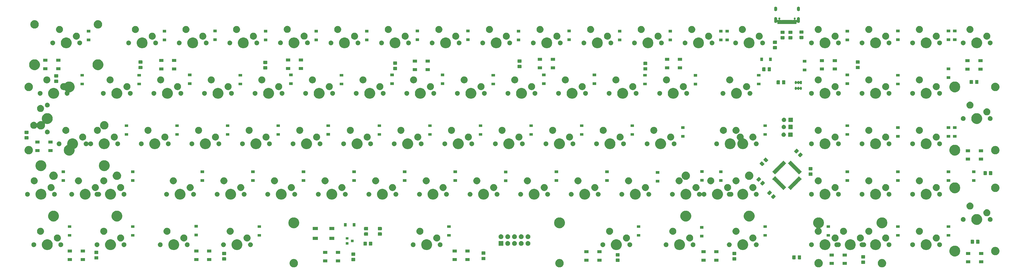
<source format=gbr>
%TF.GenerationSoftware,KiCad,Pcbnew,(5.1.6)-1*%
%TF.CreationDate,2020-09-01T10:18:49+02:00*%
%TF.ProjectId,C-60,432d3630-2e6b-4696-9361-645f70636258,rev?*%
%TF.SameCoordinates,Original*%
%TF.FileFunction,Soldermask,Top*%
%TF.FilePolarity,Negative*%
%FSLAX46Y46*%
G04 Gerber Fmt 4.6, Leading zero omitted, Abs format (unit mm)*
G04 Created by KiCad (PCBNEW (5.1.6)-1) date 2020-09-01 10:18:49*
%MOMM*%
%LPD*%
G01*
G04 APERTURE LIST*
%ADD10C,0.100000*%
G04 APERTURE END LIST*
D10*
G36*
X-108102520Y-45606483D02*
G01*
X-107925089Y-45641776D01*
X-107823939Y-45683674D01*
X-107638459Y-45760502D01*
X-107638458Y-45760503D01*
X-107380496Y-45932867D01*
X-107161117Y-46152246D01*
X-107086848Y-46263398D01*
X-106988752Y-46410209D01*
X-106953430Y-46495484D01*
X-106886001Y-46658271D01*
X-106870026Y-46696840D01*
X-106809500Y-47001125D01*
X-106809500Y-47311375D01*
X-106870026Y-47615660D01*
X-106988752Y-47902291D01*
X-106988753Y-47902292D01*
X-107161117Y-48160254D01*
X-107380496Y-48379633D01*
X-107552861Y-48494803D01*
X-107638459Y-48551998D01*
X-107806363Y-48621546D01*
X-107925089Y-48670724D01*
X-108077233Y-48700987D01*
X-108229375Y-48731250D01*
X-108539625Y-48731250D01*
X-108843911Y-48670724D01*
X-108962637Y-48621546D01*
X-109130541Y-48551998D01*
X-109216139Y-48494803D01*
X-109388504Y-48379633D01*
X-109607883Y-48160254D01*
X-109780247Y-47902292D01*
X-109780248Y-47902291D01*
X-109898974Y-47615660D01*
X-109959500Y-47311375D01*
X-109959500Y-47001125D01*
X-109898974Y-46696840D01*
X-109882998Y-46658271D01*
X-109815570Y-46495484D01*
X-109780248Y-46410209D01*
X-109682152Y-46263398D01*
X-109607883Y-46152246D01*
X-109388504Y-45932867D01*
X-109130542Y-45760503D01*
X-109130541Y-45760502D01*
X-108945061Y-45683674D01*
X-108843911Y-45641776D01*
X-108666480Y-45606483D01*
X-108539625Y-45581250D01*
X-108229375Y-45581250D01*
X-108102520Y-45606483D01*
G37*
G36*
X-131978520Y-45606483D02*
G01*
X-131801089Y-45641776D01*
X-131699939Y-45683674D01*
X-131514459Y-45760502D01*
X-131514458Y-45760503D01*
X-131256496Y-45932867D01*
X-131037117Y-46152246D01*
X-130962848Y-46263398D01*
X-130864752Y-46410209D01*
X-130829430Y-46495484D01*
X-130762001Y-46658271D01*
X-130746026Y-46696840D01*
X-130685500Y-47001125D01*
X-130685500Y-47311375D01*
X-130746026Y-47615660D01*
X-130864752Y-47902291D01*
X-130864753Y-47902292D01*
X-131037117Y-48160254D01*
X-131256496Y-48379633D01*
X-131428861Y-48494803D01*
X-131514459Y-48551998D01*
X-131682363Y-48621546D01*
X-131801089Y-48670724D01*
X-131953233Y-48700987D01*
X-132105375Y-48731250D01*
X-132415625Y-48731250D01*
X-132719911Y-48670724D01*
X-132838637Y-48621546D01*
X-133006541Y-48551998D01*
X-133092139Y-48494803D01*
X-133264504Y-48379633D01*
X-133483883Y-48160254D01*
X-133656247Y-47902292D01*
X-133656248Y-47902291D01*
X-133774974Y-47615660D01*
X-133835500Y-47311375D01*
X-133835500Y-47001125D01*
X-133774974Y-46696840D01*
X-133758998Y-46658271D01*
X-133691570Y-46495484D01*
X-133656248Y-46410209D01*
X-133558152Y-46263398D01*
X-133483883Y-46152246D01*
X-133264504Y-45932867D01*
X-133006542Y-45760503D01*
X-133006541Y-45760502D01*
X-132821061Y-45683674D01*
X-132719911Y-45641776D01*
X-132542480Y-45606483D01*
X-132415625Y-45581250D01*
X-132105375Y-45581250D01*
X-131978520Y-45606483D01*
G37*
G36*
X-229546270Y-45606483D02*
G01*
X-229368839Y-45641776D01*
X-229267689Y-45683674D01*
X-229082209Y-45760502D01*
X-229082208Y-45760503D01*
X-228824246Y-45932867D01*
X-228604867Y-46152246D01*
X-228530598Y-46263398D01*
X-228432502Y-46410209D01*
X-228397180Y-46495484D01*
X-228329751Y-46658271D01*
X-228313776Y-46696840D01*
X-228253250Y-47001125D01*
X-228253250Y-47311375D01*
X-228313776Y-47615660D01*
X-228432502Y-47902291D01*
X-228432503Y-47902292D01*
X-228604867Y-48160254D01*
X-228824246Y-48379633D01*
X-228996611Y-48494803D01*
X-229082209Y-48551998D01*
X-229250113Y-48621546D01*
X-229368839Y-48670724D01*
X-229520983Y-48700987D01*
X-229673125Y-48731250D01*
X-229983375Y-48731250D01*
X-230287661Y-48670724D01*
X-230406387Y-48621546D01*
X-230574291Y-48551998D01*
X-230659889Y-48494803D01*
X-230832254Y-48379633D01*
X-231051633Y-48160254D01*
X-231223997Y-47902292D01*
X-231223998Y-47902291D01*
X-231342724Y-47615660D01*
X-231403250Y-47311375D01*
X-231403250Y-47001125D01*
X-231342724Y-46696840D01*
X-231326748Y-46658271D01*
X-231259320Y-46495484D01*
X-231223998Y-46410209D01*
X-231125902Y-46263398D01*
X-231051633Y-46152246D01*
X-230832254Y-45932867D01*
X-230574292Y-45760503D01*
X-230574291Y-45760502D01*
X-230388811Y-45683674D01*
X-230287661Y-45641776D01*
X-230110230Y-45606483D01*
X-229983375Y-45581250D01*
X-229673125Y-45581250D01*
X-229546270Y-45606483D01*
G37*
G36*
X-329622270Y-45606483D02*
G01*
X-329444839Y-45641776D01*
X-329343689Y-45683674D01*
X-329158209Y-45760502D01*
X-329158208Y-45760503D01*
X-328900246Y-45932867D01*
X-328680867Y-46152246D01*
X-328606598Y-46263398D01*
X-328508502Y-46410209D01*
X-328473180Y-46495484D01*
X-328405751Y-46658271D01*
X-328389776Y-46696840D01*
X-328329250Y-47001125D01*
X-328329250Y-47311375D01*
X-328389776Y-47615660D01*
X-328508502Y-47902291D01*
X-328508503Y-47902292D01*
X-328680867Y-48160254D01*
X-328900246Y-48379633D01*
X-329072611Y-48494803D01*
X-329158209Y-48551998D01*
X-329326113Y-48621546D01*
X-329444839Y-48670724D01*
X-329596983Y-48700987D01*
X-329749125Y-48731250D01*
X-330059375Y-48731250D01*
X-330211517Y-48700987D01*
X-330363661Y-48670724D01*
X-330482387Y-48621546D01*
X-330650291Y-48551998D01*
X-330735889Y-48494803D01*
X-330908254Y-48379633D01*
X-331127633Y-48160254D01*
X-331299997Y-47902292D01*
X-331299998Y-47902291D01*
X-331418724Y-47615660D01*
X-331479250Y-47311375D01*
X-331479250Y-47001125D01*
X-331418724Y-46696840D01*
X-331402748Y-46658271D01*
X-331335320Y-46495484D01*
X-331299998Y-46410209D01*
X-331201902Y-46263398D01*
X-331127633Y-46152246D01*
X-330908254Y-45932867D01*
X-330650292Y-45760503D01*
X-330650291Y-45760502D01*
X-330464811Y-45683674D01*
X-330363661Y-45641776D01*
X-330186230Y-45606483D01*
X-330059375Y-45581250D01*
X-329749125Y-45581250D01*
X-329622270Y-45606483D01*
G37*
G36*
X-126521750Y-47807500D02*
G01*
X-128123750Y-47807500D01*
X-128123750Y-46705500D01*
X-126521750Y-46705500D01*
X-126521750Y-47807500D01*
G37*
G36*
X-121621750Y-47807500D02*
G01*
X-123223750Y-47807500D01*
X-123223750Y-46705500D01*
X-121621750Y-46705500D01*
X-121621750Y-47807500D01*
G37*
G36*
X-114886076Y-46177966D02*
G01*
X-114848383Y-46189400D01*
X-114813647Y-46207967D01*
X-114783202Y-46232953D01*
X-114758216Y-46263398D01*
X-114739649Y-46298134D01*
X-114728215Y-46335827D01*
X-114723750Y-46381162D01*
X-114723750Y-47217840D01*
X-114728215Y-47263175D01*
X-114739649Y-47300868D01*
X-114758216Y-47335604D01*
X-114783202Y-47366049D01*
X-114813647Y-47391035D01*
X-114848383Y-47409602D01*
X-114886076Y-47421036D01*
X-114931411Y-47425501D01*
X-116018089Y-47425501D01*
X-116063424Y-47421036D01*
X-116101117Y-47409602D01*
X-116135853Y-47391035D01*
X-116166298Y-47366049D01*
X-116191284Y-47335604D01*
X-116209851Y-47300868D01*
X-116221285Y-47263175D01*
X-116225750Y-47217840D01*
X-116225750Y-46381162D01*
X-116221285Y-46335827D01*
X-116209851Y-46298134D01*
X-116191284Y-46263398D01*
X-116166298Y-46232953D01*
X-116135853Y-46207967D01*
X-116101117Y-46189400D01*
X-116063424Y-46177966D01*
X-116018089Y-46173501D01*
X-114931411Y-46173501D01*
X-114886076Y-46177966D01*
G37*
G36*
X-70223750Y-47223500D02*
G01*
X-71825750Y-47223500D01*
X-71825750Y-46121500D01*
X-70223750Y-46121500D01*
X-70223750Y-47223500D01*
G37*
G36*
X-75123750Y-47223500D02*
G01*
X-76725750Y-47223500D01*
X-76725750Y-46121500D01*
X-75123750Y-46121500D01*
X-75123750Y-47223500D01*
G37*
G36*
X-317312750Y-46867500D02*
G01*
X-318914750Y-46867500D01*
X-318914750Y-45765500D01*
X-317312750Y-45765500D01*
X-317312750Y-46867500D01*
G37*
G36*
X-312412750Y-46867500D02*
G01*
X-314014750Y-46867500D01*
X-314014750Y-45765500D01*
X-312412750Y-45765500D01*
X-312412750Y-46867500D01*
G37*
G36*
X-207342076Y-45415966D02*
G01*
X-207304383Y-45427400D01*
X-207269647Y-45445967D01*
X-207239202Y-45470953D01*
X-207214216Y-45501398D01*
X-207195649Y-45536134D01*
X-207184215Y-45573827D01*
X-207179750Y-45619162D01*
X-207179750Y-46455840D01*
X-207184215Y-46501175D01*
X-207195649Y-46538868D01*
X-207214216Y-46573604D01*
X-207239202Y-46604049D01*
X-207269647Y-46629035D01*
X-207304383Y-46647602D01*
X-207342076Y-46659036D01*
X-207387411Y-46663501D01*
X-208474089Y-46663501D01*
X-208519424Y-46659036D01*
X-208557117Y-46647602D01*
X-208591853Y-46629035D01*
X-208622298Y-46604049D01*
X-208647284Y-46573604D01*
X-208665851Y-46538868D01*
X-208677285Y-46501175D01*
X-208681750Y-46455840D01*
X-208681750Y-45619162D01*
X-208677285Y-45573827D01*
X-208665851Y-45536134D01*
X-208647284Y-45501398D01*
X-208622298Y-45470953D01*
X-208591853Y-45445967D01*
X-208557117Y-45427400D01*
X-208519424Y-45415966D01*
X-208474089Y-45411501D01*
X-207387411Y-45411501D01*
X-207342076Y-45415966D01*
G37*
G36*
X-213987750Y-46613500D02*
G01*
X-215589750Y-46613500D01*
X-215589750Y-45511500D01*
X-213987750Y-45511500D01*
X-213987750Y-46613500D01*
G37*
G36*
X-218887750Y-46613500D02*
G01*
X-220489750Y-46613500D01*
X-220489750Y-45511500D01*
X-218887750Y-45511500D01*
X-218887750Y-46613500D01*
G37*
G36*
X-169918750Y-46613500D02*
G01*
X-171520750Y-46613500D01*
X-171520750Y-45511500D01*
X-169918750Y-45511500D01*
X-169918750Y-46613500D01*
G37*
G36*
X-174818750Y-46613500D02*
G01*
X-176420750Y-46613500D01*
X-176420750Y-45511500D01*
X-174818750Y-45511500D01*
X-174818750Y-46613500D01*
G37*
G36*
X-306910076Y-45161965D02*
G01*
X-306872383Y-45173399D01*
X-306837647Y-45191966D01*
X-306807202Y-45216952D01*
X-306782216Y-45247397D01*
X-306763649Y-45282133D01*
X-306752215Y-45319826D01*
X-306747750Y-45365161D01*
X-306747750Y-46201839D01*
X-306752215Y-46247174D01*
X-306763649Y-46284867D01*
X-306782216Y-46319603D01*
X-306807202Y-46350048D01*
X-306837647Y-46375034D01*
X-306872383Y-46393601D01*
X-306910076Y-46405035D01*
X-306955411Y-46409500D01*
X-308042089Y-46409500D01*
X-308087424Y-46405035D01*
X-308125117Y-46393601D01*
X-308159853Y-46375034D01*
X-308190298Y-46350048D01*
X-308215284Y-46319603D01*
X-308233851Y-46284867D01*
X-308245285Y-46247174D01*
X-308249750Y-46201839D01*
X-308249750Y-45365161D01*
X-308245285Y-45319826D01*
X-308233851Y-45282133D01*
X-308215284Y-45247397D01*
X-308190298Y-45216952D01*
X-308159853Y-45191966D01*
X-308125117Y-45173399D01*
X-308087424Y-45161965D01*
X-308042089Y-45157500D01*
X-306955411Y-45157500D01*
X-306910076Y-45161965D01*
G37*
G36*
X-268544750Y-46359500D02*
G01*
X-270146750Y-46359500D01*
X-270146750Y-45257500D01*
X-268544750Y-45257500D01*
X-268544750Y-46359500D01*
G37*
G36*
X-365826750Y-46359500D02*
G01*
X-367428750Y-46359500D01*
X-367428750Y-45257500D01*
X-365826750Y-45257500D01*
X-365826750Y-46359500D01*
G37*
G36*
X-360926750Y-46359500D02*
G01*
X-362528750Y-46359500D01*
X-362528750Y-45257500D01*
X-360926750Y-45257500D01*
X-360926750Y-46359500D01*
G37*
G36*
X-263644750Y-46359500D02*
G01*
X-265246750Y-46359500D01*
X-265246750Y-45257500D01*
X-263644750Y-45257500D01*
X-263644750Y-46359500D01*
G37*
G36*
X-408551750Y-46334500D02*
G01*
X-410153750Y-46334500D01*
X-410153750Y-45232500D01*
X-408551750Y-45232500D01*
X-408551750Y-46334500D01*
G37*
G36*
X-413451750Y-46334500D02*
G01*
X-415053750Y-46334500D01*
X-415053750Y-45232500D01*
X-413451750Y-45232500D01*
X-413451750Y-46334500D01*
G37*
G36*
X-355551076Y-44916965D02*
G01*
X-355513383Y-44928399D01*
X-355478647Y-44946966D01*
X-355448202Y-44971952D01*
X-355423216Y-45002397D01*
X-355404649Y-45037133D01*
X-355393215Y-45074826D01*
X-355388750Y-45120161D01*
X-355388750Y-45956839D01*
X-355393215Y-46002174D01*
X-355404649Y-46039867D01*
X-355423216Y-46074603D01*
X-355448202Y-46105048D01*
X-355478647Y-46130034D01*
X-355513383Y-46148601D01*
X-355551076Y-46160035D01*
X-355596411Y-46164500D01*
X-356683089Y-46164500D01*
X-356728424Y-46160035D01*
X-356766117Y-46148601D01*
X-356800853Y-46130034D01*
X-356831298Y-46105048D01*
X-356856284Y-46074603D01*
X-356874851Y-46039867D01*
X-356886285Y-46002174D01*
X-356890750Y-45956839D01*
X-356890750Y-45120161D01*
X-356886285Y-45074826D01*
X-356874851Y-45037133D01*
X-356856284Y-45002397D01*
X-356831298Y-44971952D01*
X-356800853Y-44946966D01*
X-356766117Y-44928399D01*
X-356728424Y-44916965D01*
X-356683089Y-44912500D01*
X-355596411Y-44912500D01*
X-355551076Y-44916965D01*
G37*
G36*
X-163400076Y-44907966D02*
G01*
X-163362383Y-44919400D01*
X-163327647Y-44937967D01*
X-163297202Y-44962953D01*
X-163272216Y-44993398D01*
X-163253649Y-45028134D01*
X-163242215Y-45065827D01*
X-163237750Y-45111162D01*
X-163237750Y-45947840D01*
X-163242215Y-45993175D01*
X-163253649Y-46030868D01*
X-163272216Y-46065604D01*
X-163297202Y-46096049D01*
X-163327647Y-46121035D01*
X-163362383Y-46139602D01*
X-163400076Y-46151036D01*
X-163445411Y-46155501D01*
X-164532089Y-46155501D01*
X-164577424Y-46151036D01*
X-164615117Y-46139602D01*
X-164649853Y-46121035D01*
X-164680298Y-46096049D01*
X-164705284Y-46065604D01*
X-164723851Y-46030868D01*
X-164735285Y-45993175D01*
X-164739750Y-45947840D01*
X-164739750Y-45111162D01*
X-164735285Y-45065827D01*
X-164723851Y-45028134D01*
X-164705284Y-44993398D01*
X-164680298Y-44962953D01*
X-164649853Y-44937967D01*
X-164615117Y-44919400D01*
X-164577424Y-44907966D01*
X-164532089Y-44903501D01*
X-163445411Y-44903501D01*
X-163400076Y-44907966D01*
G37*
G36*
X-257888076Y-44780965D02*
G01*
X-257850383Y-44792399D01*
X-257815647Y-44810966D01*
X-257785202Y-44835952D01*
X-257760216Y-44866397D01*
X-257741649Y-44901133D01*
X-257730215Y-44938826D01*
X-257725750Y-44984161D01*
X-257725750Y-45820839D01*
X-257730215Y-45866174D01*
X-257741649Y-45903867D01*
X-257760216Y-45938603D01*
X-257785202Y-45969048D01*
X-257815647Y-45994034D01*
X-257850383Y-46012601D01*
X-257888076Y-46024035D01*
X-257933411Y-46028500D01*
X-259020089Y-46028500D01*
X-259065424Y-46024035D01*
X-259103117Y-46012601D01*
X-259137853Y-45994034D01*
X-259168298Y-45969048D01*
X-259193284Y-45938603D01*
X-259211851Y-45903867D01*
X-259223285Y-45866174D01*
X-259227750Y-45820839D01*
X-259227750Y-44984161D01*
X-259223285Y-44938826D01*
X-259211851Y-44901133D01*
X-259193284Y-44866397D01*
X-259168298Y-44835952D01*
X-259137853Y-44810966D01*
X-259103117Y-44792399D01*
X-259065424Y-44780965D01*
X-259020089Y-44776500D01*
X-257933411Y-44776500D01*
X-257888076Y-44780965D01*
G37*
G36*
X-403684076Y-44526965D02*
G01*
X-403646383Y-44538399D01*
X-403611647Y-44556966D01*
X-403581202Y-44581952D01*
X-403556216Y-44612397D01*
X-403537649Y-44647133D01*
X-403526215Y-44684826D01*
X-403521750Y-44730161D01*
X-403521750Y-45566839D01*
X-403526215Y-45612174D01*
X-403537649Y-45649867D01*
X-403556216Y-45684603D01*
X-403581202Y-45715048D01*
X-403611647Y-45740034D01*
X-403646383Y-45758601D01*
X-403684076Y-45770035D01*
X-403729411Y-45774500D01*
X-404816089Y-45774500D01*
X-404861424Y-45770035D01*
X-404899117Y-45758601D01*
X-404933853Y-45740034D01*
X-404964298Y-45715048D01*
X-404989284Y-45684603D01*
X-405007851Y-45649867D01*
X-405019285Y-45612174D01*
X-405023750Y-45566839D01*
X-405023750Y-44730161D01*
X-405019285Y-44684826D01*
X-405007851Y-44647133D01*
X-404989284Y-44612397D01*
X-404964298Y-44581952D01*
X-404933853Y-44556966D01*
X-404899117Y-44538399D01*
X-404861424Y-44526965D01*
X-404816089Y-44522500D01*
X-403729411Y-44522500D01*
X-403684076Y-44526965D01*
G37*
G36*
X-141049996Y-44203845D02*
G01*
X-141012303Y-44215279D01*
X-140977567Y-44233846D01*
X-140947122Y-44258832D01*
X-140922136Y-44289277D01*
X-140903569Y-44324013D01*
X-140892135Y-44361706D01*
X-140887670Y-44407041D01*
X-140887670Y-45493719D01*
X-140892135Y-45539054D01*
X-140903569Y-45576747D01*
X-140922136Y-45611483D01*
X-140947122Y-45641928D01*
X-140977567Y-45666914D01*
X-141012303Y-45685481D01*
X-141049996Y-45696915D01*
X-141095331Y-45701380D01*
X-141932009Y-45701380D01*
X-141977344Y-45696915D01*
X-142015037Y-45685481D01*
X-142049773Y-45666914D01*
X-142080218Y-45641928D01*
X-142105204Y-45611483D01*
X-142123771Y-45576747D01*
X-142135205Y-45539054D01*
X-142139670Y-45493719D01*
X-142139670Y-44407041D01*
X-142135205Y-44361706D01*
X-142123771Y-44324013D01*
X-142105204Y-44289277D01*
X-142080218Y-44258832D01*
X-142049773Y-44233846D01*
X-142015037Y-44215279D01*
X-141977344Y-44203845D01*
X-141932009Y-44199380D01*
X-141095331Y-44199380D01*
X-141049996Y-44203845D01*
G37*
G36*
X-138999996Y-44203845D02*
G01*
X-138962303Y-44215279D01*
X-138927567Y-44233846D01*
X-138897122Y-44258832D01*
X-138872136Y-44289277D01*
X-138853569Y-44324013D01*
X-138842135Y-44361706D01*
X-138837670Y-44407041D01*
X-138837670Y-45493719D01*
X-138842135Y-45539054D01*
X-138853569Y-45576747D01*
X-138872136Y-45611483D01*
X-138897122Y-45641928D01*
X-138927567Y-45666914D01*
X-138962303Y-45685481D01*
X-138999996Y-45696915D01*
X-139045331Y-45701380D01*
X-139882009Y-45701380D01*
X-139927344Y-45696915D01*
X-139965037Y-45685481D01*
X-139999773Y-45666914D01*
X-140030218Y-45641928D01*
X-140055204Y-45611483D01*
X-140073771Y-45576747D01*
X-140085205Y-45539054D01*
X-140089670Y-45493719D01*
X-140089670Y-44407041D01*
X-140085205Y-44361706D01*
X-140073771Y-44324013D01*
X-140055204Y-44289277D01*
X-140030218Y-44258832D01*
X-139999773Y-44233846D01*
X-139965037Y-44215279D01*
X-139927344Y-44203845D01*
X-139882009Y-44199380D01*
X-139045331Y-44199380D01*
X-138999996Y-44203845D01*
G37*
G36*
X-114886076Y-44127966D02*
G01*
X-114848383Y-44139400D01*
X-114813647Y-44157967D01*
X-114783202Y-44182953D01*
X-114758216Y-44213398D01*
X-114739649Y-44248134D01*
X-114728215Y-44285827D01*
X-114723750Y-44331162D01*
X-114723750Y-45167840D01*
X-114728215Y-45213175D01*
X-114739649Y-45250868D01*
X-114758216Y-45285604D01*
X-114783202Y-45316049D01*
X-114813647Y-45341035D01*
X-114848383Y-45359602D01*
X-114886076Y-45371036D01*
X-114931411Y-45375501D01*
X-116018089Y-45375501D01*
X-116063424Y-45371036D01*
X-116101117Y-45359602D01*
X-116135853Y-45341035D01*
X-116166298Y-45316049D01*
X-116191284Y-45285604D01*
X-116209851Y-45250868D01*
X-116221285Y-45213175D01*
X-116225750Y-45167840D01*
X-116225750Y-44331162D01*
X-116221285Y-44285827D01*
X-116209851Y-44248134D01*
X-116191284Y-44213398D01*
X-116166298Y-44182953D01*
X-116135853Y-44157967D01*
X-116101117Y-44139400D01*
X-116063424Y-44127966D01*
X-116018089Y-44123501D01*
X-114931411Y-44123501D01*
X-114886076Y-44127966D01*
G37*
G36*
X-80356026Y-40617934D02*
G01*
X-80138026Y-40708233D01*
X-79983877Y-40772083D01*
X-79648952Y-40995873D01*
X-79364123Y-41280702D01*
X-79140333Y-41615627D01*
X-79140333Y-41615628D01*
X-78986184Y-41987776D01*
X-78907600Y-42382844D01*
X-78907600Y-42785656D01*
X-78986184Y-43180724D01*
X-79062914Y-43365966D01*
X-79140333Y-43552873D01*
X-79364123Y-43887798D01*
X-79648952Y-44172627D01*
X-79983877Y-44396417D01*
X-80037082Y-44418455D01*
X-80356026Y-44550566D01*
X-80751094Y-44629150D01*
X-81153906Y-44629150D01*
X-81548974Y-44550566D01*
X-81867918Y-44418455D01*
X-81921123Y-44396417D01*
X-82256048Y-44172627D01*
X-82540877Y-43887798D01*
X-82764667Y-43552873D01*
X-82842086Y-43365966D01*
X-82918816Y-43180724D01*
X-82997400Y-42785656D01*
X-82997400Y-42382844D01*
X-82918816Y-41987776D01*
X-82764667Y-41615628D01*
X-82764667Y-41615627D01*
X-82540877Y-41280702D01*
X-82256048Y-40995873D01*
X-81921123Y-40772083D01*
X-81766974Y-40708233D01*
X-81548974Y-40617934D01*
X-81153906Y-40539350D01*
X-80751094Y-40539350D01*
X-80356026Y-40617934D01*
G37*
G36*
X-207342076Y-43365966D02*
G01*
X-207304383Y-43377400D01*
X-207269647Y-43395967D01*
X-207239202Y-43420953D01*
X-207214216Y-43451398D01*
X-207195649Y-43486134D01*
X-207184215Y-43523827D01*
X-207179750Y-43569162D01*
X-207179750Y-44405840D01*
X-207184215Y-44451175D01*
X-207195649Y-44488868D01*
X-207214216Y-44523604D01*
X-207239202Y-44554049D01*
X-207269647Y-44579035D01*
X-207304383Y-44597602D01*
X-207342076Y-44609036D01*
X-207387411Y-44613501D01*
X-208474089Y-44613501D01*
X-208519424Y-44609036D01*
X-208557117Y-44597602D01*
X-208591853Y-44579035D01*
X-208622298Y-44554049D01*
X-208647284Y-44523604D01*
X-208665851Y-44488868D01*
X-208677285Y-44451175D01*
X-208681750Y-44405840D01*
X-208681750Y-43569162D01*
X-208677285Y-43523827D01*
X-208665851Y-43486134D01*
X-208647284Y-43451398D01*
X-208622298Y-43420953D01*
X-208591853Y-43395967D01*
X-208557117Y-43377400D01*
X-208519424Y-43365966D01*
X-208474089Y-43361501D01*
X-207387411Y-43361501D01*
X-207342076Y-43365966D01*
G37*
G36*
X-126521750Y-44607500D02*
G01*
X-128123750Y-44607500D01*
X-128123750Y-43505500D01*
X-126521750Y-43505500D01*
X-126521750Y-44607500D01*
G37*
G36*
X-121621750Y-44607500D02*
G01*
X-123223750Y-44607500D01*
X-123223750Y-43505500D01*
X-121621750Y-43505500D01*
X-121621750Y-44607500D01*
G37*
G36*
X-306910076Y-43111965D02*
G01*
X-306872383Y-43123399D01*
X-306837647Y-43141966D01*
X-306807202Y-43166952D01*
X-306782216Y-43197397D01*
X-306763649Y-43232133D01*
X-306752215Y-43269826D01*
X-306747750Y-43315161D01*
X-306747750Y-44151839D01*
X-306752215Y-44197174D01*
X-306763649Y-44234867D01*
X-306782216Y-44269603D01*
X-306807202Y-44300048D01*
X-306837647Y-44325034D01*
X-306872383Y-44343601D01*
X-306910076Y-44355035D01*
X-306955411Y-44359500D01*
X-308042089Y-44359500D01*
X-308087424Y-44355035D01*
X-308125117Y-44343601D01*
X-308159853Y-44325034D01*
X-308190298Y-44300048D01*
X-308215284Y-44269603D01*
X-308233851Y-44234867D01*
X-308245285Y-44197174D01*
X-308249750Y-44151839D01*
X-308249750Y-43315161D01*
X-308245285Y-43269826D01*
X-308233851Y-43232133D01*
X-308215284Y-43197397D01*
X-308190298Y-43166952D01*
X-308159853Y-43141966D01*
X-308125117Y-43123399D01*
X-308087424Y-43111965D01*
X-308042089Y-43107500D01*
X-306955411Y-43107500D01*
X-306910076Y-43111965D01*
G37*
G36*
X-65459860Y-41028647D02*
G01*
X-65253089Y-41069776D01*
X-65134363Y-41118954D01*
X-64966459Y-41188502D01*
X-64966458Y-41188503D01*
X-64708496Y-41360867D01*
X-64489117Y-41580246D01*
X-64465476Y-41615628D01*
X-64316752Y-41838209D01*
X-64256605Y-41983417D01*
X-64198026Y-42124839D01*
X-64137500Y-42429126D01*
X-64137500Y-42739374D01*
X-64198026Y-43043661D01*
X-64243469Y-43153369D01*
X-64316752Y-43330291D01*
X-64348229Y-43377400D01*
X-64489117Y-43588254D01*
X-64708496Y-43807633D01*
X-64828472Y-43887798D01*
X-64966459Y-43979998D01*
X-65098720Y-44034782D01*
X-65253089Y-44098724D01*
X-65405233Y-44128987D01*
X-65557375Y-44159250D01*
X-65867625Y-44159250D01*
X-66171911Y-44098724D01*
X-66326280Y-44034782D01*
X-66458541Y-43979998D01*
X-66596528Y-43887798D01*
X-66716504Y-43807633D01*
X-66935883Y-43588254D01*
X-67076771Y-43377400D01*
X-67108248Y-43330291D01*
X-67181531Y-43153369D01*
X-67226974Y-43043661D01*
X-67287500Y-42739374D01*
X-67287500Y-42429126D01*
X-67226974Y-42124839D01*
X-67168395Y-41983417D01*
X-67108248Y-41838209D01*
X-66959524Y-41615628D01*
X-66935883Y-41580246D01*
X-66716504Y-41360867D01*
X-66458542Y-41188503D01*
X-66458541Y-41188502D01*
X-66290637Y-41118954D01*
X-66171911Y-41069776D01*
X-65965140Y-41028647D01*
X-65867625Y-41009250D01*
X-65557375Y-41009250D01*
X-65459860Y-41028647D01*
G37*
G36*
X-355551076Y-42866965D02*
G01*
X-355513383Y-42878399D01*
X-355478647Y-42896966D01*
X-355448202Y-42921952D01*
X-355423216Y-42952397D01*
X-355404649Y-42987133D01*
X-355393215Y-43024826D01*
X-355388750Y-43070161D01*
X-355388750Y-43906839D01*
X-355393215Y-43952174D01*
X-355404649Y-43989867D01*
X-355423216Y-44024603D01*
X-355448202Y-44055048D01*
X-355478647Y-44080034D01*
X-355513383Y-44098601D01*
X-355551076Y-44110035D01*
X-355596411Y-44114500D01*
X-356683089Y-44114500D01*
X-356728424Y-44110035D01*
X-356766117Y-44098601D01*
X-356800853Y-44080034D01*
X-356831298Y-44055048D01*
X-356856284Y-44024603D01*
X-356874851Y-43989867D01*
X-356886285Y-43952174D01*
X-356890750Y-43906839D01*
X-356890750Y-43070161D01*
X-356886285Y-43024826D01*
X-356874851Y-42987133D01*
X-356856284Y-42952397D01*
X-356831298Y-42921952D01*
X-356800853Y-42896966D01*
X-356766117Y-42878399D01*
X-356728424Y-42866965D01*
X-356683089Y-42862500D01*
X-355596411Y-42862500D01*
X-355551076Y-42866965D01*
G37*
G36*
X-163400076Y-42857966D02*
G01*
X-163362383Y-42869400D01*
X-163327647Y-42887967D01*
X-163297202Y-42912953D01*
X-163272216Y-42943398D01*
X-163253649Y-42978134D01*
X-163242215Y-43015827D01*
X-163237750Y-43061162D01*
X-163237750Y-43897840D01*
X-163242215Y-43943175D01*
X-163253649Y-43980868D01*
X-163272216Y-44015604D01*
X-163297202Y-44046049D01*
X-163327647Y-44071035D01*
X-163362383Y-44089602D01*
X-163400076Y-44101036D01*
X-163445411Y-44105501D01*
X-164532089Y-44105501D01*
X-164577424Y-44101036D01*
X-164615117Y-44089602D01*
X-164649853Y-44071035D01*
X-164680298Y-44046049D01*
X-164705284Y-44015604D01*
X-164723851Y-43980868D01*
X-164735285Y-43943175D01*
X-164739750Y-43897840D01*
X-164739750Y-43061162D01*
X-164735285Y-43015827D01*
X-164723851Y-42978134D01*
X-164705284Y-42943398D01*
X-164680298Y-42912953D01*
X-164649853Y-42887967D01*
X-164615117Y-42869400D01*
X-164577424Y-42857966D01*
X-164532089Y-42853501D01*
X-163445411Y-42853501D01*
X-163400076Y-42857966D01*
G37*
G36*
X-70223750Y-44023500D02*
G01*
X-71825750Y-44023500D01*
X-71825750Y-42921500D01*
X-70223750Y-42921500D01*
X-70223750Y-44023500D01*
G37*
G36*
X-75123750Y-44023500D02*
G01*
X-76725750Y-44023500D01*
X-76725750Y-42921500D01*
X-75123750Y-42921500D01*
X-75123750Y-44023500D01*
G37*
G36*
X-257888076Y-42730965D02*
G01*
X-257850383Y-42742399D01*
X-257815647Y-42760966D01*
X-257785202Y-42785952D01*
X-257760216Y-42816397D01*
X-257741649Y-42851133D01*
X-257730215Y-42888826D01*
X-257725750Y-42934161D01*
X-257725750Y-43770839D01*
X-257730215Y-43816174D01*
X-257741649Y-43853867D01*
X-257760216Y-43888603D01*
X-257785202Y-43919048D01*
X-257815647Y-43944034D01*
X-257850383Y-43962601D01*
X-257888076Y-43974035D01*
X-257933411Y-43978500D01*
X-259020089Y-43978500D01*
X-259065424Y-43974035D01*
X-259103117Y-43962601D01*
X-259137853Y-43944034D01*
X-259168298Y-43919048D01*
X-259193284Y-43888603D01*
X-259211851Y-43853867D01*
X-259223285Y-43816174D01*
X-259227750Y-43770839D01*
X-259227750Y-42934161D01*
X-259223285Y-42888826D01*
X-259211851Y-42851133D01*
X-259193284Y-42816397D01*
X-259168298Y-42785952D01*
X-259137853Y-42760966D01*
X-259103117Y-42742399D01*
X-259065424Y-42730965D01*
X-259020089Y-42726500D01*
X-257933411Y-42726500D01*
X-257888076Y-42730965D01*
G37*
G36*
X-403684076Y-42476965D02*
G01*
X-403646383Y-42488399D01*
X-403611647Y-42506966D01*
X-403581202Y-42531952D01*
X-403556216Y-42562397D01*
X-403537649Y-42597133D01*
X-403526215Y-42634826D01*
X-403521750Y-42680161D01*
X-403521750Y-43516839D01*
X-403526215Y-43562174D01*
X-403537649Y-43599867D01*
X-403556216Y-43634603D01*
X-403581202Y-43665048D01*
X-403611647Y-43690034D01*
X-403646383Y-43708601D01*
X-403684076Y-43720035D01*
X-403729411Y-43724500D01*
X-404816089Y-43724500D01*
X-404861424Y-43720035D01*
X-404899117Y-43708601D01*
X-404933853Y-43690034D01*
X-404964298Y-43665048D01*
X-404989284Y-43634603D01*
X-405007851Y-43599867D01*
X-405019285Y-43562174D01*
X-405023750Y-43516839D01*
X-405023750Y-42680161D01*
X-405019285Y-42634826D01*
X-405007851Y-42597133D01*
X-404989284Y-42562397D01*
X-404964298Y-42531952D01*
X-404933853Y-42506966D01*
X-404899117Y-42488399D01*
X-404861424Y-42476965D01*
X-404816089Y-42472500D01*
X-403729411Y-42472500D01*
X-403684076Y-42476965D01*
G37*
G36*
X-312412750Y-43667500D02*
G01*
X-314014750Y-43667500D01*
X-314014750Y-42565500D01*
X-312412750Y-42565500D01*
X-312412750Y-43667500D01*
G37*
G36*
X-317312750Y-43667500D02*
G01*
X-318914750Y-43667500D01*
X-318914750Y-42565500D01*
X-317312750Y-42565500D01*
X-317312750Y-43667500D01*
G37*
G36*
X-218887750Y-43413500D02*
G01*
X-220489750Y-43413500D01*
X-220489750Y-42311500D01*
X-218887750Y-42311500D01*
X-218887750Y-43413500D01*
G37*
G36*
X-174818750Y-43413500D02*
G01*
X-176420750Y-43413500D01*
X-176420750Y-42311500D01*
X-174818750Y-42311500D01*
X-174818750Y-43413500D01*
G37*
G36*
X-169918750Y-43413500D02*
G01*
X-171520750Y-43413500D01*
X-171520750Y-42311500D01*
X-169918750Y-42311500D01*
X-169918750Y-43413500D01*
G37*
G36*
X-213987750Y-43413500D02*
G01*
X-215589750Y-43413500D01*
X-215589750Y-42311500D01*
X-213987750Y-42311500D01*
X-213987750Y-43413500D01*
G37*
G36*
X-268544750Y-43159500D02*
G01*
X-270146750Y-43159500D01*
X-270146750Y-42057500D01*
X-268544750Y-42057500D01*
X-268544750Y-43159500D01*
G37*
G36*
X-360926750Y-43159500D02*
G01*
X-362528750Y-43159500D01*
X-362528750Y-42057500D01*
X-360926750Y-42057500D01*
X-360926750Y-43159500D01*
G37*
G36*
X-365826750Y-43159500D02*
G01*
X-367428750Y-43159500D01*
X-367428750Y-42057500D01*
X-365826750Y-42057500D01*
X-365826750Y-43159500D01*
G37*
G36*
X-263644750Y-43159500D02*
G01*
X-265246750Y-43159500D01*
X-265246750Y-42057500D01*
X-263644750Y-42057500D01*
X-263644750Y-43159500D01*
G37*
G36*
X-408551750Y-43134500D02*
G01*
X-410153750Y-43134500D01*
X-410153750Y-42032500D01*
X-408551750Y-42032500D01*
X-408551750Y-43134500D01*
G37*
G36*
X-413451750Y-43134500D02*
G01*
X-415053750Y-43134500D01*
X-415053750Y-42032500D01*
X-413451750Y-42032500D01*
X-413451750Y-43134500D01*
G37*
G36*
X-129251026Y-38204934D02*
G01*
X-129125381Y-38256978D01*
X-128878877Y-38359083D01*
X-128543952Y-38582873D01*
X-128259123Y-38867702D01*
X-128035333Y-39202627D01*
X-127992208Y-39306740D01*
X-127881184Y-39574776D01*
X-127802600Y-39969844D01*
X-127802600Y-40372656D01*
X-127881184Y-40767724D01*
X-127965178Y-40970503D01*
X-128035333Y-41139873D01*
X-128259123Y-41474798D01*
X-128543952Y-41759627D01*
X-128878877Y-41983417D01*
X-129033026Y-42047267D01*
X-129251026Y-42137566D01*
X-129646094Y-42216150D01*
X-130048906Y-42216150D01*
X-130443974Y-42137566D01*
X-130661974Y-42047267D01*
X-130816123Y-41983417D01*
X-131151048Y-41759627D01*
X-131435877Y-41474798D01*
X-131659667Y-41139873D01*
X-131729822Y-40970503D01*
X-131813816Y-40767724D01*
X-131892400Y-40372656D01*
X-131892400Y-39969844D01*
X-131813816Y-39574776D01*
X-131702792Y-39306740D01*
X-131659667Y-39202627D01*
X-131435877Y-38867702D01*
X-131151048Y-38582873D01*
X-130816123Y-38359083D01*
X-130569619Y-38256978D01*
X-130443974Y-38204934D01*
X-130048906Y-38126350D01*
X-129646094Y-38126350D01*
X-129251026Y-38204934D01*
G37*
G36*
X-160207276Y-38204934D02*
G01*
X-160081631Y-38256978D01*
X-159835127Y-38359083D01*
X-159500202Y-38582873D01*
X-159215373Y-38867702D01*
X-158991583Y-39202627D01*
X-158948458Y-39306740D01*
X-158837434Y-39574776D01*
X-158758850Y-39969844D01*
X-158758850Y-40372656D01*
X-158837434Y-40767724D01*
X-158921428Y-40970503D01*
X-158991583Y-41139873D01*
X-159215373Y-41474798D01*
X-159500202Y-41759627D01*
X-159835127Y-41983417D01*
X-159989276Y-42047267D01*
X-160207276Y-42137566D01*
X-160602344Y-42216150D01*
X-161005156Y-42216150D01*
X-161400224Y-42137566D01*
X-161618224Y-42047267D01*
X-161772373Y-41983417D01*
X-162107298Y-41759627D01*
X-162392127Y-41474798D01*
X-162615917Y-41139873D01*
X-162686072Y-40970503D01*
X-162770066Y-40767724D01*
X-162848650Y-40372656D01*
X-162848650Y-39969844D01*
X-162770066Y-39574776D01*
X-162659042Y-39306740D01*
X-162615917Y-39202627D01*
X-162392127Y-38867702D01*
X-162107298Y-38582873D01*
X-161772373Y-38359083D01*
X-161525869Y-38256978D01*
X-161400224Y-38204934D01*
X-161005156Y-38126350D01*
X-160602344Y-38126350D01*
X-160207276Y-38204934D01*
G37*
G36*
X-184019776Y-38204934D02*
G01*
X-183894131Y-38256978D01*
X-183647627Y-38359083D01*
X-183312702Y-38582873D01*
X-183027873Y-38867702D01*
X-182804083Y-39202627D01*
X-182760958Y-39306740D01*
X-182649934Y-39574776D01*
X-182571350Y-39969844D01*
X-182571350Y-40372656D01*
X-182649934Y-40767724D01*
X-182733928Y-40970503D01*
X-182804083Y-41139873D01*
X-183027873Y-41474798D01*
X-183312702Y-41759627D01*
X-183647627Y-41983417D01*
X-183801776Y-42047267D01*
X-184019776Y-42137566D01*
X-184414844Y-42216150D01*
X-184817656Y-42216150D01*
X-185212724Y-42137566D01*
X-185430724Y-42047267D01*
X-185584873Y-41983417D01*
X-185919798Y-41759627D01*
X-186204627Y-41474798D01*
X-186428417Y-41139873D01*
X-186498572Y-40970503D01*
X-186582566Y-40767724D01*
X-186661150Y-40372656D01*
X-186661150Y-39969844D01*
X-186582566Y-39574776D01*
X-186471542Y-39306740D01*
X-186428417Y-39202627D01*
X-186204627Y-38867702D01*
X-185919798Y-38582873D01*
X-185584873Y-38359083D01*
X-185338369Y-38256978D01*
X-185212724Y-38204934D01*
X-184817656Y-38126350D01*
X-184414844Y-38126350D01*
X-184019776Y-38204934D01*
G37*
G36*
X-207832276Y-38204934D02*
G01*
X-207706631Y-38256978D01*
X-207460127Y-38359083D01*
X-207125202Y-38582873D01*
X-206840373Y-38867702D01*
X-206616583Y-39202627D01*
X-206573458Y-39306740D01*
X-206462434Y-39574776D01*
X-206383850Y-39969844D01*
X-206383850Y-40372656D01*
X-206462434Y-40767724D01*
X-206546428Y-40970503D01*
X-206616583Y-41139873D01*
X-206840373Y-41474798D01*
X-207125202Y-41759627D01*
X-207460127Y-41983417D01*
X-207614276Y-42047267D01*
X-207832276Y-42137566D01*
X-208227344Y-42216150D01*
X-208630156Y-42216150D01*
X-209025224Y-42137566D01*
X-209243224Y-42047267D01*
X-209397373Y-41983417D01*
X-209732298Y-41759627D01*
X-210017127Y-41474798D01*
X-210240917Y-41139873D01*
X-210311072Y-40970503D01*
X-210395066Y-40767724D01*
X-210473650Y-40372656D01*
X-210473650Y-39969844D01*
X-210395066Y-39574776D01*
X-210284042Y-39306740D01*
X-210240917Y-39202627D01*
X-210017127Y-38867702D01*
X-209732298Y-38582873D01*
X-209397373Y-38359083D01*
X-209150869Y-38256978D01*
X-209025224Y-38204934D01*
X-208630156Y-38126350D01*
X-208227344Y-38126350D01*
X-207832276Y-38204934D01*
G37*
G36*
X-279269776Y-38204934D02*
G01*
X-279144131Y-38256978D01*
X-278897627Y-38359083D01*
X-278562702Y-38582873D01*
X-278277873Y-38867702D01*
X-278054083Y-39202627D01*
X-278010958Y-39306740D01*
X-277899934Y-39574776D01*
X-277821350Y-39969844D01*
X-277821350Y-40372656D01*
X-277899934Y-40767724D01*
X-277983928Y-40970503D01*
X-278054083Y-41139873D01*
X-278277873Y-41474798D01*
X-278562702Y-41759627D01*
X-278897627Y-41983417D01*
X-279051776Y-42047267D01*
X-279269776Y-42137566D01*
X-279664844Y-42216150D01*
X-280067656Y-42216150D01*
X-280462724Y-42137566D01*
X-280680724Y-42047267D01*
X-280834873Y-41983417D01*
X-281169798Y-41759627D01*
X-281454627Y-41474798D01*
X-281678417Y-41139873D01*
X-281748572Y-40970503D01*
X-281832566Y-40767724D01*
X-281911150Y-40372656D01*
X-281911150Y-39969844D01*
X-281832566Y-39574776D01*
X-281721542Y-39306740D01*
X-281678417Y-39202627D01*
X-281454627Y-38867702D01*
X-281169798Y-38582873D01*
X-280834873Y-38359083D01*
X-280588369Y-38256978D01*
X-280462724Y-38204934D01*
X-280067656Y-38126350D01*
X-279664844Y-38126350D01*
X-279269776Y-38204934D01*
G37*
G36*
X-91151026Y-38204934D02*
G01*
X-91025381Y-38256978D01*
X-90778877Y-38359083D01*
X-90443952Y-38582873D01*
X-90159123Y-38867702D01*
X-89935333Y-39202627D01*
X-89892208Y-39306740D01*
X-89781184Y-39574776D01*
X-89702600Y-39969844D01*
X-89702600Y-40372656D01*
X-89781184Y-40767724D01*
X-89865178Y-40970503D01*
X-89935333Y-41139873D01*
X-90159123Y-41474798D01*
X-90443952Y-41759627D01*
X-90778877Y-41983417D01*
X-90933026Y-42047267D01*
X-91151026Y-42137566D01*
X-91546094Y-42216150D01*
X-91948906Y-42216150D01*
X-92343974Y-42137566D01*
X-92561974Y-42047267D01*
X-92716123Y-41983417D01*
X-93051048Y-41759627D01*
X-93335877Y-41474798D01*
X-93559667Y-41139873D01*
X-93629822Y-40970503D01*
X-93713816Y-40767724D01*
X-93792400Y-40372656D01*
X-93792400Y-39969844D01*
X-93713816Y-39574776D01*
X-93602792Y-39306740D01*
X-93559667Y-39202627D01*
X-93335877Y-38867702D01*
X-93051048Y-38582873D01*
X-92716123Y-38359083D01*
X-92469619Y-38256978D01*
X-92343974Y-38204934D01*
X-91948906Y-38126350D01*
X-91546094Y-38126350D01*
X-91151026Y-38204934D01*
G37*
G36*
X-398332276Y-38204934D02*
G01*
X-398206631Y-38256978D01*
X-397960127Y-38359083D01*
X-397625202Y-38582873D01*
X-397340373Y-38867702D01*
X-397116583Y-39202627D01*
X-397073458Y-39306740D01*
X-396962434Y-39574776D01*
X-396883850Y-39969844D01*
X-396883850Y-40372656D01*
X-396962434Y-40767724D01*
X-397046428Y-40970503D01*
X-397116583Y-41139873D01*
X-397340373Y-41474798D01*
X-397625202Y-41759627D01*
X-397960127Y-41983417D01*
X-398114276Y-42047267D01*
X-398332276Y-42137566D01*
X-398727344Y-42216150D01*
X-399130156Y-42216150D01*
X-399525224Y-42137566D01*
X-399743224Y-42047267D01*
X-399897373Y-41983417D01*
X-400232298Y-41759627D01*
X-400517127Y-41474798D01*
X-400740917Y-41139873D01*
X-400811072Y-40970503D01*
X-400895066Y-40767724D01*
X-400973650Y-40372656D01*
X-400973650Y-39969844D01*
X-400895066Y-39574776D01*
X-400784042Y-39306740D01*
X-400740917Y-39202627D01*
X-400517127Y-38867702D01*
X-400232298Y-38582873D01*
X-399897373Y-38359083D01*
X-399650869Y-38256978D01*
X-399525224Y-38204934D01*
X-399130156Y-38126350D01*
X-398727344Y-38126350D01*
X-398332276Y-38204934D01*
G37*
G36*
X-422144776Y-38204934D02*
G01*
X-422019131Y-38256978D01*
X-421772627Y-38359083D01*
X-421437702Y-38582873D01*
X-421152873Y-38867702D01*
X-420929083Y-39202627D01*
X-420885958Y-39306740D01*
X-420774934Y-39574776D01*
X-420696350Y-39969844D01*
X-420696350Y-40372656D01*
X-420774934Y-40767724D01*
X-420858928Y-40970503D01*
X-420929083Y-41139873D01*
X-421152873Y-41474798D01*
X-421437702Y-41759627D01*
X-421772627Y-41983417D01*
X-421926776Y-42047267D01*
X-422144776Y-42137566D01*
X-422539844Y-42216150D01*
X-422942656Y-42216150D01*
X-423337724Y-42137566D01*
X-423555724Y-42047267D01*
X-423709873Y-41983417D01*
X-424044798Y-41759627D01*
X-424329627Y-41474798D01*
X-424553417Y-41139873D01*
X-424623572Y-40970503D01*
X-424707566Y-40767724D01*
X-424786150Y-40372656D01*
X-424786150Y-39969844D01*
X-424707566Y-39574776D01*
X-424596542Y-39306740D01*
X-424553417Y-39202627D01*
X-424329627Y-38867702D01*
X-424044798Y-38582873D01*
X-423709873Y-38359083D01*
X-423463369Y-38256978D01*
X-423337724Y-38204934D01*
X-422942656Y-38126350D01*
X-422539844Y-38126350D01*
X-422144776Y-38204934D01*
G37*
G36*
X-119726026Y-38204934D02*
G01*
X-119600381Y-38256978D01*
X-119353877Y-38359083D01*
X-119018952Y-38582873D01*
X-118734123Y-38867702D01*
X-118510333Y-39202627D01*
X-118467208Y-39306740D01*
X-118356184Y-39574776D01*
X-118277600Y-39969844D01*
X-118277600Y-40372656D01*
X-118356184Y-40767724D01*
X-118440178Y-40970503D01*
X-118510333Y-41139873D01*
X-118734123Y-41474798D01*
X-119018952Y-41759627D01*
X-119353877Y-41983417D01*
X-119508026Y-42047267D01*
X-119726026Y-42137566D01*
X-120121094Y-42216150D01*
X-120523906Y-42216150D01*
X-120918974Y-42137566D01*
X-121136974Y-42047267D01*
X-121291123Y-41983417D01*
X-121626048Y-41759627D01*
X-121910877Y-41474798D01*
X-122134667Y-41139873D01*
X-122204822Y-40970503D01*
X-122288816Y-40767724D01*
X-122367400Y-40372656D01*
X-122367400Y-39969844D01*
X-122288816Y-39574776D01*
X-122177792Y-39306740D01*
X-122134667Y-39202627D01*
X-121910877Y-38867702D01*
X-121626048Y-38582873D01*
X-121291123Y-38359083D01*
X-121044619Y-38256978D01*
X-120918974Y-38204934D01*
X-120523906Y-38126350D01*
X-120121094Y-38126350D01*
X-119726026Y-38204934D01*
G37*
G36*
X-350707276Y-38204934D02*
G01*
X-350581631Y-38256978D01*
X-350335127Y-38359083D01*
X-350000202Y-38582873D01*
X-349715373Y-38867702D01*
X-349491583Y-39202627D01*
X-349448458Y-39306740D01*
X-349337434Y-39574776D01*
X-349258850Y-39969844D01*
X-349258850Y-40372656D01*
X-349337434Y-40767724D01*
X-349421428Y-40970503D01*
X-349491583Y-41139873D01*
X-349715373Y-41474798D01*
X-350000202Y-41759627D01*
X-350335127Y-41983417D01*
X-350489276Y-42047267D01*
X-350707276Y-42137566D01*
X-351102344Y-42216150D01*
X-351505156Y-42216150D01*
X-351900224Y-42137566D01*
X-352118224Y-42047267D01*
X-352272373Y-41983417D01*
X-352607298Y-41759627D01*
X-352892127Y-41474798D01*
X-353115917Y-41139873D01*
X-353186072Y-40970503D01*
X-353270066Y-40767724D01*
X-353348650Y-40372656D01*
X-353348650Y-39969844D01*
X-353270066Y-39574776D01*
X-353159042Y-39306740D01*
X-353115917Y-39202627D01*
X-352892127Y-38867702D01*
X-352607298Y-38582873D01*
X-352272373Y-38359083D01*
X-352025869Y-38256978D01*
X-351900224Y-38204934D01*
X-351505156Y-38126350D01*
X-351102344Y-38126350D01*
X-350707276Y-38204934D01*
G37*
G36*
X-110201026Y-38204934D02*
G01*
X-110075381Y-38256978D01*
X-109828877Y-38359083D01*
X-109493952Y-38582873D01*
X-109209123Y-38867702D01*
X-108985333Y-39202627D01*
X-108942208Y-39306740D01*
X-108831184Y-39574776D01*
X-108752600Y-39969844D01*
X-108752600Y-40372656D01*
X-108831184Y-40767724D01*
X-108915178Y-40970503D01*
X-108985333Y-41139873D01*
X-109209123Y-41474798D01*
X-109493952Y-41759627D01*
X-109828877Y-41983417D01*
X-109983026Y-42047267D01*
X-110201026Y-42137566D01*
X-110596094Y-42216150D01*
X-110998906Y-42216150D01*
X-111393974Y-42137566D01*
X-111611974Y-42047267D01*
X-111766123Y-41983417D01*
X-112101048Y-41759627D01*
X-112385877Y-41474798D01*
X-112609667Y-41139873D01*
X-112679822Y-40970503D01*
X-112763816Y-40767724D01*
X-112842400Y-40372656D01*
X-112842400Y-39969844D01*
X-112763816Y-39574776D01*
X-112652792Y-39306740D01*
X-112609667Y-39202627D01*
X-112385877Y-38867702D01*
X-112101048Y-38582873D01*
X-111766123Y-38359083D01*
X-111519619Y-38256978D01*
X-111393974Y-38204934D01*
X-110998906Y-38126350D01*
X-110596094Y-38126350D01*
X-110201026Y-38204934D01*
G37*
G36*
X-374519776Y-38204934D02*
G01*
X-374394131Y-38256978D01*
X-374147627Y-38359083D01*
X-373812702Y-38582873D01*
X-373527873Y-38867702D01*
X-373304083Y-39202627D01*
X-373260958Y-39306740D01*
X-373149934Y-39574776D01*
X-373071350Y-39969844D01*
X-373071350Y-40372656D01*
X-373149934Y-40767724D01*
X-373233928Y-40970503D01*
X-373304083Y-41139873D01*
X-373527873Y-41474798D01*
X-373812702Y-41759627D01*
X-374147627Y-41983417D01*
X-374301776Y-42047267D01*
X-374519776Y-42137566D01*
X-374914844Y-42216150D01*
X-375317656Y-42216150D01*
X-375712724Y-42137566D01*
X-375930724Y-42047267D01*
X-376084873Y-41983417D01*
X-376419798Y-41759627D01*
X-376704627Y-41474798D01*
X-376928417Y-41139873D01*
X-376998572Y-40970503D01*
X-377082566Y-40767724D01*
X-377161150Y-40372656D01*
X-377161150Y-39969844D01*
X-377082566Y-39574776D01*
X-376971542Y-39306740D01*
X-376928417Y-39202627D01*
X-376704627Y-38867702D01*
X-376419798Y-38582873D01*
X-376084873Y-38359083D01*
X-375838369Y-38256978D01*
X-375712724Y-38204934D01*
X-375317656Y-38126350D01*
X-374914844Y-38126350D01*
X-374519776Y-38204934D01*
G37*
G36*
X-213332798Y-39286679D02*
G01*
X-213245675Y-39304009D01*
X-213136252Y-39349334D01*
X-213081539Y-39371997D01*
X-213002680Y-39424689D01*
X-212933822Y-39470698D01*
X-212808198Y-39596322D01*
X-212808196Y-39596325D01*
X-212709497Y-39744039D01*
X-212703867Y-39757631D01*
X-212641509Y-39908175D01*
X-212641509Y-39908177D01*
X-212606850Y-40082419D01*
X-212606850Y-40260081D01*
X-212607203Y-40261854D01*
X-212641509Y-40434325D01*
X-212676281Y-40518270D01*
X-212709497Y-40598461D01*
X-212807533Y-40745183D01*
X-212808198Y-40746178D01*
X-212933822Y-40871802D01*
X-212933825Y-40871804D01*
X-213081539Y-40970503D01*
X-213136252Y-40993166D01*
X-213245675Y-41038491D01*
X-213332798Y-41055820D01*
X-213419919Y-41073150D01*
X-213597581Y-41073150D01*
X-213684702Y-41055820D01*
X-213771825Y-41038491D01*
X-213881248Y-40993166D01*
X-213935961Y-40970503D01*
X-214083675Y-40871804D01*
X-214083678Y-40871802D01*
X-214209302Y-40746178D01*
X-214209967Y-40745183D01*
X-214308003Y-40598461D01*
X-214341219Y-40518270D01*
X-214375991Y-40434325D01*
X-214410297Y-40261854D01*
X-214410650Y-40260081D01*
X-214410650Y-40082419D01*
X-214375991Y-39908177D01*
X-214375991Y-39908175D01*
X-214313633Y-39757631D01*
X-214308003Y-39744039D01*
X-214209304Y-39596325D01*
X-214209302Y-39596322D01*
X-214083678Y-39470698D01*
X-214014820Y-39424689D01*
X-213935961Y-39371997D01*
X-213881248Y-39349334D01*
X-213771825Y-39304009D01*
X-213684702Y-39286679D01*
X-213597581Y-39269350D01*
X-213419919Y-39269350D01*
X-213332798Y-39286679D01*
G37*
G36*
X-179360298Y-39286679D02*
G01*
X-179273175Y-39304009D01*
X-179163752Y-39349334D01*
X-179109039Y-39371997D01*
X-179030180Y-39424689D01*
X-178961322Y-39470698D01*
X-178835698Y-39596322D01*
X-178835696Y-39596325D01*
X-178736997Y-39744039D01*
X-178731367Y-39757631D01*
X-178669009Y-39908175D01*
X-178669009Y-39908177D01*
X-178634350Y-40082419D01*
X-178634350Y-40260081D01*
X-178634703Y-40261854D01*
X-178669009Y-40434325D01*
X-178703781Y-40518270D01*
X-178736997Y-40598461D01*
X-178835033Y-40745183D01*
X-178835698Y-40746178D01*
X-178961322Y-40871802D01*
X-178961325Y-40871804D01*
X-179109039Y-40970503D01*
X-179163752Y-40993166D01*
X-179273175Y-41038491D01*
X-179360298Y-41055820D01*
X-179447419Y-41073150D01*
X-179625081Y-41073150D01*
X-179712202Y-41055820D01*
X-179799325Y-41038491D01*
X-179908748Y-40993166D01*
X-179963461Y-40970503D01*
X-180111175Y-40871804D01*
X-180111178Y-40871802D01*
X-180236802Y-40746178D01*
X-180237467Y-40745183D01*
X-180335503Y-40598461D01*
X-180368719Y-40518270D01*
X-180403491Y-40434325D01*
X-180437797Y-40261854D01*
X-180438150Y-40260081D01*
X-180438150Y-40082419D01*
X-180403491Y-39908177D01*
X-180403491Y-39908175D01*
X-180341133Y-39757631D01*
X-180335503Y-39744039D01*
X-180236804Y-39596325D01*
X-180236802Y-39596322D01*
X-180111178Y-39470698D01*
X-180042320Y-39424689D01*
X-179963461Y-39371997D01*
X-179908748Y-39349334D01*
X-179799325Y-39304009D01*
X-179712202Y-39286679D01*
X-179625081Y-39269350D01*
X-179447419Y-39269350D01*
X-179360298Y-39286679D01*
G37*
G36*
X-380020298Y-39286679D02*
G01*
X-379933175Y-39304009D01*
X-379823752Y-39349334D01*
X-379769039Y-39371997D01*
X-379690180Y-39424689D01*
X-379621322Y-39470698D01*
X-379495698Y-39596322D01*
X-379495696Y-39596325D01*
X-379396997Y-39744039D01*
X-379391367Y-39757631D01*
X-379329009Y-39908175D01*
X-379329009Y-39908177D01*
X-379294350Y-40082419D01*
X-379294350Y-40260081D01*
X-379294703Y-40261854D01*
X-379329009Y-40434325D01*
X-379363781Y-40518270D01*
X-379396997Y-40598461D01*
X-379495033Y-40745183D01*
X-379495698Y-40746178D01*
X-379621322Y-40871802D01*
X-379621325Y-40871804D01*
X-379769039Y-40970503D01*
X-379823752Y-40993166D01*
X-379933175Y-41038491D01*
X-380020298Y-41055820D01*
X-380107419Y-41073150D01*
X-380285081Y-41073150D01*
X-380372202Y-41055821D01*
X-380459325Y-41038491D01*
X-380568748Y-40993166D01*
X-380623461Y-40970503D01*
X-380771175Y-40871804D01*
X-380771178Y-40871802D01*
X-380896802Y-40746178D01*
X-380897467Y-40745183D01*
X-380995503Y-40598461D01*
X-381028719Y-40518270D01*
X-381063491Y-40434325D01*
X-381097797Y-40261854D01*
X-381098150Y-40260081D01*
X-381098150Y-40082419D01*
X-381063491Y-39908177D01*
X-381063491Y-39908175D01*
X-381001133Y-39757631D01*
X-380995503Y-39744039D01*
X-380896804Y-39596325D01*
X-380896802Y-39596322D01*
X-380771178Y-39470698D01*
X-380702320Y-39424689D01*
X-380623461Y-39371997D01*
X-380568748Y-39349334D01*
X-380459325Y-39304009D01*
X-380372202Y-39286679D01*
X-380285081Y-39269350D01*
X-380107419Y-39269350D01*
X-380020298Y-39286679D01*
G37*
G36*
X-356207798Y-39286679D02*
G01*
X-356120675Y-39304009D01*
X-356011252Y-39349334D01*
X-355956539Y-39371997D01*
X-355877680Y-39424689D01*
X-355808822Y-39470698D01*
X-355683198Y-39596322D01*
X-355683196Y-39596325D01*
X-355584497Y-39744039D01*
X-355578867Y-39757631D01*
X-355516509Y-39908175D01*
X-355516509Y-39908177D01*
X-355481850Y-40082419D01*
X-355481850Y-40260081D01*
X-355482203Y-40261854D01*
X-355516509Y-40434325D01*
X-355551281Y-40518270D01*
X-355584497Y-40598461D01*
X-355682533Y-40745183D01*
X-355683198Y-40746178D01*
X-355808822Y-40871802D01*
X-355808825Y-40871804D01*
X-355956539Y-40970503D01*
X-356011252Y-40993166D01*
X-356120675Y-41038491D01*
X-356207798Y-41055820D01*
X-356294919Y-41073150D01*
X-356472581Y-41073150D01*
X-356559702Y-41055821D01*
X-356646825Y-41038491D01*
X-356756248Y-40993166D01*
X-356810961Y-40970503D01*
X-356958675Y-40871804D01*
X-356958678Y-40871802D01*
X-357084302Y-40746178D01*
X-357084967Y-40745183D01*
X-357183003Y-40598461D01*
X-357216219Y-40518270D01*
X-357250991Y-40434325D01*
X-357285297Y-40261854D01*
X-357285650Y-40260081D01*
X-357285650Y-40082419D01*
X-357250991Y-39908177D01*
X-357250991Y-39908175D01*
X-357188633Y-39757631D01*
X-357183003Y-39744039D01*
X-357084304Y-39596325D01*
X-357084302Y-39596322D01*
X-356958678Y-39470698D01*
X-356889820Y-39424689D01*
X-356810961Y-39371997D01*
X-356756248Y-39349334D01*
X-356646825Y-39304009D01*
X-356559702Y-39286679D01*
X-356472581Y-39269350D01*
X-356294919Y-39269350D01*
X-356207798Y-39286679D01*
G37*
G36*
X-203172798Y-39286679D02*
G01*
X-203085675Y-39304009D01*
X-202976252Y-39349334D01*
X-202921539Y-39371997D01*
X-202842680Y-39424689D01*
X-202773822Y-39470698D01*
X-202648198Y-39596322D01*
X-202648196Y-39596325D01*
X-202549497Y-39744039D01*
X-202543867Y-39757631D01*
X-202481509Y-39908175D01*
X-202481509Y-39908177D01*
X-202446850Y-40082419D01*
X-202446850Y-40260081D01*
X-202447203Y-40261854D01*
X-202481509Y-40434325D01*
X-202516281Y-40518270D01*
X-202549497Y-40598461D01*
X-202647533Y-40745183D01*
X-202648198Y-40746178D01*
X-202773822Y-40871802D01*
X-202773825Y-40871804D01*
X-202921539Y-40970503D01*
X-202976252Y-40993166D01*
X-203085675Y-41038491D01*
X-203172798Y-41055820D01*
X-203259919Y-41073150D01*
X-203437581Y-41073150D01*
X-203524702Y-41055820D01*
X-203611825Y-41038491D01*
X-203721248Y-40993166D01*
X-203775961Y-40970503D01*
X-203923675Y-40871804D01*
X-203923678Y-40871802D01*
X-204049302Y-40746178D01*
X-204049967Y-40745183D01*
X-204148003Y-40598461D01*
X-204181219Y-40518270D01*
X-204215991Y-40434325D01*
X-204250297Y-40261854D01*
X-204250650Y-40260081D01*
X-204250650Y-40082419D01*
X-204215991Y-39908177D01*
X-204215991Y-39908175D01*
X-204153633Y-39757631D01*
X-204148003Y-39744039D01*
X-204049304Y-39596325D01*
X-204049302Y-39596322D01*
X-203923678Y-39470698D01*
X-203854820Y-39424689D01*
X-203775961Y-39371997D01*
X-203721248Y-39349334D01*
X-203611825Y-39304009D01*
X-203524702Y-39286679D01*
X-203437581Y-39269350D01*
X-203259919Y-39269350D01*
X-203172798Y-39286679D01*
G37*
G36*
X-189520298Y-39286679D02*
G01*
X-189433175Y-39304009D01*
X-189323752Y-39349334D01*
X-189269039Y-39371997D01*
X-189190180Y-39424689D01*
X-189121322Y-39470698D01*
X-188995698Y-39596322D01*
X-188995696Y-39596325D01*
X-188896997Y-39744039D01*
X-188891367Y-39757631D01*
X-188829009Y-39908175D01*
X-188829009Y-39908177D01*
X-188794350Y-40082419D01*
X-188794350Y-40260081D01*
X-188794703Y-40261854D01*
X-188829009Y-40434325D01*
X-188863781Y-40518270D01*
X-188896997Y-40598461D01*
X-188995033Y-40745183D01*
X-188995698Y-40746178D01*
X-189121322Y-40871802D01*
X-189121325Y-40871804D01*
X-189269039Y-40970503D01*
X-189323752Y-40993166D01*
X-189433175Y-41038491D01*
X-189520298Y-41055820D01*
X-189607419Y-41073150D01*
X-189785081Y-41073150D01*
X-189872202Y-41055820D01*
X-189959325Y-41038491D01*
X-190068748Y-40993166D01*
X-190123461Y-40970503D01*
X-190271175Y-40871804D01*
X-190271178Y-40871802D01*
X-190396802Y-40746178D01*
X-190397467Y-40745183D01*
X-190495503Y-40598461D01*
X-190528719Y-40518270D01*
X-190563491Y-40434325D01*
X-190597797Y-40261854D01*
X-190598150Y-40260081D01*
X-190598150Y-40082419D01*
X-190563491Y-39908177D01*
X-190563491Y-39908175D01*
X-190501133Y-39757631D01*
X-190495503Y-39744039D01*
X-190396804Y-39596325D01*
X-190396802Y-39596322D01*
X-190271178Y-39470698D01*
X-190202320Y-39424689D01*
X-190123461Y-39371997D01*
X-190068748Y-39349334D01*
X-189959325Y-39304009D01*
X-189872202Y-39286679D01*
X-189785081Y-39269350D01*
X-189607419Y-39269350D01*
X-189520298Y-39286679D01*
G37*
G36*
X-86491548Y-39286679D02*
G01*
X-86404425Y-39304009D01*
X-86295002Y-39349334D01*
X-86240289Y-39371997D01*
X-86161430Y-39424689D01*
X-86092572Y-39470698D01*
X-85966948Y-39596322D01*
X-85966946Y-39596325D01*
X-85868247Y-39744039D01*
X-85862617Y-39757631D01*
X-85800259Y-39908175D01*
X-85800259Y-39908177D01*
X-85765600Y-40082419D01*
X-85765600Y-40260081D01*
X-85765953Y-40261854D01*
X-85800259Y-40434325D01*
X-85835031Y-40518270D01*
X-85868247Y-40598461D01*
X-85966283Y-40745183D01*
X-85966948Y-40746178D01*
X-86092572Y-40871802D01*
X-86092575Y-40871804D01*
X-86240289Y-40970503D01*
X-86295002Y-40993166D01*
X-86404425Y-41038491D01*
X-86491548Y-41055820D01*
X-86578669Y-41073150D01*
X-86756331Y-41073150D01*
X-86843452Y-41055820D01*
X-86930575Y-41038491D01*
X-87039998Y-40993166D01*
X-87094711Y-40970503D01*
X-87242425Y-40871804D01*
X-87242428Y-40871802D01*
X-87368052Y-40746178D01*
X-87368717Y-40745183D01*
X-87466753Y-40598461D01*
X-87499969Y-40518270D01*
X-87534741Y-40434325D01*
X-87569047Y-40261854D01*
X-87569400Y-40260081D01*
X-87569400Y-40082419D01*
X-87534741Y-39908177D01*
X-87534741Y-39908175D01*
X-87472383Y-39757631D01*
X-87466753Y-39744039D01*
X-87368054Y-39596325D01*
X-87368052Y-39596322D01*
X-87242428Y-39470698D01*
X-87173570Y-39424689D01*
X-87094711Y-39371997D01*
X-87039998Y-39349334D01*
X-86930575Y-39304009D01*
X-86843452Y-39286679D01*
X-86756331Y-39269350D01*
X-86578669Y-39269350D01*
X-86491548Y-39286679D01*
G37*
G36*
X-155547798Y-39286679D02*
G01*
X-155460675Y-39304009D01*
X-155351252Y-39349334D01*
X-155296539Y-39371997D01*
X-155217680Y-39424689D01*
X-155148822Y-39470698D01*
X-155023198Y-39596322D01*
X-155023196Y-39596325D01*
X-154924497Y-39744039D01*
X-154918867Y-39757631D01*
X-154856509Y-39908175D01*
X-154856509Y-39908177D01*
X-154821850Y-40082419D01*
X-154821850Y-40260081D01*
X-154822203Y-40261854D01*
X-154856509Y-40434325D01*
X-154891281Y-40518270D01*
X-154924497Y-40598461D01*
X-155022533Y-40745183D01*
X-155023198Y-40746178D01*
X-155148822Y-40871802D01*
X-155148825Y-40871804D01*
X-155296539Y-40970503D01*
X-155351252Y-40993166D01*
X-155460675Y-41038491D01*
X-155547798Y-41055820D01*
X-155634919Y-41073150D01*
X-155812581Y-41073150D01*
X-155899702Y-41055820D01*
X-155986825Y-41038491D01*
X-156096248Y-40993166D01*
X-156150961Y-40970503D01*
X-156298675Y-40871804D01*
X-156298678Y-40871802D01*
X-156424302Y-40746178D01*
X-156424967Y-40745183D01*
X-156523003Y-40598461D01*
X-156556219Y-40518270D01*
X-156590991Y-40434325D01*
X-156625297Y-40261854D01*
X-156625650Y-40260081D01*
X-156625650Y-40082419D01*
X-156590991Y-39908177D01*
X-156590991Y-39908175D01*
X-156528633Y-39757631D01*
X-156523003Y-39744039D01*
X-156424304Y-39596325D01*
X-156424302Y-39596322D01*
X-156298678Y-39470698D01*
X-156229820Y-39424689D01*
X-156150961Y-39371997D01*
X-156096248Y-39349334D01*
X-155986825Y-39304009D01*
X-155899702Y-39286679D01*
X-155812581Y-39269350D01*
X-155634919Y-39269350D01*
X-155547798Y-39286679D01*
G37*
G36*
X-134751548Y-39286679D02*
G01*
X-134664425Y-39304009D01*
X-134555002Y-39349334D01*
X-134500289Y-39371997D01*
X-134421430Y-39424689D01*
X-134352572Y-39470698D01*
X-134226948Y-39596322D01*
X-134226946Y-39596325D01*
X-134128247Y-39744039D01*
X-134122617Y-39757631D01*
X-134060259Y-39908175D01*
X-134060259Y-39908177D01*
X-134025600Y-40082419D01*
X-134025600Y-40260081D01*
X-134025953Y-40261854D01*
X-134060259Y-40434325D01*
X-134095031Y-40518270D01*
X-134128247Y-40598461D01*
X-134226283Y-40745183D01*
X-134226948Y-40746178D01*
X-134352572Y-40871802D01*
X-134352575Y-40871804D01*
X-134500289Y-40970503D01*
X-134555002Y-40993166D01*
X-134664425Y-41038491D01*
X-134751548Y-41055820D01*
X-134838669Y-41073150D01*
X-135016331Y-41073150D01*
X-135103452Y-41055820D01*
X-135190575Y-41038491D01*
X-135299998Y-40993166D01*
X-135354711Y-40970503D01*
X-135502425Y-40871804D01*
X-135502428Y-40871802D01*
X-135628052Y-40746178D01*
X-135628717Y-40745183D01*
X-135726753Y-40598461D01*
X-135759969Y-40518270D01*
X-135794741Y-40434325D01*
X-135829047Y-40261854D01*
X-135829400Y-40260081D01*
X-135829400Y-40082419D01*
X-135794741Y-39908177D01*
X-135794741Y-39908175D01*
X-135732383Y-39757631D01*
X-135726753Y-39744039D01*
X-135628054Y-39596325D01*
X-135628052Y-39596322D01*
X-135502428Y-39470698D01*
X-135433570Y-39424689D01*
X-135354711Y-39371997D01*
X-135299998Y-39349334D01*
X-135190575Y-39304009D01*
X-135103452Y-39286679D01*
X-135016331Y-39269350D01*
X-134838669Y-39269350D01*
X-134751548Y-39286679D01*
G37*
G36*
X-105541548Y-39286679D02*
G01*
X-105454425Y-39304009D01*
X-105345002Y-39349334D01*
X-105290289Y-39371997D01*
X-105211430Y-39424689D01*
X-105142572Y-39470698D01*
X-105016948Y-39596322D01*
X-105016946Y-39596325D01*
X-104918247Y-39744039D01*
X-104912617Y-39757631D01*
X-104850259Y-39908175D01*
X-104850259Y-39908177D01*
X-104815600Y-40082419D01*
X-104815600Y-40260081D01*
X-104815953Y-40261854D01*
X-104850259Y-40434325D01*
X-104885031Y-40518270D01*
X-104918247Y-40598461D01*
X-105016283Y-40745183D01*
X-105016948Y-40746178D01*
X-105142572Y-40871802D01*
X-105142575Y-40871804D01*
X-105290289Y-40970503D01*
X-105345002Y-40993166D01*
X-105454425Y-41038491D01*
X-105541548Y-41055820D01*
X-105628669Y-41073150D01*
X-105806331Y-41073150D01*
X-105893452Y-41055820D01*
X-105980575Y-41038491D01*
X-106089998Y-40993166D01*
X-106144711Y-40970503D01*
X-106292425Y-40871804D01*
X-106292428Y-40871802D01*
X-106418052Y-40746178D01*
X-106418717Y-40745183D01*
X-106516753Y-40598461D01*
X-106549969Y-40518270D01*
X-106584741Y-40434325D01*
X-106619047Y-40261854D01*
X-106619400Y-40260081D01*
X-106619400Y-40082419D01*
X-106584741Y-39908177D01*
X-106584741Y-39908175D01*
X-106522383Y-39757631D01*
X-106516753Y-39744039D01*
X-106418054Y-39596325D01*
X-106418052Y-39596322D01*
X-106292428Y-39470698D01*
X-106223570Y-39424689D01*
X-106144711Y-39371997D01*
X-106089998Y-39349334D01*
X-105980575Y-39304009D01*
X-105893452Y-39286679D01*
X-105806331Y-39269350D01*
X-105628669Y-39269350D01*
X-105541548Y-39286679D01*
G37*
G36*
X-346047798Y-39286679D02*
G01*
X-345960675Y-39304009D01*
X-345851252Y-39349334D01*
X-345796539Y-39371997D01*
X-345717680Y-39424689D01*
X-345648822Y-39470698D01*
X-345523198Y-39596322D01*
X-345523196Y-39596325D01*
X-345424497Y-39744039D01*
X-345418867Y-39757631D01*
X-345356509Y-39908175D01*
X-345356509Y-39908177D01*
X-345321850Y-40082419D01*
X-345321850Y-40260081D01*
X-345322203Y-40261854D01*
X-345356509Y-40434325D01*
X-345391281Y-40518270D01*
X-345424497Y-40598461D01*
X-345522533Y-40745183D01*
X-345523198Y-40746178D01*
X-345648822Y-40871802D01*
X-345648825Y-40871804D01*
X-345796539Y-40970503D01*
X-345851252Y-40993166D01*
X-345960675Y-41038491D01*
X-346047798Y-41055820D01*
X-346134919Y-41073150D01*
X-346312581Y-41073150D01*
X-346399702Y-41055821D01*
X-346486825Y-41038491D01*
X-346596248Y-40993166D01*
X-346650961Y-40970503D01*
X-346798675Y-40871804D01*
X-346798678Y-40871802D01*
X-346924302Y-40746178D01*
X-346924967Y-40745183D01*
X-347023003Y-40598461D01*
X-347056219Y-40518270D01*
X-347090991Y-40434325D01*
X-347125297Y-40261854D01*
X-347125650Y-40260081D01*
X-347125650Y-40082419D01*
X-347090991Y-39908177D01*
X-347090991Y-39908175D01*
X-347028633Y-39757631D01*
X-347023003Y-39744039D01*
X-346924304Y-39596325D01*
X-346924302Y-39596322D01*
X-346798678Y-39470698D01*
X-346729820Y-39424689D01*
X-346650961Y-39371997D01*
X-346596248Y-39349334D01*
X-346486825Y-39304009D01*
X-346399702Y-39286679D01*
X-346312581Y-39269350D01*
X-346134919Y-39269350D01*
X-346047798Y-39286679D01*
G37*
G36*
X-284770298Y-39286679D02*
G01*
X-284683175Y-39304009D01*
X-284573752Y-39349334D01*
X-284519039Y-39371997D01*
X-284440180Y-39424689D01*
X-284371322Y-39470698D01*
X-284245698Y-39596322D01*
X-284245696Y-39596325D01*
X-284146997Y-39744039D01*
X-284141367Y-39757631D01*
X-284079009Y-39908175D01*
X-284079009Y-39908177D01*
X-284044350Y-40082419D01*
X-284044350Y-40260081D01*
X-284044703Y-40261854D01*
X-284079009Y-40434325D01*
X-284113781Y-40518270D01*
X-284146997Y-40598461D01*
X-284245033Y-40745183D01*
X-284245698Y-40746178D01*
X-284371322Y-40871802D01*
X-284371325Y-40871804D01*
X-284519039Y-40970503D01*
X-284573752Y-40993166D01*
X-284683175Y-41038491D01*
X-284770298Y-41055820D01*
X-284857419Y-41073150D01*
X-285035081Y-41073150D01*
X-285122202Y-41055820D01*
X-285209325Y-41038491D01*
X-285318748Y-40993166D01*
X-285373461Y-40970503D01*
X-285521175Y-40871804D01*
X-285521178Y-40871802D01*
X-285646802Y-40746178D01*
X-285647467Y-40745183D01*
X-285745503Y-40598461D01*
X-285778719Y-40518270D01*
X-285813491Y-40434325D01*
X-285847797Y-40261854D01*
X-285848150Y-40260081D01*
X-285848150Y-40082419D01*
X-285813491Y-39908177D01*
X-285813491Y-39908175D01*
X-285751133Y-39757631D01*
X-285745503Y-39744039D01*
X-285646804Y-39596325D01*
X-285646802Y-39596322D01*
X-285521178Y-39470698D01*
X-285452320Y-39424689D01*
X-285373461Y-39371997D01*
X-285318748Y-39349334D01*
X-285209325Y-39304009D01*
X-285122202Y-39286679D01*
X-285035081Y-39269350D01*
X-284857419Y-39269350D01*
X-284770298Y-39286679D01*
G37*
G36*
X-96651548Y-39286679D02*
G01*
X-96564425Y-39304009D01*
X-96455002Y-39349334D01*
X-96400289Y-39371997D01*
X-96321430Y-39424689D01*
X-96252572Y-39470698D01*
X-96126948Y-39596322D01*
X-96126946Y-39596325D01*
X-96028247Y-39744039D01*
X-96022617Y-39757631D01*
X-95960259Y-39908175D01*
X-95960259Y-39908177D01*
X-95925600Y-40082419D01*
X-95925600Y-40260081D01*
X-95925953Y-40261854D01*
X-95960259Y-40434325D01*
X-95995031Y-40518270D01*
X-96028247Y-40598461D01*
X-96126283Y-40745183D01*
X-96126948Y-40746178D01*
X-96252572Y-40871802D01*
X-96252575Y-40871804D01*
X-96400289Y-40970503D01*
X-96455002Y-40993166D01*
X-96564425Y-41038491D01*
X-96651548Y-41055820D01*
X-96738669Y-41073150D01*
X-96916331Y-41073150D01*
X-97003452Y-41055820D01*
X-97090575Y-41038491D01*
X-97199998Y-40993166D01*
X-97254711Y-40970503D01*
X-97402425Y-40871804D01*
X-97402428Y-40871802D01*
X-97528052Y-40746178D01*
X-97528717Y-40745183D01*
X-97626753Y-40598461D01*
X-97659969Y-40518270D01*
X-97694741Y-40434325D01*
X-97729047Y-40261854D01*
X-97729400Y-40260081D01*
X-97729400Y-40082419D01*
X-97694741Y-39908177D01*
X-97694741Y-39908175D01*
X-97632383Y-39757631D01*
X-97626753Y-39744039D01*
X-97528054Y-39596325D01*
X-97528052Y-39596322D01*
X-97402428Y-39470698D01*
X-97333570Y-39424689D01*
X-97254711Y-39371997D01*
X-97199998Y-39349334D01*
X-97090575Y-39304009D01*
X-97003452Y-39286679D01*
X-96916331Y-39269350D01*
X-96738669Y-39269350D01*
X-96651548Y-39286679D01*
G37*
G36*
X-403832798Y-39286679D02*
G01*
X-403745675Y-39304009D01*
X-403636252Y-39349334D01*
X-403581539Y-39371997D01*
X-403502680Y-39424689D01*
X-403433822Y-39470698D01*
X-403308198Y-39596322D01*
X-403308196Y-39596325D01*
X-403209497Y-39744039D01*
X-403203867Y-39757631D01*
X-403141509Y-39908175D01*
X-403141509Y-39908177D01*
X-403106850Y-40082419D01*
X-403106850Y-40260081D01*
X-403107203Y-40261854D01*
X-403141509Y-40434325D01*
X-403176281Y-40518270D01*
X-403209497Y-40598461D01*
X-403307533Y-40745183D01*
X-403308198Y-40746178D01*
X-403433822Y-40871802D01*
X-403433825Y-40871804D01*
X-403581539Y-40970503D01*
X-403636252Y-40993166D01*
X-403745675Y-41038491D01*
X-403832798Y-41055820D01*
X-403919919Y-41073150D01*
X-404097581Y-41073150D01*
X-404184702Y-41055821D01*
X-404271825Y-41038491D01*
X-404381248Y-40993166D01*
X-404435961Y-40970503D01*
X-404583675Y-40871804D01*
X-404583678Y-40871802D01*
X-404709302Y-40746178D01*
X-404709967Y-40745183D01*
X-404808003Y-40598461D01*
X-404841219Y-40518270D01*
X-404875991Y-40434325D01*
X-404910297Y-40261854D01*
X-404910650Y-40260081D01*
X-404910650Y-40082419D01*
X-404875991Y-39908177D01*
X-404875991Y-39908175D01*
X-404813633Y-39757631D01*
X-404808003Y-39744039D01*
X-404709304Y-39596325D01*
X-404709302Y-39596322D01*
X-404583678Y-39470698D01*
X-404514820Y-39424689D01*
X-404435961Y-39371997D01*
X-404381248Y-39349334D01*
X-404271825Y-39304009D01*
X-404184702Y-39286679D01*
X-404097581Y-39269350D01*
X-403919919Y-39269350D01*
X-403832798Y-39286679D01*
G37*
G36*
X-115672507Y-39292456D02*
G01*
X-115614425Y-39304009D01*
X-115607829Y-39306741D01*
X-115584384Y-39313853D01*
X-115559998Y-39316254D01*
X-115535612Y-39313852D01*
X-115512171Y-39306741D01*
X-115505575Y-39304009D01*
X-115447493Y-39292456D01*
X-115331331Y-39269350D01*
X-115153669Y-39269350D01*
X-115066548Y-39286679D01*
X-114979425Y-39304009D01*
X-114870002Y-39349334D01*
X-114815289Y-39371997D01*
X-114736430Y-39424689D01*
X-114667572Y-39470698D01*
X-114541948Y-39596322D01*
X-114541946Y-39596325D01*
X-114443247Y-39744039D01*
X-114437617Y-39757631D01*
X-114375259Y-39908175D01*
X-114375259Y-39908177D01*
X-114340600Y-40082419D01*
X-114340600Y-40260081D01*
X-114340953Y-40261854D01*
X-114375259Y-40434325D01*
X-114410031Y-40518270D01*
X-114443247Y-40598461D01*
X-114541283Y-40745183D01*
X-114541948Y-40746178D01*
X-114667572Y-40871802D01*
X-114667575Y-40871804D01*
X-114815289Y-40970503D01*
X-114870002Y-40993166D01*
X-114979425Y-41038491D01*
X-115066548Y-41055820D01*
X-115153669Y-41073150D01*
X-115331331Y-41073150D01*
X-115447493Y-41050044D01*
X-115505575Y-41038491D01*
X-115512171Y-41035759D01*
X-115535616Y-41028647D01*
X-115560002Y-41026246D01*
X-115584388Y-41028648D01*
X-115607829Y-41035759D01*
X-115614425Y-41038491D01*
X-115672507Y-41050044D01*
X-115788669Y-41073150D01*
X-115966331Y-41073150D01*
X-116053452Y-41055820D01*
X-116140575Y-41038491D01*
X-116249998Y-40993166D01*
X-116304711Y-40970503D01*
X-116452425Y-40871804D01*
X-116452428Y-40871802D01*
X-116578052Y-40746178D01*
X-116578717Y-40745183D01*
X-116676753Y-40598461D01*
X-116709969Y-40518270D01*
X-116744741Y-40434325D01*
X-116779047Y-40261854D01*
X-116779400Y-40260081D01*
X-116779400Y-40082419D01*
X-116744741Y-39908177D01*
X-116744741Y-39908175D01*
X-116682383Y-39757631D01*
X-116676753Y-39744039D01*
X-116578054Y-39596325D01*
X-116578052Y-39596322D01*
X-116452428Y-39470698D01*
X-116383570Y-39424689D01*
X-116304711Y-39371997D01*
X-116249998Y-39349334D01*
X-116140575Y-39304009D01*
X-116053452Y-39286679D01*
X-115966331Y-39269350D01*
X-115788669Y-39269350D01*
X-115672507Y-39292456D01*
G37*
G36*
X-417485298Y-39286679D02*
G01*
X-417398175Y-39304009D01*
X-417288752Y-39349334D01*
X-417234039Y-39371997D01*
X-417155180Y-39424689D01*
X-417086322Y-39470698D01*
X-416960698Y-39596322D01*
X-416960696Y-39596325D01*
X-416861997Y-39744039D01*
X-416856367Y-39757631D01*
X-416794009Y-39908175D01*
X-416794009Y-39908177D01*
X-416759350Y-40082419D01*
X-416759350Y-40260081D01*
X-416759703Y-40261854D01*
X-416794009Y-40434325D01*
X-416828781Y-40518270D01*
X-416861997Y-40598461D01*
X-416960033Y-40745183D01*
X-416960698Y-40746178D01*
X-417086322Y-40871802D01*
X-417086325Y-40871804D01*
X-417234039Y-40970503D01*
X-417288752Y-40993166D01*
X-417398175Y-41038491D01*
X-417485298Y-41055820D01*
X-417572419Y-41073150D01*
X-417750081Y-41073150D01*
X-417837202Y-41055821D01*
X-417924325Y-41038491D01*
X-418033748Y-40993166D01*
X-418088461Y-40970503D01*
X-418236175Y-40871804D01*
X-418236178Y-40871802D01*
X-418361802Y-40746178D01*
X-418362467Y-40745183D01*
X-418460503Y-40598461D01*
X-418493719Y-40518270D01*
X-418528491Y-40434325D01*
X-418562797Y-40261854D01*
X-418563150Y-40260081D01*
X-418563150Y-40082419D01*
X-418528491Y-39908177D01*
X-418528491Y-39908175D01*
X-418466133Y-39757631D01*
X-418460503Y-39744039D01*
X-418361804Y-39596325D01*
X-418361802Y-39596322D01*
X-418236178Y-39470698D01*
X-418167320Y-39424689D01*
X-418088461Y-39371997D01*
X-418033748Y-39349334D01*
X-417924325Y-39304009D01*
X-417837202Y-39286679D01*
X-417750081Y-39269350D01*
X-417572419Y-39269350D01*
X-417485298Y-39286679D01*
G37*
G36*
X-427645298Y-39286679D02*
G01*
X-427558175Y-39304009D01*
X-427448752Y-39349334D01*
X-427394039Y-39371997D01*
X-427315180Y-39424689D01*
X-427246322Y-39470698D01*
X-427120698Y-39596322D01*
X-427120696Y-39596325D01*
X-427021997Y-39744039D01*
X-427016367Y-39757631D01*
X-426954009Y-39908175D01*
X-426954009Y-39908177D01*
X-426919350Y-40082419D01*
X-426919350Y-40260081D01*
X-426919703Y-40261854D01*
X-426954009Y-40434325D01*
X-426988781Y-40518270D01*
X-427021997Y-40598461D01*
X-427120033Y-40745183D01*
X-427120698Y-40746178D01*
X-427246322Y-40871802D01*
X-427246325Y-40871804D01*
X-427394039Y-40970503D01*
X-427448752Y-40993166D01*
X-427558175Y-41038491D01*
X-427645298Y-41055820D01*
X-427732419Y-41073150D01*
X-427910081Y-41073150D01*
X-427997202Y-41055821D01*
X-428084325Y-41038491D01*
X-428193748Y-40993166D01*
X-428248461Y-40970503D01*
X-428396175Y-40871804D01*
X-428396178Y-40871802D01*
X-428521802Y-40746178D01*
X-428522467Y-40745183D01*
X-428620503Y-40598461D01*
X-428653719Y-40518270D01*
X-428688491Y-40434325D01*
X-428722797Y-40261854D01*
X-428723150Y-40260081D01*
X-428723150Y-40082419D01*
X-428688491Y-39908177D01*
X-428688491Y-39908175D01*
X-428626133Y-39757631D01*
X-428620503Y-39744039D01*
X-428521804Y-39596325D01*
X-428521802Y-39596322D01*
X-428396178Y-39470698D01*
X-428327320Y-39424689D01*
X-428248461Y-39371997D01*
X-428193748Y-39349334D01*
X-428084325Y-39304009D01*
X-427997202Y-39286679D01*
X-427910081Y-39269350D01*
X-427732419Y-39269350D01*
X-427645298Y-39286679D01*
G37*
G36*
X-125197507Y-39292456D02*
G01*
X-125139425Y-39304009D01*
X-125132829Y-39306741D01*
X-125109384Y-39313853D01*
X-125084998Y-39316254D01*
X-125060612Y-39313852D01*
X-125037171Y-39306741D01*
X-125030575Y-39304009D01*
X-124972493Y-39292456D01*
X-124856331Y-39269350D01*
X-124678669Y-39269350D01*
X-124591548Y-39286679D01*
X-124504425Y-39304009D01*
X-124395002Y-39349334D01*
X-124340289Y-39371997D01*
X-124261430Y-39424689D01*
X-124192572Y-39470698D01*
X-124066948Y-39596322D01*
X-124066946Y-39596325D01*
X-123968247Y-39744039D01*
X-123962617Y-39757631D01*
X-123900259Y-39908175D01*
X-123900259Y-39908177D01*
X-123865600Y-40082419D01*
X-123865600Y-40260081D01*
X-123865953Y-40261854D01*
X-123900259Y-40434325D01*
X-123935031Y-40518270D01*
X-123968247Y-40598461D01*
X-124066283Y-40745183D01*
X-124066948Y-40746178D01*
X-124192572Y-40871802D01*
X-124192575Y-40871804D01*
X-124340289Y-40970503D01*
X-124395002Y-40993166D01*
X-124504425Y-41038491D01*
X-124591548Y-41055820D01*
X-124678669Y-41073150D01*
X-124856331Y-41073150D01*
X-124972493Y-41050044D01*
X-125030575Y-41038491D01*
X-125037171Y-41035759D01*
X-125060616Y-41028647D01*
X-125085002Y-41026246D01*
X-125109388Y-41028648D01*
X-125132829Y-41035759D01*
X-125139425Y-41038491D01*
X-125197507Y-41050044D01*
X-125313669Y-41073150D01*
X-125491331Y-41073150D01*
X-125578452Y-41055820D01*
X-125665575Y-41038491D01*
X-125774998Y-40993166D01*
X-125829711Y-40970503D01*
X-125977425Y-40871804D01*
X-125977428Y-40871802D01*
X-126103052Y-40746178D01*
X-126103717Y-40745183D01*
X-126201753Y-40598461D01*
X-126234969Y-40518270D01*
X-126269741Y-40434325D01*
X-126304047Y-40261854D01*
X-126304400Y-40260081D01*
X-126304400Y-40082419D01*
X-126269741Y-39908177D01*
X-126269741Y-39908175D01*
X-126207383Y-39757631D01*
X-126201753Y-39744039D01*
X-126103054Y-39596325D01*
X-126103052Y-39596322D01*
X-125977428Y-39470698D01*
X-125908570Y-39424689D01*
X-125829711Y-39371997D01*
X-125774998Y-39349334D01*
X-125665575Y-39304009D01*
X-125578452Y-39286679D01*
X-125491331Y-39269350D01*
X-125313669Y-39269350D01*
X-125197507Y-39292456D01*
G37*
G36*
X-369860298Y-39286679D02*
G01*
X-369773175Y-39304009D01*
X-369663752Y-39349334D01*
X-369609039Y-39371997D01*
X-369530180Y-39424689D01*
X-369461322Y-39470698D01*
X-369335698Y-39596322D01*
X-369335696Y-39596325D01*
X-369236997Y-39744039D01*
X-369231367Y-39757631D01*
X-369169009Y-39908175D01*
X-369169009Y-39908177D01*
X-369134350Y-40082419D01*
X-369134350Y-40260081D01*
X-369134703Y-40261854D01*
X-369169009Y-40434325D01*
X-369203781Y-40518270D01*
X-369236997Y-40598461D01*
X-369335033Y-40745183D01*
X-369335698Y-40746178D01*
X-369461322Y-40871802D01*
X-369461325Y-40871804D01*
X-369609039Y-40970503D01*
X-369663752Y-40993166D01*
X-369773175Y-41038491D01*
X-369860298Y-41055820D01*
X-369947419Y-41073150D01*
X-370125081Y-41073150D01*
X-370212202Y-41055821D01*
X-370299325Y-41038491D01*
X-370408748Y-40993166D01*
X-370463461Y-40970503D01*
X-370611175Y-40871804D01*
X-370611178Y-40871802D01*
X-370736802Y-40746178D01*
X-370737467Y-40745183D01*
X-370835503Y-40598461D01*
X-370868719Y-40518270D01*
X-370903491Y-40434325D01*
X-370937797Y-40261854D01*
X-370938150Y-40260081D01*
X-370938150Y-40082419D01*
X-370903491Y-39908177D01*
X-370903491Y-39908175D01*
X-370841133Y-39757631D01*
X-370835503Y-39744039D01*
X-370736804Y-39596325D01*
X-370736802Y-39596322D01*
X-370611178Y-39470698D01*
X-370542320Y-39424689D01*
X-370463461Y-39371997D01*
X-370408748Y-39349334D01*
X-370299325Y-39304009D01*
X-370212202Y-39286679D01*
X-370125081Y-39269350D01*
X-369947419Y-39269350D01*
X-369860298Y-39286679D01*
G37*
G36*
X-165707798Y-39286679D02*
G01*
X-165620675Y-39304009D01*
X-165511252Y-39349334D01*
X-165456539Y-39371997D01*
X-165377680Y-39424689D01*
X-165308822Y-39470698D01*
X-165183198Y-39596322D01*
X-165183196Y-39596325D01*
X-165084497Y-39744039D01*
X-165078867Y-39757631D01*
X-165016509Y-39908175D01*
X-165016509Y-39908177D01*
X-164981850Y-40082419D01*
X-164981850Y-40260081D01*
X-164982203Y-40261854D01*
X-165016509Y-40434325D01*
X-165051281Y-40518270D01*
X-165084497Y-40598461D01*
X-165182533Y-40745183D01*
X-165183198Y-40746178D01*
X-165308822Y-40871802D01*
X-165308825Y-40871804D01*
X-165456539Y-40970503D01*
X-165511252Y-40993166D01*
X-165620675Y-41038491D01*
X-165707798Y-41055820D01*
X-165794919Y-41073150D01*
X-165972581Y-41073150D01*
X-166059702Y-41055820D01*
X-166146825Y-41038491D01*
X-166256248Y-40993166D01*
X-166310961Y-40970503D01*
X-166458675Y-40871804D01*
X-166458678Y-40871802D01*
X-166584302Y-40746178D01*
X-166584967Y-40745183D01*
X-166683003Y-40598461D01*
X-166716219Y-40518270D01*
X-166750991Y-40434325D01*
X-166785297Y-40261854D01*
X-166785650Y-40260081D01*
X-166785650Y-40082419D01*
X-166750991Y-39908177D01*
X-166750991Y-39908175D01*
X-166688633Y-39757631D01*
X-166683003Y-39744039D01*
X-166584304Y-39596325D01*
X-166584302Y-39596322D01*
X-166458678Y-39470698D01*
X-166389820Y-39424689D01*
X-166310961Y-39371997D01*
X-166256248Y-39349334D01*
X-166146825Y-39304009D01*
X-166059702Y-39286679D01*
X-165972581Y-39269350D01*
X-165794919Y-39269350D01*
X-165707798Y-39286679D01*
G37*
G36*
X-274610298Y-39286679D02*
G01*
X-274523175Y-39304009D01*
X-274413752Y-39349334D01*
X-274359039Y-39371997D01*
X-274280180Y-39424689D01*
X-274211322Y-39470698D01*
X-274085698Y-39596322D01*
X-274085696Y-39596325D01*
X-273986997Y-39744039D01*
X-273981367Y-39757631D01*
X-273919009Y-39908175D01*
X-273919009Y-39908177D01*
X-273884350Y-40082419D01*
X-273884350Y-40260081D01*
X-273884703Y-40261854D01*
X-273919009Y-40434325D01*
X-273953781Y-40518270D01*
X-273986997Y-40598461D01*
X-274085033Y-40745183D01*
X-274085698Y-40746178D01*
X-274211322Y-40871802D01*
X-274211325Y-40871804D01*
X-274359039Y-40970503D01*
X-274413752Y-40993166D01*
X-274523175Y-41038491D01*
X-274610298Y-41055820D01*
X-274697419Y-41073150D01*
X-274875081Y-41073150D01*
X-274962202Y-41055820D01*
X-275049325Y-41038491D01*
X-275158748Y-40993166D01*
X-275213461Y-40970503D01*
X-275361175Y-40871804D01*
X-275361178Y-40871802D01*
X-275486802Y-40746178D01*
X-275487467Y-40745183D01*
X-275585503Y-40598461D01*
X-275618719Y-40518270D01*
X-275653491Y-40434325D01*
X-275687797Y-40261854D01*
X-275688150Y-40260081D01*
X-275688150Y-40082419D01*
X-275653491Y-39908177D01*
X-275653491Y-39908175D01*
X-275591133Y-39757631D01*
X-275585503Y-39744039D01*
X-275486804Y-39596325D01*
X-275486802Y-39596322D01*
X-275361178Y-39470698D01*
X-275292320Y-39424689D01*
X-275213461Y-39371997D01*
X-275158748Y-39349334D01*
X-275049325Y-39304009D01*
X-274962202Y-39286679D01*
X-274875081Y-39269350D01*
X-274697419Y-39269350D01*
X-274610298Y-39286679D01*
G37*
G36*
X-393672798Y-39286679D02*
G01*
X-393585675Y-39304009D01*
X-393476252Y-39349334D01*
X-393421539Y-39371997D01*
X-393342680Y-39424689D01*
X-393273822Y-39470698D01*
X-393148198Y-39596322D01*
X-393148196Y-39596325D01*
X-393049497Y-39744039D01*
X-393043867Y-39757631D01*
X-392981509Y-39908175D01*
X-392981509Y-39908177D01*
X-392946850Y-40082419D01*
X-392946850Y-40260081D01*
X-392947203Y-40261854D01*
X-392981509Y-40434325D01*
X-393016281Y-40518270D01*
X-393049497Y-40598461D01*
X-393147533Y-40745183D01*
X-393148198Y-40746178D01*
X-393273822Y-40871802D01*
X-393273825Y-40871804D01*
X-393421539Y-40970503D01*
X-393476252Y-40993166D01*
X-393585675Y-41038491D01*
X-393672798Y-41055820D01*
X-393759919Y-41073150D01*
X-393937581Y-41073150D01*
X-394024702Y-41055821D01*
X-394111825Y-41038491D01*
X-394221248Y-40993166D01*
X-394275961Y-40970503D01*
X-394423675Y-40871804D01*
X-394423678Y-40871802D01*
X-394549302Y-40746178D01*
X-394549967Y-40745183D01*
X-394648003Y-40598461D01*
X-394681219Y-40518270D01*
X-394715991Y-40434325D01*
X-394750297Y-40261854D01*
X-394750650Y-40260081D01*
X-394750650Y-40082419D01*
X-394715991Y-39908177D01*
X-394715991Y-39908175D01*
X-394653633Y-39757631D01*
X-394648003Y-39744039D01*
X-394549304Y-39596325D01*
X-394549302Y-39596322D01*
X-394423678Y-39470698D01*
X-394354820Y-39424689D01*
X-394275961Y-39371997D01*
X-394221248Y-39349334D01*
X-394111825Y-39304009D01*
X-394024702Y-39286679D01*
X-393937581Y-39269350D01*
X-393759919Y-39269350D01*
X-393672798Y-39286679D01*
G37*
G36*
X-244139238Y-38791427D02*
G01*
X-243989938Y-38821124D01*
X-243825966Y-38889044D01*
X-243678396Y-38987647D01*
X-243552897Y-39113146D01*
X-243454294Y-39260716D01*
X-243386374Y-39424688D01*
X-243365163Y-39531327D01*
X-243351750Y-39598758D01*
X-243351750Y-39776242D01*
X-243356132Y-39798270D01*
X-243386374Y-39950312D01*
X-243454294Y-40114284D01*
X-243552897Y-40261854D01*
X-243678396Y-40387353D01*
X-243825966Y-40485956D01*
X-243989938Y-40553876D01*
X-244139238Y-40583573D01*
X-244164008Y-40588500D01*
X-244341492Y-40588500D01*
X-244366262Y-40583573D01*
X-244515562Y-40553876D01*
X-244679534Y-40485956D01*
X-244827104Y-40387353D01*
X-244952603Y-40261854D01*
X-245051206Y-40114284D01*
X-245119126Y-39950312D01*
X-245149368Y-39798270D01*
X-245153750Y-39776242D01*
X-245153750Y-39598758D01*
X-245140337Y-39531327D01*
X-245119126Y-39424688D01*
X-245051206Y-39260716D01*
X-244952603Y-39113146D01*
X-244827104Y-38987647D01*
X-244679534Y-38889044D01*
X-244515562Y-38821124D01*
X-244366262Y-38791427D01*
X-244341492Y-38786500D01*
X-244164008Y-38786500D01*
X-244139238Y-38791427D01*
G37*
G36*
X-250971750Y-40588500D02*
G01*
X-252773750Y-40588500D01*
X-252773750Y-38786500D01*
X-250971750Y-38786500D01*
X-250971750Y-40588500D01*
G37*
G36*
X-246679238Y-38791427D02*
G01*
X-246529938Y-38821124D01*
X-246365966Y-38889044D01*
X-246218396Y-38987647D01*
X-246092897Y-39113146D01*
X-245994294Y-39260716D01*
X-245926374Y-39424688D01*
X-245905163Y-39531327D01*
X-245891750Y-39598758D01*
X-245891750Y-39776242D01*
X-245896132Y-39798270D01*
X-245926374Y-39950312D01*
X-245994294Y-40114284D01*
X-246092897Y-40261854D01*
X-246218396Y-40387353D01*
X-246365966Y-40485956D01*
X-246529938Y-40553876D01*
X-246679238Y-40583573D01*
X-246704008Y-40588500D01*
X-246881492Y-40588500D01*
X-246906262Y-40583573D01*
X-247055562Y-40553876D01*
X-247219534Y-40485956D01*
X-247367104Y-40387353D01*
X-247492603Y-40261854D01*
X-247591206Y-40114284D01*
X-247659126Y-39950312D01*
X-247689368Y-39798270D01*
X-247693750Y-39776242D01*
X-247693750Y-39598758D01*
X-247680337Y-39531327D01*
X-247659126Y-39424688D01*
X-247591206Y-39260716D01*
X-247492603Y-39113146D01*
X-247367104Y-38987647D01*
X-247219534Y-38889044D01*
X-247055562Y-38821124D01*
X-246906262Y-38791427D01*
X-246881492Y-38786500D01*
X-246704008Y-38786500D01*
X-246679238Y-38791427D01*
G37*
G36*
X-241599238Y-38791427D02*
G01*
X-241449938Y-38821124D01*
X-241285966Y-38889044D01*
X-241138396Y-38987647D01*
X-241012897Y-39113146D01*
X-240914294Y-39260716D01*
X-240846374Y-39424688D01*
X-240825163Y-39531327D01*
X-240811750Y-39598758D01*
X-240811750Y-39776242D01*
X-240816132Y-39798270D01*
X-240846374Y-39950312D01*
X-240914294Y-40114284D01*
X-241012897Y-40261854D01*
X-241138396Y-40387353D01*
X-241285966Y-40485956D01*
X-241449938Y-40553876D01*
X-241599238Y-40583573D01*
X-241624008Y-40588500D01*
X-241801492Y-40588500D01*
X-241826262Y-40583573D01*
X-241975562Y-40553876D01*
X-242139534Y-40485956D01*
X-242287104Y-40387353D01*
X-242412603Y-40261854D01*
X-242511206Y-40114284D01*
X-242579126Y-39950312D01*
X-242609368Y-39798270D01*
X-242613750Y-39776242D01*
X-242613750Y-39598758D01*
X-242600337Y-39531327D01*
X-242579126Y-39424688D01*
X-242511206Y-39260716D01*
X-242412603Y-39113146D01*
X-242287104Y-38987647D01*
X-242139534Y-38889044D01*
X-241975562Y-38821124D01*
X-241826262Y-38791427D01*
X-241801492Y-38786500D01*
X-241624008Y-38786500D01*
X-241599238Y-38791427D01*
G37*
G36*
X-249219238Y-38791427D02*
G01*
X-249069938Y-38821124D01*
X-248905966Y-38889044D01*
X-248758396Y-38987647D01*
X-248632897Y-39113146D01*
X-248534294Y-39260716D01*
X-248466374Y-39424688D01*
X-248445163Y-39531327D01*
X-248431750Y-39598758D01*
X-248431750Y-39776242D01*
X-248436132Y-39798270D01*
X-248466374Y-39950312D01*
X-248534294Y-40114284D01*
X-248632897Y-40261854D01*
X-248758396Y-40387353D01*
X-248905966Y-40485956D01*
X-249069938Y-40553876D01*
X-249219238Y-40583573D01*
X-249244008Y-40588500D01*
X-249421492Y-40588500D01*
X-249446262Y-40583573D01*
X-249595562Y-40553876D01*
X-249759534Y-40485956D01*
X-249907104Y-40387353D01*
X-250032603Y-40261854D01*
X-250131206Y-40114284D01*
X-250199126Y-39950312D01*
X-250229368Y-39798270D01*
X-250233750Y-39776242D01*
X-250233750Y-39598758D01*
X-250220337Y-39531327D01*
X-250199126Y-39424688D01*
X-250131206Y-39260716D01*
X-250032603Y-39113146D01*
X-249907104Y-38987647D01*
X-249759534Y-38889044D01*
X-249595562Y-38821124D01*
X-249446262Y-38791427D01*
X-249421492Y-38786500D01*
X-249244008Y-38786500D01*
X-249219238Y-38791427D01*
G37*
G36*
X-302565076Y-39025965D02*
G01*
X-302527383Y-39037399D01*
X-302492647Y-39055966D01*
X-302462202Y-39080952D01*
X-302437216Y-39111397D01*
X-302418649Y-39146133D01*
X-302407215Y-39183826D01*
X-302402750Y-39229161D01*
X-302402750Y-40315839D01*
X-302407215Y-40361174D01*
X-302418649Y-40398867D01*
X-302437216Y-40433603D01*
X-302462202Y-40464048D01*
X-302492647Y-40489034D01*
X-302527383Y-40507601D01*
X-302565076Y-40519035D01*
X-302610411Y-40523500D01*
X-303447089Y-40523500D01*
X-303492424Y-40519035D01*
X-303530117Y-40507601D01*
X-303564853Y-40489034D01*
X-303595298Y-40464048D01*
X-303620284Y-40433603D01*
X-303638851Y-40398867D01*
X-303650285Y-40361174D01*
X-303654750Y-40315839D01*
X-303654750Y-39229161D01*
X-303650285Y-39183826D01*
X-303638851Y-39146133D01*
X-303620284Y-39111397D01*
X-303595298Y-39080952D01*
X-303564853Y-39055966D01*
X-303530117Y-39037399D01*
X-303492424Y-39025965D01*
X-303447089Y-39021500D01*
X-302610411Y-39021500D01*
X-302565076Y-39025965D01*
G37*
G36*
X-300515076Y-39025965D02*
G01*
X-300477383Y-39037399D01*
X-300442647Y-39055966D01*
X-300412202Y-39080952D01*
X-300387216Y-39111397D01*
X-300368649Y-39146133D01*
X-300357215Y-39183826D01*
X-300352750Y-39229161D01*
X-300352750Y-40315839D01*
X-300357215Y-40361174D01*
X-300368649Y-40398867D01*
X-300387216Y-40433603D01*
X-300412202Y-40464048D01*
X-300442647Y-40489034D01*
X-300477383Y-40507601D01*
X-300515076Y-40519035D01*
X-300560411Y-40523500D01*
X-301397089Y-40523500D01*
X-301442424Y-40519035D01*
X-301480117Y-40507601D01*
X-301514853Y-40489034D01*
X-301545298Y-40464048D01*
X-301570284Y-40433603D01*
X-301588851Y-40398867D01*
X-301600285Y-40361174D01*
X-301604750Y-40315839D01*
X-301604750Y-39229161D01*
X-301600285Y-39183826D01*
X-301588851Y-39146133D01*
X-301570284Y-39111397D01*
X-301545298Y-39080952D01*
X-301514853Y-39055966D01*
X-301480117Y-39037399D01*
X-301442424Y-39025965D01*
X-301397089Y-39021500D01*
X-300560411Y-39021500D01*
X-300515076Y-39025965D01*
G37*
G36*
X-309347750Y-40143500D02*
G01*
X-310349750Y-40143500D01*
X-310349750Y-39241500D01*
X-309347750Y-39241500D01*
X-309347750Y-40143500D01*
G37*
G36*
X-73881076Y-38305965D02*
G01*
X-73843383Y-38317399D01*
X-73808647Y-38335966D01*
X-73778202Y-38360952D01*
X-73753216Y-38391397D01*
X-73734649Y-38426133D01*
X-73723215Y-38463826D01*
X-73718750Y-38509161D01*
X-73718750Y-39595839D01*
X-73723215Y-39641174D01*
X-73734649Y-39678867D01*
X-73753216Y-39713603D01*
X-73778202Y-39744048D01*
X-73808647Y-39769034D01*
X-73843383Y-39787601D01*
X-73881076Y-39799035D01*
X-73926411Y-39803500D01*
X-74763089Y-39803500D01*
X-74808424Y-39799035D01*
X-74846117Y-39787601D01*
X-74880853Y-39769034D01*
X-74911298Y-39744048D01*
X-74936284Y-39713603D01*
X-74954851Y-39678867D01*
X-74966285Y-39641174D01*
X-74970750Y-39595839D01*
X-74970750Y-38509161D01*
X-74966285Y-38463826D01*
X-74954851Y-38426133D01*
X-74936284Y-38391397D01*
X-74911298Y-38360952D01*
X-74880853Y-38335966D01*
X-74846117Y-38317399D01*
X-74808424Y-38305965D01*
X-74763089Y-38301500D01*
X-73926411Y-38301500D01*
X-73881076Y-38305965D01*
G37*
G36*
X-71831076Y-38305965D02*
G01*
X-71793383Y-38317399D01*
X-71758647Y-38335966D01*
X-71728202Y-38360952D01*
X-71703216Y-38391397D01*
X-71684649Y-38426133D01*
X-71673215Y-38463826D01*
X-71668750Y-38509161D01*
X-71668750Y-39595839D01*
X-71673215Y-39641174D01*
X-71684649Y-39678867D01*
X-71703216Y-39713603D01*
X-71728202Y-39744048D01*
X-71758647Y-39769034D01*
X-71793383Y-39787601D01*
X-71831076Y-39799035D01*
X-71876411Y-39803500D01*
X-72713089Y-39803500D01*
X-72758424Y-39799035D01*
X-72796117Y-39787601D01*
X-72830853Y-39769034D01*
X-72861298Y-39744048D01*
X-72886284Y-39713603D01*
X-72904851Y-39678867D01*
X-72916285Y-39641174D01*
X-72920750Y-39595839D01*
X-72920750Y-38509161D01*
X-72916285Y-38463826D01*
X-72904851Y-38426133D01*
X-72886284Y-38391397D01*
X-72861298Y-38360952D01*
X-72830853Y-38335966D01*
X-72796117Y-38317399D01*
X-72758424Y-38305965D01*
X-72713089Y-38301500D01*
X-71876411Y-38301500D01*
X-71831076Y-38305965D01*
G37*
G36*
X-307347750Y-39193500D02*
G01*
X-308349750Y-39193500D01*
X-308349750Y-38291500D01*
X-307347750Y-38291500D01*
X-307347750Y-39193500D01*
G37*
G36*
X-394861036Y-36335632D02*
G01*
X-394733428Y-36361015D01*
X-394592602Y-36419347D01*
X-394493023Y-36460594D01*
X-394493022Y-36460595D01*
X-394276661Y-36605162D01*
X-394092662Y-36789161D01*
X-394028833Y-36884688D01*
X-393948094Y-37005523D01*
X-393926044Y-37058758D01*
X-393848515Y-37245928D01*
X-393848515Y-37245930D01*
X-393797750Y-37501141D01*
X-393797750Y-37761359D01*
X-393823133Y-37888965D01*
X-393848515Y-38016572D01*
X-393893987Y-38126350D01*
X-393948094Y-38256977D01*
X-393948095Y-38256978D01*
X-394092662Y-38473339D01*
X-394276661Y-38657338D01*
X-394421229Y-38753935D01*
X-394493023Y-38801906D01*
X-394592602Y-38843153D01*
X-394733428Y-38901485D01*
X-394861036Y-38926868D01*
X-394988641Y-38952250D01*
X-395248859Y-38952250D01*
X-395376464Y-38926868D01*
X-395504072Y-38901485D01*
X-395644898Y-38843153D01*
X-395744477Y-38801906D01*
X-395816271Y-38753935D01*
X-395960839Y-38657338D01*
X-396144838Y-38473339D01*
X-396289405Y-38256978D01*
X-396289406Y-38256977D01*
X-396343513Y-38126350D01*
X-396388985Y-38016572D01*
X-396414367Y-37888965D01*
X-396439750Y-37761359D01*
X-396439750Y-37501141D01*
X-396388985Y-37245930D01*
X-396388985Y-37245928D01*
X-396311456Y-37058758D01*
X-396289406Y-37005523D01*
X-396208667Y-36884688D01*
X-396144838Y-36789161D01*
X-395960839Y-36605162D01*
X-395744478Y-36460595D01*
X-395744477Y-36460594D01*
X-395644898Y-36419347D01*
X-395504072Y-36361015D01*
X-395376464Y-36335632D01*
X-395248859Y-36310250D01*
X-394988641Y-36310250D01*
X-394861036Y-36335632D01*
G37*
G36*
X-156736036Y-36335632D02*
G01*
X-156608428Y-36361015D01*
X-156467602Y-36419347D01*
X-156368023Y-36460594D01*
X-156368022Y-36460595D01*
X-156151661Y-36605162D01*
X-155967662Y-36789161D01*
X-155903833Y-36884688D01*
X-155823094Y-37005523D01*
X-155801044Y-37058758D01*
X-155723515Y-37245928D01*
X-155723515Y-37245930D01*
X-155672750Y-37501141D01*
X-155672750Y-37761359D01*
X-155698133Y-37888965D01*
X-155723515Y-38016572D01*
X-155768987Y-38126350D01*
X-155823094Y-38256977D01*
X-155823095Y-38256978D01*
X-155967662Y-38473339D01*
X-156151661Y-38657338D01*
X-156296229Y-38753935D01*
X-156368023Y-38801906D01*
X-156467602Y-38843153D01*
X-156608428Y-38901485D01*
X-156736036Y-38926868D01*
X-156863641Y-38952250D01*
X-157123859Y-38952250D01*
X-157251465Y-38926867D01*
X-157379072Y-38901485D01*
X-157519898Y-38843153D01*
X-157619477Y-38801906D01*
X-157691271Y-38753935D01*
X-157835839Y-38657338D01*
X-158019838Y-38473339D01*
X-158164405Y-38256978D01*
X-158164406Y-38256977D01*
X-158218513Y-38126350D01*
X-158263985Y-38016572D01*
X-158289367Y-37888965D01*
X-158314750Y-37761359D01*
X-158314750Y-37501141D01*
X-158263985Y-37245930D01*
X-158263985Y-37245928D01*
X-158186456Y-37058758D01*
X-158164406Y-37005523D01*
X-158083667Y-36884688D01*
X-158019838Y-36789161D01*
X-157835839Y-36605162D01*
X-157619478Y-36460595D01*
X-157619477Y-36460594D01*
X-157519898Y-36419347D01*
X-157379072Y-36361015D01*
X-157251464Y-36335632D01*
X-157123859Y-36310250D01*
X-156863641Y-36310250D01*
X-156736036Y-36335632D01*
G37*
G36*
X-125779786Y-36335632D02*
G01*
X-125652178Y-36361015D01*
X-125511352Y-36419347D01*
X-125411773Y-36460594D01*
X-125411772Y-36460595D01*
X-125195411Y-36605162D01*
X-125011412Y-36789161D01*
X-124947583Y-36884688D01*
X-124866844Y-37005523D01*
X-124844794Y-37058758D01*
X-124767265Y-37245928D01*
X-124767265Y-37245930D01*
X-124716500Y-37501141D01*
X-124716500Y-37761359D01*
X-124741882Y-37888964D01*
X-124767265Y-38016572D01*
X-124812737Y-38126350D01*
X-124866844Y-38256977D01*
X-124866845Y-38256978D01*
X-125011412Y-38473339D01*
X-125195411Y-38657338D01*
X-125339979Y-38753935D01*
X-125411773Y-38801906D01*
X-125511352Y-38843153D01*
X-125652178Y-38901485D01*
X-125779786Y-38926868D01*
X-125907391Y-38952250D01*
X-126167609Y-38952250D01*
X-126295215Y-38926867D01*
X-126422822Y-38901485D01*
X-126563648Y-38843153D01*
X-126663227Y-38801906D01*
X-126735021Y-38753935D01*
X-126879589Y-38657338D01*
X-127063588Y-38473339D01*
X-127208155Y-38256978D01*
X-127208156Y-38256977D01*
X-127262263Y-38126350D01*
X-127307735Y-38016572D01*
X-127333117Y-37888965D01*
X-127358500Y-37761359D01*
X-127358500Y-37501141D01*
X-127307735Y-37245930D01*
X-127307735Y-37245928D01*
X-127230206Y-37058758D01*
X-127208156Y-37005523D01*
X-127127417Y-36884688D01*
X-127063588Y-36789161D01*
X-126879589Y-36605162D01*
X-126663228Y-36460595D01*
X-126663227Y-36460594D01*
X-126563648Y-36419347D01*
X-126422822Y-36361015D01*
X-126295214Y-36335632D01*
X-126167609Y-36310250D01*
X-125907391Y-36310250D01*
X-125779786Y-36335632D01*
G37*
G36*
X-106729786Y-36335632D02*
G01*
X-106602178Y-36361015D01*
X-106461352Y-36419347D01*
X-106361773Y-36460594D01*
X-106361772Y-36460595D01*
X-106145411Y-36605162D01*
X-105961412Y-36789161D01*
X-105897583Y-36884688D01*
X-105816844Y-37005523D01*
X-105794794Y-37058758D01*
X-105717265Y-37245928D01*
X-105717265Y-37245930D01*
X-105666500Y-37501141D01*
X-105666500Y-37761359D01*
X-105691882Y-37888964D01*
X-105717265Y-38016572D01*
X-105762737Y-38126350D01*
X-105816844Y-38256977D01*
X-105816845Y-38256978D01*
X-105961412Y-38473339D01*
X-106145411Y-38657338D01*
X-106289979Y-38753935D01*
X-106361773Y-38801906D01*
X-106461352Y-38843153D01*
X-106602178Y-38901485D01*
X-106729786Y-38926868D01*
X-106857391Y-38952250D01*
X-107117609Y-38952250D01*
X-107245215Y-38926867D01*
X-107372822Y-38901485D01*
X-107513648Y-38843153D01*
X-107613227Y-38801906D01*
X-107685021Y-38753935D01*
X-107829589Y-38657338D01*
X-108013588Y-38473339D01*
X-108158155Y-38256978D01*
X-108158156Y-38256977D01*
X-108212263Y-38126350D01*
X-108257735Y-38016572D01*
X-108283118Y-37888964D01*
X-108308500Y-37761359D01*
X-108308500Y-37501141D01*
X-108257735Y-37245930D01*
X-108257735Y-37245928D01*
X-108180206Y-37058758D01*
X-108158156Y-37005523D01*
X-108077417Y-36884688D01*
X-108013588Y-36789161D01*
X-107829589Y-36605162D01*
X-107613228Y-36460595D01*
X-107613227Y-36460594D01*
X-107513648Y-36419347D01*
X-107372822Y-36361015D01*
X-107245214Y-36335632D01*
X-107117609Y-36310250D01*
X-106857391Y-36310250D01*
X-106729786Y-36335632D01*
G37*
G36*
X-371048536Y-36335632D02*
G01*
X-370920928Y-36361015D01*
X-370780102Y-36419347D01*
X-370680523Y-36460594D01*
X-370680522Y-36460595D01*
X-370464161Y-36605162D01*
X-370280162Y-36789161D01*
X-370216333Y-36884688D01*
X-370135594Y-37005523D01*
X-370113544Y-37058758D01*
X-370036015Y-37245928D01*
X-370036015Y-37245930D01*
X-369985250Y-37501141D01*
X-369985250Y-37761359D01*
X-370010633Y-37888965D01*
X-370036015Y-38016572D01*
X-370081487Y-38126350D01*
X-370135594Y-38256977D01*
X-370135595Y-38256978D01*
X-370280162Y-38473339D01*
X-370464161Y-38657338D01*
X-370608729Y-38753935D01*
X-370680523Y-38801906D01*
X-370780102Y-38843153D01*
X-370920928Y-38901485D01*
X-371048536Y-38926868D01*
X-371176141Y-38952250D01*
X-371436359Y-38952250D01*
X-371563964Y-38926868D01*
X-371691572Y-38901485D01*
X-371832398Y-38843153D01*
X-371931977Y-38801906D01*
X-372003771Y-38753935D01*
X-372148339Y-38657338D01*
X-372332338Y-38473339D01*
X-372476905Y-38256978D01*
X-372476906Y-38256977D01*
X-372531013Y-38126350D01*
X-372576485Y-38016572D01*
X-372601867Y-37888965D01*
X-372627250Y-37761359D01*
X-372627250Y-37501141D01*
X-372576485Y-37245930D01*
X-372576485Y-37245928D01*
X-372498956Y-37058758D01*
X-372476906Y-37005523D01*
X-372396167Y-36884688D01*
X-372332338Y-36789161D01*
X-372148339Y-36605162D01*
X-371931978Y-36460595D01*
X-371931977Y-36460594D01*
X-371832398Y-36419347D01*
X-371691572Y-36361015D01*
X-371563964Y-36335632D01*
X-371436359Y-36310250D01*
X-371176141Y-36310250D01*
X-371048536Y-36335632D01*
G37*
G36*
X-347236036Y-36335632D02*
G01*
X-347108428Y-36361015D01*
X-346967602Y-36419347D01*
X-346868023Y-36460594D01*
X-346868022Y-36460595D01*
X-346651661Y-36605162D01*
X-346467662Y-36789161D01*
X-346403833Y-36884688D01*
X-346323094Y-37005523D01*
X-346301044Y-37058758D01*
X-346223515Y-37245928D01*
X-346223515Y-37245930D01*
X-346172750Y-37501141D01*
X-346172750Y-37761359D01*
X-346198133Y-37888965D01*
X-346223515Y-38016572D01*
X-346268987Y-38126350D01*
X-346323094Y-38256977D01*
X-346323095Y-38256978D01*
X-346467662Y-38473339D01*
X-346651661Y-38657338D01*
X-346796229Y-38753935D01*
X-346868023Y-38801906D01*
X-346967602Y-38843153D01*
X-347108428Y-38901485D01*
X-347236036Y-38926868D01*
X-347363641Y-38952250D01*
X-347623859Y-38952250D01*
X-347751464Y-38926868D01*
X-347879072Y-38901485D01*
X-348019898Y-38843153D01*
X-348119477Y-38801906D01*
X-348191271Y-38753935D01*
X-348335839Y-38657338D01*
X-348519838Y-38473339D01*
X-348664405Y-38256978D01*
X-348664406Y-38256977D01*
X-348718513Y-38126350D01*
X-348763985Y-38016572D01*
X-348789367Y-37888965D01*
X-348814750Y-37761359D01*
X-348814750Y-37501141D01*
X-348763985Y-37245930D01*
X-348763985Y-37245928D01*
X-348686456Y-37058758D01*
X-348664406Y-37005523D01*
X-348583667Y-36884688D01*
X-348519838Y-36789161D01*
X-348335839Y-36605162D01*
X-348119478Y-36460595D01*
X-348119477Y-36460594D01*
X-348019898Y-36419347D01*
X-347879072Y-36361015D01*
X-347751464Y-36335632D01*
X-347623859Y-36310250D01*
X-347363641Y-36310250D01*
X-347236036Y-36335632D01*
G37*
G36*
X-87679786Y-36335632D02*
G01*
X-87552178Y-36361015D01*
X-87411352Y-36419347D01*
X-87311773Y-36460594D01*
X-87311772Y-36460595D01*
X-87095411Y-36605162D01*
X-86911412Y-36789161D01*
X-86847583Y-36884688D01*
X-86766844Y-37005523D01*
X-86744794Y-37058758D01*
X-86667265Y-37245928D01*
X-86667265Y-37245930D01*
X-86616500Y-37501141D01*
X-86616500Y-37761359D01*
X-86641882Y-37888964D01*
X-86667265Y-38016572D01*
X-86712737Y-38126350D01*
X-86766844Y-38256977D01*
X-86766845Y-38256978D01*
X-86911412Y-38473339D01*
X-87095411Y-38657338D01*
X-87239979Y-38753935D01*
X-87311773Y-38801906D01*
X-87411352Y-38843153D01*
X-87552178Y-38901485D01*
X-87679786Y-38926868D01*
X-87807391Y-38952250D01*
X-88067609Y-38952250D01*
X-88195215Y-38926867D01*
X-88322822Y-38901485D01*
X-88463648Y-38843153D01*
X-88563227Y-38801906D01*
X-88635021Y-38753935D01*
X-88779589Y-38657338D01*
X-88963588Y-38473339D01*
X-89108155Y-38256978D01*
X-89108156Y-38256977D01*
X-89162263Y-38126350D01*
X-89207735Y-38016572D01*
X-89233118Y-37888964D01*
X-89258500Y-37761359D01*
X-89258500Y-37501141D01*
X-89207735Y-37245930D01*
X-89207735Y-37245928D01*
X-89130206Y-37058758D01*
X-89108156Y-37005523D01*
X-89027417Y-36884688D01*
X-88963588Y-36789161D01*
X-88779589Y-36605162D01*
X-88563228Y-36460595D01*
X-88563227Y-36460594D01*
X-88463648Y-36419347D01*
X-88322822Y-36361015D01*
X-88195214Y-36335632D01*
X-88067609Y-36310250D01*
X-87807391Y-36310250D01*
X-87679786Y-36335632D01*
G37*
G36*
X-180548536Y-36335632D02*
G01*
X-180420928Y-36361015D01*
X-180280102Y-36419347D01*
X-180180523Y-36460594D01*
X-180180522Y-36460595D01*
X-179964161Y-36605162D01*
X-179780162Y-36789161D01*
X-179716333Y-36884688D01*
X-179635594Y-37005523D01*
X-179613544Y-37058758D01*
X-179536015Y-37245928D01*
X-179536015Y-37245930D01*
X-179485250Y-37501141D01*
X-179485250Y-37761359D01*
X-179510633Y-37888965D01*
X-179536015Y-38016572D01*
X-179581487Y-38126350D01*
X-179635594Y-38256977D01*
X-179635595Y-38256978D01*
X-179780162Y-38473339D01*
X-179964161Y-38657338D01*
X-180108729Y-38753935D01*
X-180180523Y-38801906D01*
X-180280102Y-38843153D01*
X-180420928Y-38901485D01*
X-180548536Y-38926868D01*
X-180676141Y-38952250D01*
X-180936359Y-38952250D01*
X-181063965Y-38926867D01*
X-181191572Y-38901485D01*
X-181332398Y-38843153D01*
X-181431977Y-38801906D01*
X-181503771Y-38753935D01*
X-181648339Y-38657338D01*
X-181832338Y-38473339D01*
X-181976905Y-38256978D01*
X-181976906Y-38256977D01*
X-182031013Y-38126350D01*
X-182076485Y-38016572D01*
X-182101867Y-37888965D01*
X-182127250Y-37761359D01*
X-182127250Y-37501141D01*
X-182076485Y-37245930D01*
X-182076485Y-37245928D01*
X-181998956Y-37058758D01*
X-181976906Y-37005523D01*
X-181896167Y-36884688D01*
X-181832338Y-36789161D01*
X-181648339Y-36605162D01*
X-181431978Y-36460595D01*
X-181431977Y-36460594D01*
X-181332398Y-36419347D01*
X-181191572Y-36361015D01*
X-181063964Y-36335632D01*
X-180936359Y-36310250D01*
X-180676141Y-36310250D01*
X-180548536Y-36335632D01*
G37*
G36*
X-275798536Y-36335632D02*
G01*
X-275670928Y-36361015D01*
X-275530102Y-36419347D01*
X-275430523Y-36460594D01*
X-275430522Y-36460595D01*
X-275214161Y-36605162D01*
X-275030162Y-36789161D01*
X-274966333Y-36884688D01*
X-274885594Y-37005523D01*
X-274863544Y-37058758D01*
X-274786015Y-37245928D01*
X-274786015Y-37245930D01*
X-274735250Y-37501141D01*
X-274735250Y-37761359D01*
X-274760633Y-37888965D01*
X-274786015Y-38016572D01*
X-274831487Y-38126350D01*
X-274885594Y-38256977D01*
X-274885595Y-38256978D01*
X-275030162Y-38473339D01*
X-275214161Y-38657338D01*
X-275358729Y-38753935D01*
X-275430523Y-38801906D01*
X-275530102Y-38843153D01*
X-275670928Y-38901485D01*
X-275798536Y-38926868D01*
X-275926141Y-38952250D01*
X-276186359Y-38952250D01*
X-276313965Y-38926867D01*
X-276441572Y-38901485D01*
X-276582398Y-38843153D01*
X-276681977Y-38801906D01*
X-276753771Y-38753935D01*
X-276898339Y-38657338D01*
X-277082338Y-38473339D01*
X-277226905Y-38256978D01*
X-277226906Y-38256977D01*
X-277281013Y-38126350D01*
X-277326485Y-38016572D01*
X-277351867Y-37888965D01*
X-277377250Y-37761359D01*
X-277377250Y-37501141D01*
X-277326485Y-37245930D01*
X-277326485Y-37245928D01*
X-277248956Y-37058758D01*
X-277226906Y-37005523D01*
X-277146167Y-36884688D01*
X-277082338Y-36789161D01*
X-276898339Y-36605162D01*
X-276681978Y-36460595D01*
X-276681977Y-36460594D01*
X-276582398Y-36419347D01*
X-276441572Y-36361015D01*
X-276313964Y-36335632D01*
X-276186359Y-36310250D01*
X-275926141Y-36310250D01*
X-275798536Y-36335632D01*
G37*
G36*
X-418673536Y-36335632D02*
G01*
X-418545928Y-36361015D01*
X-418405102Y-36419347D01*
X-418305523Y-36460594D01*
X-418305522Y-36460595D01*
X-418089161Y-36605162D01*
X-417905162Y-36789161D01*
X-417841333Y-36884688D01*
X-417760594Y-37005523D01*
X-417738544Y-37058758D01*
X-417661015Y-37245928D01*
X-417661015Y-37245930D01*
X-417610250Y-37501141D01*
X-417610250Y-37761359D01*
X-417635633Y-37888965D01*
X-417661015Y-38016572D01*
X-417706487Y-38126350D01*
X-417760594Y-38256977D01*
X-417760595Y-38256978D01*
X-417905162Y-38473339D01*
X-418089161Y-38657338D01*
X-418233729Y-38753935D01*
X-418305523Y-38801906D01*
X-418405102Y-38843153D01*
X-418545928Y-38901485D01*
X-418673536Y-38926868D01*
X-418801141Y-38952250D01*
X-419061359Y-38952250D01*
X-419188964Y-38926868D01*
X-419316572Y-38901485D01*
X-419457398Y-38843153D01*
X-419556977Y-38801906D01*
X-419628771Y-38753935D01*
X-419773339Y-38657338D01*
X-419957338Y-38473339D01*
X-420101905Y-38256978D01*
X-420101906Y-38256977D01*
X-420156013Y-38126350D01*
X-420201485Y-38016572D01*
X-420226867Y-37888965D01*
X-420252250Y-37761359D01*
X-420252250Y-37501141D01*
X-420201485Y-37245930D01*
X-420201485Y-37245928D01*
X-420123956Y-37058758D01*
X-420101906Y-37005523D01*
X-420021167Y-36884688D01*
X-419957338Y-36789161D01*
X-419773339Y-36605162D01*
X-419556978Y-36460595D01*
X-419556977Y-36460594D01*
X-419457398Y-36419347D01*
X-419316572Y-36361015D01*
X-419188964Y-36335632D01*
X-419061359Y-36310250D01*
X-418801141Y-36310250D01*
X-418673536Y-36335632D01*
G37*
G36*
X-204361036Y-36335632D02*
G01*
X-204233428Y-36361015D01*
X-204092602Y-36419347D01*
X-203993023Y-36460594D01*
X-203993022Y-36460595D01*
X-203776661Y-36605162D01*
X-203592662Y-36789161D01*
X-203528833Y-36884688D01*
X-203448094Y-37005523D01*
X-203426044Y-37058758D01*
X-203348515Y-37245928D01*
X-203348515Y-37245930D01*
X-203297750Y-37501141D01*
X-203297750Y-37761359D01*
X-203323133Y-37888965D01*
X-203348515Y-38016572D01*
X-203393987Y-38126350D01*
X-203448094Y-38256977D01*
X-203448095Y-38256978D01*
X-203592662Y-38473339D01*
X-203776661Y-38657338D01*
X-203921229Y-38753935D01*
X-203993023Y-38801906D01*
X-204092602Y-38843153D01*
X-204233428Y-38901485D01*
X-204361036Y-38926868D01*
X-204488641Y-38952250D01*
X-204748859Y-38952250D01*
X-204876465Y-38926867D01*
X-205004072Y-38901485D01*
X-205144898Y-38843153D01*
X-205244477Y-38801906D01*
X-205316271Y-38753935D01*
X-205460839Y-38657338D01*
X-205644838Y-38473339D01*
X-205789405Y-38256978D01*
X-205789406Y-38256977D01*
X-205843513Y-38126350D01*
X-205888985Y-38016572D01*
X-205914367Y-37888965D01*
X-205939750Y-37761359D01*
X-205939750Y-37501141D01*
X-205888985Y-37245930D01*
X-205888985Y-37245928D01*
X-205811456Y-37058758D01*
X-205789406Y-37005523D01*
X-205708667Y-36884688D01*
X-205644838Y-36789161D01*
X-205460839Y-36605162D01*
X-205244478Y-36460595D01*
X-205244477Y-36460594D01*
X-205144898Y-36419347D01*
X-205004072Y-36361015D01*
X-204876464Y-36335632D01*
X-204748859Y-36310250D01*
X-204488641Y-36310250D01*
X-204361036Y-36335632D01*
G37*
G36*
X-116254786Y-36335632D02*
G01*
X-116127178Y-36361015D01*
X-115986352Y-36419347D01*
X-115886773Y-36460594D01*
X-115886772Y-36460595D01*
X-115670411Y-36605162D01*
X-115486412Y-36789161D01*
X-115422583Y-36884688D01*
X-115341844Y-37005523D01*
X-115319794Y-37058758D01*
X-115242265Y-37245928D01*
X-115242265Y-37245930D01*
X-115191500Y-37501141D01*
X-115191500Y-37761359D01*
X-115216882Y-37888964D01*
X-115242265Y-38016572D01*
X-115287737Y-38126350D01*
X-115341844Y-38256977D01*
X-115341845Y-38256978D01*
X-115486412Y-38473339D01*
X-115670411Y-38657338D01*
X-115814979Y-38753935D01*
X-115886773Y-38801906D01*
X-115986352Y-38843153D01*
X-116127178Y-38901485D01*
X-116254786Y-38926868D01*
X-116382391Y-38952250D01*
X-116642609Y-38952250D01*
X-116770215Y-38926867D01*
X-116897822Y-38901485D01*
X-117038648Y-38843153D01*
X-117138227Y-38801906D01*
X-117210021Y-38753935D01*
X-117354589Y-38657338D01*
X-117538588Y-38473339D01*
X-117683155Y-38256978D01*
X-117683156Y-38256977D01*
X-117737263Y-38126350D01*
X-117782735Y-38016572D01*
X-117808118Y-37888964D01*
X-117833500Y-37761359D01*
X-117833500Y-37501141D01*
X-117782735Y-37245930D01*
X-117782735Y-37245928D01*
X-117705206Y-37058758D01*
X-117683156Y-37005523D01*
X-117602417Y-36884688D01*
X-117538588Y-36789161D01*
X-117354589Y-36605162D01*
X-117138228Y-36460595D01*
X-117138227Y-36460594D01*
X-117038648Y-36419347D01*
X-116897822Y-36361015D01*
X-116770214Y-36335632D01*
X-116642609Y-36310250D01*
X-116382391Y-36310250D01*
X-116254786Y-36335632D01*
G37*
G36*
X-314634000Y-38391000D02*
G01*
X-316536000Y-38391000D01*
X-316536000Y-37189000D01*
X-314634000Y-37189000D01*
X-314634000Y-38391000D01*
G37*
G36*
X-320834000Y-38391000D02*
G01*
X-322736000Y-38391000D01*
X-322736000Y-37189000D01*
X-320834000Y-37189000D01*
X-320834000Y-38391000D01*
G37*
G36*
X-309347750Y-38243500D02*
G01*
X-310349750Y-38243500D01*
X-310349750Y-37341500D01*
X-309347750Y-37341500D01*
X-309347750Y-38243500D01*
G37*
G36*
X-241599238Y-36251427D02*
G01*
X-241449938Y-36281124D01*
X-241285966Y-36349044D01*
X-241138396Y-36447647D01*
X-241012897Y-36573146D01*
X-240914294Y-36720716D01*
X-240846374Y-36884688D01*
X-240811750Y-37058759D01*
X-240811750Y-37236241D01*
X-240846374Y-37410312D01*
X-240914294Y-37574284D01*
X-241012897Y-37721854D01*
X-241138396Y-37847353D01*
X-241285966Y-37945956D01*
X-241449938Y-38013876D01*
X-241599238Y-38043573D01*
X-241624008Y-38048500D01*
X-241801492Y-38048500D01*
X-241826262Y-38043573D01*
X-241975562Y-38013876D01*
X-242139534Y-37945956D01*
X-242287104Y-37847353D01*
X-242412603Y-37721854D01*
X-242511206Y-37574284D01*
X-242579126Y-37410312D01*
X-242613750Y-37236241D01*
X-242613750Y-37058759D01*
X-242579126Y-36884688D01*
X-242511206Y-36720716D01*
X-242412603Y-36573146D01*
X-242287104Y-36447647D01*
X-242139534Y-36349044D01*
X-241975562Y-36281124D01*
X-241826262Y-36251427D01*
X-241801492Y-36246500D01*
X-241624008Y-36246500D01*
X-241599238Y-36251427D01*
G37*
G36*
X-251759238Y-36251427D02*
G01*
X-251609938Y-36281124D01*
X-251445966Y-36349044D01*
X-251298396Y-36447647D01*
X-251172897Y-36573146D01*
X-251074294Y-36720716D01*
X-251006374Y-36884688D01*
X-250971750Y-37058759D01*
X-250971750Y-37236241D01*
X-251006374Y-37410312D01*
X-251074294Y-37574284D01*
X-251172897Y-37721854D01*
X-251298396Y-37847353D01*
X-251445966Y-37945956D01*
X-251609938Y-38013876D01*
X-251759238Y-38043573D01*
X-251784008Y-38048500D01*
X-251961492Y-38048500D01*
X-251986262Y-38043573D01*
X-252135562Y-38013876D01*
X-252299534Y-37945956D01*
X-252447104Y-37847353D01*
X-252572603Y-37721854D01*
X-252671206Y-37574284D01*
X-252739126Y-37410312D01*
X-252773750Y-37236241D01*
X-252773750Y-37058759D01*
X-252739126Y-36884688D01*
X-252671206Y-36720716D01*
X-252572603Y-36573146D01*
X-252447104Y-36447647D01*
X-252299534Y-36349044D01*
X-252135562Y-36281124D01*
X-251986262Y-36251427D01*
X-251961492Y-36246500D01*
X-251784008Y-36246500D01*
X-251759238Y-36251427D01*
G37*
G36*
X-249219238Y-36251427D02*
G01*
X-249069938Y-36281124D01*
X-248905966Y-36349044D01*
X-248758396Y-36447647D01*
X-248632897Y-36573146D01*
X-248534294Y-36720716D01*
X-248466374Y-36884688D01*
X-248431750Y-37058759D01*
X-248431750Y-37236241D01*
X-248466374Y-37410312D01*
X-248534294Y-37574284D01*
X-248632897Y-37721854D01*
X-248758396Y-37847353D01*
X-248905966Y-37945956D01*
X-249069938Y-38013876D01*
X-249219238Y-38043573D01*
X-249244008Y-38048500D01*
X-249421492Y-38048500D01*
X-249446262Y-38043573D01*
X-249595562Y-38013876D01*
X-249759534Y-37945956D01*
X-249907104Y-37847353D01*
X-250032603Y-37721854D01*
X-250131206Y-37574284D01*
X-250199126Y-37410312D01*
X-250233750Y-37236241D01*
X-250233750Y-37058759D01*
X-250199126Y-36884688D01*
X-250131206Y-36720716D01*
X-250032603Y-36573146D01*
X-249907104Y-36447647D01*
X-249759534Y-36349044D01*
X-249595562Y-36281124D01*
X-249446262Y-36251427D01*
X-249421492Y-36246500D01*
X-249244008Y-36246500D01*
X-249219238Y-36251427D01*
G37*
G36*
X-246679238Y-36251427D02*
G01*
X-246529938Y-36281124D01*
X-246365966Y-36349044D01*
X-246218396Y-36447647D01*
X-246092897Y-36573146D01*
X-245994294Y-36720716D01*
X-245926374Y-36884688D01*
X-245891750Y-37058759D01*
X-245891750Y-37236241D01*
X-245926374Y-37410312D01*
X-245994294Y-37574284D01*
X-246092897Y-37721854D01*
X-246218396Y-37847353D01*
X-246365966Y-37945956D01*
X-246529938Y-38013876D01*
X-246679238Y-38043573D01*
X-246704008Y-38048500D01*
X-246881492Y-38048500D01*
X-246906262Y-38043573D01*
X-247055562Y-38013876D01*
X-247219534Y-37945956D01*
X-247367104Y-37847353D01*
X-247492603Y-37721854D01*
X-247591206Y-37574284D01*
X-247659126Y-37410312D01*
X-247693750Y-37236241D01*
X-247693750Y-37058759D01*
X-247659126Y-36884688D01*
X-247591206Y-36720716D01*
X-247492603Y-36573146D01*
X-247367104Y-36447647D01*
X-247219534Y-36349044D01*
X-247055562Y-36281124D01*
X-246906262Y-36251427D01*
X-246881492Y-36246500D01*
X-246704008Y-36246500D01*
X-246679238Y-36251427D01*
G37*
G36*
X-244139238Y-36251427D02*
G01*
X-243989938Y-36281124D01*
X-243825966Y-36349044D01*
X-243678396Y-36447647D01*
X-243552897Y-36573146D01*
X-243454294Y-36720716D01*
X-243386374Y-36884688D01*
X-243351750Y-37058759D01*
X-243351750Y-37236241D01*
X-243386374Y-37410312D01*
X-243454294Y-37574284D01*
X-243552897Y-37721854D01*
X-243678396Y-37847353D01*
X-243825966Y-37945956D01*
X-243989938Y-38013876D01*
X-244139238Y-38043573D01*
X-244164008Y-38048500D01*
X-244341492Y-38048500D01*
X-244366262Y-38043573D01*
X-244515562Y-38013876D01*
X-244679534Y-37945956D01*
X-244827104Y-37847353D01*
X-244952603Y-37721854D01*
X-245051206Y-37574284D01*
X-245119126Y-37410312D01*
X-245153750Y-37236241D01*
X-245153750Y-37058759D01*
X-245119126Y-36884688D01*
X-245051206Y-36720716D01*
X-244952603Y-36573146D01*
X-244827104Y-36447647D01*
X-244679534Y-36349044D01*
X-244515562Y-36281124D01*
X-244366262Y-36251427D01*
X-244341492Y-36246500D01*
X-244164008Y-36246500D01*
X-244139238Y-36251427D01*
G37*
G36*
X-175590710Y-37468700D02*
G01*
X-176892710Y-37468700D01*
X-176892710Y-36466700D01*
X-175590710Y-36466700D01*
X-175590710Y-37468700D01*
G37*
G36*
X-151749000Y-37138500D02*
G01*
X-153051000Y-37138500D01*
X-153051000Y-36136500D01*
X-151749000Y-36136500D01*
X-151749000Y-37138500D01*
G37*
G36*
X-199374000Y-37138500D02*
G01*
X-200676000Y-37138500D01*
X-200676000Y-36136500D01*
X-199374000Y-36136500D01*
X-199374000Y-37138500D01*
G37*
G36*
X-270811500Y-37138500D02*
G01*
X-272113500Y-37138500D01*
X-272113500Y-36136500D01*
X-270811500Y-36136500D01*
X-270811500Y-37138500D01*
G37*
G36*
X-342249000Y-37138500D02*
G01*
X-343551000Y-37138500D01*
X-343551000Y-36136500D01*
X-342249000Y-36136500D01*
X-342249000Y-37138500D01*
G37*
G36*
X-389874000Y-37138500D02*
G01*
X-391176000Y-37138500D01*
X-391176000Y-36136500D01*
X-389874000Y-36136500D01*
X-389874000Y-37138500D01*
G37*
G36*
X-413686500Y-37138500D02*
G01*
X-414988500Y-37138500D01*
X-414988500Y-36136500D01*
X-413686500Y-36136500D01*
X-413686500Y-37138500D01*
G37*
G36*
X-101742750Y-37138500D02*
G01*
X-103044750Y-37138500D01*
X-103044750Y-36136500D01*
X-101742750Y-36136500D01*
X-101742750Y-37138500D01*
G37*
G36*
X-82692750Y-37138500D02*
G01*
X-83994750Y-37138500D01*
X-83994750Y-36136500D01*
X-82692750Y-36136500D01*
X-82692750Y-37138500D01*
G37*
G36*
X-127936500Y-37138500D02*
G01*
X-129238500Y-37138500D01*
X-129238500Y-36136500D01*
X-127936500Y-36136500D01*
X-127936500Y-37138500D01*
G37*
G36*
X-366029750Y-37011500D02*
G01*
X-367331750Y-37011500D01*
X-367331750Y-36009500D01*
X-366029750Y-36009500D01*
X-366029750Y-37011500D01*
G37*
G36*
X-302090076Y-35540964D02*
G01*
X-302052383Y-35552398D01*
X-302017647Y-35570965D01*
X-301987202Y-35595951D01*
X-301962216Y-35626396D01*
X-301943649Y-35661132D01*
X-301932215Y-35698825D01*
X-301927750Y-35744160D01*
X-301927750Y-36580838D01*
X-301932215Y-36626173D01*
X-301943649Y-36663866D01*
X-301962216Y-36698602D01*
X-301987202Y-36729047D01*
X-302017647Y-36754033D01*
X-302052383Y-36772600D01*
X-302090076Y-36784034D01*
X-302135411Y-36788499D01*
X-303222089Y-36788499D01*
X-303267424Y-36784034D01*
X-303305117Y-36772600D01*
X-303339853Y-36754033D01*
X-303370298Y-36729047D01*
X-303395284Y-36698602D01*
X-303413851Y-36663866D01*
X-303425285Y-36626173D01*
X-303429750Y-36580838D01*
X-303429750Y-35744160D01*
X-303425285Y-35698825D01*
X-303413851Y-35661132D01*
X-303395284Y-35626396D01*
X-303370298Y-35595951D01*
X-303339853Y-35570965D01*
X-303305117Y-35552398D01*
X-303267424Y-35540964D01*
X-303222089Y-35536499D01*
X-302135411Y-35536499D01*
X-302090076Y-35540964D01*
G37*
G36*
X-296900076Y-35525965D02*
G01*
X-296862383Y-35537399D01*
X-296827647Y-35555966D01*
X-296797202Y-35580952D01*
X-296772216Y-35611397D01*
X-296753649Y-35646133D01*
X-296742215Y-35683826D01*
X-296737750Y-35729161D01*
X-296737750Y-36565839D01*
X-296742215Y-36611174D01*
X-296753649Y-36648867D01*
X-296772216Y-36683603D01*
X-296797202Y-36714048D01*
X-296827647Y-36739034D01*
X-296862383Y-36757601D01*
X-296900076Y-36769035D01*
X-296945411Y-36773500D01*
X-298032089Y-36773500D01*
X-298077424Y-36769035D01*
X-298115117Y-36757601D01*
X-298149853Y-36739034D01*
X-298180298Y-36714048D01*
X-298205284Y-36683603D01*
X-298223851Y-36648867D01*
X-298235285Y-36611174D01*
X-298239750Y-36565839D01*
X-298239750Y-35729161D01*
X-298235285Y-35683826D01*
X-298223851Y-35646133D01*
X-298205284Y-35611397D01*
X-298180298Y-35580952D01*
X-298149853Y-35555966D01*
X-298115117Y-35537399D01*
X-298077424Y-35525965D01*
X-298032089Y-35521500D01*
X-296945411Y-35521500D01*
X-296900076Y-35525965D01*
G37*
G36*
X-131664026Y-29949934D02*
G01*
X-131446026Y-30040233D01*
X-131291877Y-30104083D01*
X-130956952Y-30327873D01*
X-130672123Y-30612702D01*
X-130448333Y-30947627D01*
X-130396212Y-31073460D01*
X-130294184Y-31319776D01*
X-130215600Y-31714844D01*
X-130215600Y-32117656D01*
X-130294184Y-32512724D01*
X-130335540Y-32612565D01*
X-130448333Y-32884873D01*
X-130672123Y-33219798D01*
X-130956952Y-33504627D01*
X-131291877Y-33728417D01*
X-131363388Y-33758038D01*
X-131543444Y-33832620D01*
X-131565055Y-33844171D01*
X-131583997Y-33859717D01*
X-131599542Y-33878659D01*
X-131611093Y-33900269D01*
X-131618206Y-33923718D01*
X-131620608Y-33948104D01*
X-131618206Y-33972490D01*
X-131611093Y-33995939D01*
X-131599542Y-34017550D01*
X-131583996Y-34036492D01*
X-131565054Y-34052037D01*
X-131545411Y-34065162D01*
X-131361412Y-34249161D01*
X-131264815Y-34393729D01*
X-131216844Y-34465523D01*
X-131196003Y-34515839D01*
X-131117265Y-34705928D01*
X-131066500Y-34961143D01*
X-131066500Y-35221357D01*
X-131117265Y-35476572D01*
X-131166714Y-35595951D01*
X-131216844Y-35716977D01*
X-131216845Y-35716978D01*
X-131361412Y-35933339D01*
X-131545411Y-36117338D01*
X-131689979Y-36213935D01*
X-131761773Y-36261906D01*
X-131861352Y-36303153D01*
X-132002178Y-36361485D01*
X-132129786Y-36386868D01*
X-132257391Y-36412250D01*
X-132517609Y-36412250D01*
X-132645214Y-36386868D01*
X-132772822Y-36361485D01*
X-132913648Y-36303153D01*
X-133013227Y-36261906D01*
X-133085021Y-36213935D01*
X-133229589Y-36117338D01*
X-133413588Y-35933339D01*
X-133558155Y-35716978D01*
X-133558156Y-35716977D01*
X-133608286Y-35595951D01*
X-133657735Y-35476572D01*
X-133708500Y-35221357D01*
X-133708500Y-34961143D01*
X-133657735Y-34705928D01*
X-133578997Y-34515839D01*
X-133558156Y-34465523D01*
X-133510185Y-34393729D01*
X-133413588Y-34249161D01*
X-133229589Y-34065162D01*
X-133125989Y-33995939D01*
X-133112743Y-33987088D01*
X-133093801Y-33971542D01*
X-133078256Y-33952600D01*
X-133066705Y-33930990D01*
X-133059592Y-33907541D01*
X-133057190Y-33883155D01*
X-133059592Y-33858769D01*
X-133066705Y-33835320D01*
X-133078256Y-33813709D01*
X-133093802Y-33794767D01*
X-133112744Y-33779222D01*
X-133134351Y-33767673D01*
X-133229123Y-33728417D01*
X-133564048Y-33504627D01*
X-133848877Y-33219798D01*
X-134072667Y-32884873D01*
X-134185460Y-32612565D01*
X-134226816Y-32512724D01*
X-134305400Y-32117656D01*
X-134305400Y-31714844D01*
X-134226816Y-31319776D01*
X-134124788Y-31073460D01*
X-134072667Y-30947627D01*
X-133848877Y-30612702D01*
X-133564048Y-30327873D01*
X-133229123Y-30104083D01*
X-133074974Y-30040233D01*
X-132856974Y-29949934D01*
X-132461906Y-29871350D01*
X-132059094Y-29871350D01*
X-131664026Y-29949934D01*
G37*
G36*
X-113084137Y-33794767D02*
G01*
X-112952178Y-33821015D01*
X-112858744Y-33859717D01*
X-112711773Y-33920594D01*
X-112663873Y-33952600D01*
X-112495411Y-34065162D01*
X-112311412Y-34249161D01*
X-112214815Y-34393729D01*
X-112166844Y-34465523D01*
X-112146003Y-34515839D01*
X-112067265Y-34705928D01*
X-112016500Y-34961143D01*
X-112016500Y-35221357D01*
X-112067265Y-35476572D01*
X-112116714Y-35595951D01*
X-112166844Y-35716977D01*
X-112166845Y-35716978D01*
X-112311412Y-35933339D01*
X-112495411Y-36117338D01*
X-112639979Y-36213935D01*
X-112711773Y-36261906D01*
X-112811352Y-36303153D01*
X-112952178Y-36361485D01*
X-113079786Y-36386868D01*
X-113207391Y-36412250D01*
X-113467609Y-36412250D01*
X-113595214Y-36386868D01*
X-113722822Y-36361485D01*
X-113863648Y-36303153D01*
X-113963227Y-36261906D01*
X-114035021Y-36213935D01*
X-114179589Y-36117338D01*
X-114363588Y-35933339D01*
X-114508155Y-35716978D01*
X-114508156Y-35716977D01*
X-114558286Y-35595951D01*
X-114607735Y-35476572D01*
X-114658500Y-35221357D01*
X-114658500Y-34961143D01*
X-114607735Y-34705928D01*
X-114528997Y-34515839D01*
X-114508156Y-34465523D01*
X-114460185Y-34393729D01*
X-114363588Y-34249161D01*
X-114179589Y-34065162D01*
X-114011127Y-33952600D01*
X-113963227Y-33920594D01*
X-113816256Y-33859717D01*
X-113722822Y-33821015D01*
X-113590863Y-33794767D01*
X-113467609Y-33770250D01*
X-113207391Y-33770250D01*
X-113084137Y-33794767D01*
G37*
G36*
X-94034137Y-33794767D02*
G01*
X-93902178Y-33821015D01*
X-93808744Y-33859717D01*
X-93661773Y-33920594D01*
X-93613873Y-33952600D01*
X-93445411Y-34065162D01*
X-93261412Y-34249161D01*
X-93164815Y-34393729D01*
X-93116844Y-34465523D01*
X-93096003Y-34515839D01*
X-93017265Y-34705928D01*
X-92966500Y-34961143D01*
X-92966500Y-35221357D01*
X-93017265Y-35476572D01*
X-93066714Y-35595951D01*
X-93116844Y-35716977D01*
X-93116845Y-35716978D01*
X-93261412Y-35933339D01*
X-93445411Y-36117338D01*
X-93589979Y-36213935D01*
X-93661773Y-36261906D01*
X-93761352Y-36303153D01*
X-93902178Y-36361485D01*
X-94029786Y-36386868D01*
X-94157391Y-36412250D01*
X-94417609Y-36412250D01*
X-94545214Y-36386868D01*
X-94672822Y-36361485D01*
X-94813648Y-36303153D01*
X-94913227Y-36261906D01*
X-94985021Y-36213935D01*
X-95129589Y-36117338D01*
X-95313588Y-35933339D01*
X-95458155Y-35716978D01*
X-95458156Y-35716977D01*
X-95508286Y-35595951D01*
X-95557735Y-35476572D01*
X-95608500Y-35221357D01*
X-95608500Y-34961143D01*
X-95557735Y-34705928D01*
X-95478997Y-34515839D01*
X-95458156Y-34465523D01*
X-95410185Y-34393729D01*
X-95313588Y-34249161D01*
X-95129589Y-34065162D01*
X-94961127Y-33952600D01*
X-94913227Y-33920594D01*
X-94766256Y-33859717D01*
X-94672822Y-33821015D01*
X-94540863Y-33794767D01*
X-94417609Y-33770250D01*
X-94157391Y-33770250D01*
X-94034137Y-33794767D01*
G37*
G36*
X-425027887Y-33794767D02*
G01*
X-424895928Y-33821015D01*
X-424802494Y-33859717D01*
X-424655523Y-33920594D01*
X-424607623Y-33952600D01*
X-424439161Y-34065162D01*
X-424255162Y-34249161D01*
X-424158565Y-34393729D01*
X-424110594Y-34465523D01*
X-424089753Y-34515839D01*
X-424011015Y-34705928D01*
X-423960250Y-34961143D01*
X-423960250Y-35221357D01*
X-424011015Y-35476572D01*
X-424060464Y-35595951D01*
X-424110594Y-35716977D01*
X-424110595Y-35716978D01*
X-424255162Y-35933339D01*
X-424439161Y-36117338D01*
X-424583729Y-36213935D01*
X-424655523Y-36261906D01*
X-424755102Y-36303153D01*
X-424895928Y-36361485D01*
X-425023536Y-36386868D01*
X-425151141Y-36412250D01*
X-425411359Y-36412250D01*
X-425538965Y-36386867D01*
X-425666572Y-36361485D01*
X-425807398Y-36303153D01*
X-425906977Y-36261906D01*
X-425978771Y-36213935D01*
X-426123339Y-36117338D01*
X-426307338Y-35933339D01*
X-426451905Y-35716978D01*
X-426451906Y-35716977D01*
X-426502036Y-35595951D01*
X-426551485Y-35476572D01*
X-426602250Y-35221357D01*
X-426602250Y-34961143D01*
X-426551485Y-34705928D01*
X-426472747Y-34515839D01*
X-426451906Y-34465523D01*
X-426403935Y-34393729D01*
X-426307338Y-34249161D01*
X-426123339Y-34065162D01*
X-425954877Y-33952600D01*
X-425906977Y-33920594D01*
X-425760006Y-33859717D01*
X-425666572Y-33821015D01*
X-425534613Y-33794767D01*
X-425411359Y-33770250D01*
X-425151141Y-33770250D01*
X-425027887Y-33794767D01*
G37*
G36*
X-401215387Y-33794767D02*
G01*
X-401083428Y-33821015D01*
X-400989994Y-33859717D01*
X-400843023Y-33920594D01*
X-400795123Y-33952600D01*
X-400626661Y-34065162D01*
X-400442662Y-34249161D01*
X-400346065Y-34393729D01*
X-400298094Y-34465523D01*
X-400277253Y-34515839D01*
X-400198515Y-34705928D01*
X-400147750Y-34961143D01*
X-400147750Y-35221357D01*
X-400198515Y-35476572D01*
X-400247964Y-35595951D01*
X-400298094Y-35716977D01*
X-400298095Y-35716978D01*
X-400442662Y-35933339D01*
X-400626661Y-36117338D01*
X-400771229Y-36213935D01*
X-400843023Y-36261906D01*
X-400942602Y-36303153D01*
X-401083428Y-36361485D01*
X-401211036Y-36386868D01*
X-401338641Y-36412250D01*
X-401598859Y-36412250D01*
X-401726465Y-36386867D01*
X-401854072Y-36361485D01*
X-401994898Y-36303153D01*
X-402094477Y-36261906D01*
X-402166271Y-36213935D01*
X-402310839Y-36117338D01*
X-402494838Y-35933339D01*
X-402639405Y-35716978D01*
X-402639406Y-35716977D01*
X-402689536Y-35595951D01*
X-402738985Y-35476572D01*
X-402789750Y-35221357D01*
X-402789750Y-34961143D01*
X-402738985Y-34705928D01*
X-402660247Y-34515839D01*
X-402639406Y-34465523D01*
X-402591435Y-34393729D01*
X-402494838Y-34249161D01*
X-402310839Y-34065162D01*
X-402142377Y-33952600D01*
X-402094477Y-33920594D01*
X-401947506Y-33859717D01*
X-401854072Y-33821015D01*
X-401722113Y-33794767D01*
X-401598859Y-33770250D01*
X-401338641Y-33770250D01*
X-401215387Y-33794767D01*
G37*
G36*
X-377402887Y-33794767D02*
G01*
X-377270928Y-33821015D01*
X-377177494Y-33859717D01*
X-377030523Y-33920594D01*
X-376982623Y-33952600D01*
X-376814161Y-34065162D01*
X-376630162Y-34249161D01*
X-376533565Y-34393729D01*
X-376485594Y-34465523D01*
X-376464753Y-34515839D01*
X-376386015Y-34705928D01*
X-376335250Y-34961143D01*
X-376335250Y-35221357D01*
X-376386015Y-35476572D01*
X-376435464Y-35595951D01*
X-376485594Y-35716977D01*
X-376485595Y-35716978D01*
X-376630162Y-35933339D01*
X-376814161Y-36117338D01*
X-376958729Y-36213935D01*
X-377030523Y-36261906D01*
X-377130102Y-36303153D01*
X-377270928Y-36361485D01*
X-377398536Y-36386868D01*
X-377526141Y-36412250D01*
X-377786359Y-36412250D01*
X-377913965Y-36386867D01*
X-378041572Y-36361485D01*
X-378182398Y-36303153D01*
X-378281977Y-36261906D01*
X-378353771Y-36213935D01*
X-378498339Y-36117338D01*
X-378682338Y-35933339D01*
X-378826905Y-35716978D01*
X-378826906Y-35716977D01*
X-378877036Y-35595951D01*
X-378926485Y-35476572D01*
X-378977250Y-35221357D01*
X-378977250Y-34961143D01*
X-378926485Y-34705928D01*
X-378847747Y-34515839D01*
X-378826906Y-34465523D01*
X-378778935Y-34393729D01*
X-378682338Y-34249161D01*
X-378498339Y-34065162D01*
X-378329877Y-33952600D01*
X-378281977Y-33920594D01*
X-378135006Y-33859717D01*
X-378041572Y-33821015D01*
X-377909613Y-33794767D01*
X-377786359Y-33770250D01*
X-377526141Y-33770250D01*
X-377402887Y-33794767D01*
G37*
G36*
X-353590387Y-33794767D02*
G01*
X-353458428Y-33821015D01*
X-353364994Y-33859717D01*
X-353218023Y-33920594D01*
X-353170123Y-33952600D01*
X-353001661Y-34065162D01*
X-352817662Y-34249161D01*
X-352721065Y-34393729D01*
X-352673094Y-34465523D01*
X-352652253Y-34515839D01*
X-352573515Y-34705928D01*
X-352522750Y-34961143D01*
X-352522750Y-35221357D01*
X-352573515Y-35476572D01*
X-352622964Y-35595951D01*
X-352673094Y-35716977D01*
X-352673095Y-35716978D01*
X-352817662Y-35933339D01*
X-353001661Y-36117338D01*
X-353146229Y-36213935D01*
X-353218023Y-36261906D01*
X-353317602Y-36303153D01*
X-353458428Y-36361485D01*
X-353586036Y-36386868D01*
X-353713641Y-36412250D01*
X-353973859Y-36412250D01*
X-354101465Y-36386867D01*
X-354229072Y-36361485D01*
X-354369898Y-36303153D01*
X-354469477Y-36261906D01*
X-354541271Y-36213935D01*
X-354685839Y-36117338D01*
X-354869838Y-35933339D01*
X-355014405Y-35716978D01*
X-355014406Y-35716977D01*
X-355064536Y-35595951D01*
X-355113985Y-35476572D01*
X-355164750Y-35221357D01*
X-355164750Y-34961143D01*
X-355113985Y-34705928D01*
X-355035247Y-34515839D01*
X-355014406Y-34465523D01*
X-354966435Y-34393729D01*
X-354869838Y-34249161D01*
X-354685839Y-34065162D01*
X-354517377Y-33952600D01*
X-354469477Y-33920594D01*
X-354322506Y-33859717D01*
X-354229072Y-33821015D01*
X-354097113Y-33794767D01*
X-353973859Y-33770250D01*
X-353713641Y-33770250D01*
X-353590387Y-33794767D01*
G37*
G36*
X-282152887Y-33794767D02*
G01*
X-282020928Y-33821015D01*
X-281927494Y-33859717D01*
X-281780523Y-33920594D01*
X-281732623Y-33952600D01*
X-281564161Y-34065162D01*
X-281380162Y-34249161D01*
X-281283565Y-34393729D01*
X-281235594Y-34465523D01*
X-281214753Y-34515839D01*
X-281136015Y-34705928D01*
X-281085250Y-34961143D01*
X-281085250Y-35221357D01*
X-281136015Y-35476572D01*
X-281185464Y-35595951D01*
X-281235594Y-35716977D01*
X-281235595Y-35716978D01*
X-281380162Y-35933339D01*
X-281564161Y-36117338D01*
X-281708729Y-36213935D01*
X-281780523Y-36261906D01*
X-281880102Y-36303153D01*
X-282020928Y-36361485D01*
X-282148536Y-36386868D01*
X-282276141Y-36412250D01*
X-282536359Y-36412250D01*
X-282663964Y-36386868D01*
X-282791572Y-36361485D01*
X-282932398Y-36303153D01*
X-283031977Y-36261906D01*
X-283103771Y-36213935D01*
X-283248339Y-36117338D01*
X-283432338Y-35933339D01*
X-283576905Y-35716978D01*
X-283576906Y-35716977D01*
X-283627036Y-35595951D01*
X-283676485Y-35476572D01*
X-283727250Y-35221357D01*
X-283727250Y-34961143D01*
X-283676485Y-34705928D01*
X-283597747Y-34515839D01*
X-283576906Y-34465523D01*
X-283528935Y-34393729D01*
X-283432338Y-34249161D01*
X-283248339Y-34065162D01*
X-283079877Y-33952600D01*
X-283031977Y-33920594D01*
X-282885006Y-33859717D01*
X-282791572Y-33821015D01*
X-282659613Y-33794767D01*
X-282536359Y-33770250D01*
X-282276141Y-33770250D01*
X-282152887Y-33794767D01*
G37*
G36*
X-210715387Y-33794767D02*
G01*
X-210583428Y-33821015D01*
X-210489994Y-33859717D01*
X-210343023Y-33920594D01*
X-210295123Y-33952600D01*
X-210126661Y-34065162D01*
X-209942662Y-34249161D01*
X-209846065Y-34393729D01*
X-209798094Y-34465523D01*
X-209777253Y-34515839D01*
X-209698515Y-34705928D01*
X-209647750Y-34961143D01*
X-209647750Y-35221357D01*
X-209698515Y-35476572D01*
X-209747964Y-35595951D01*
X-209798094Y-35716977D01*
X-209798095Y-35716978D01*
X-209942662Y-35933339D01*
X-210126661Y-36117338D01*
X-210271229Y-36213935D01*
X-210343023Y-36261906D01*
X-210442602Y-36303153D01*
X-210583428Y-36361485D01*
X-210711036Y-36386868D01*
X-210838641Y-36412250D01*
X-211098859Y-36412250D01*
X-211226464Y-36386868D01*
X-211354072Y-36361485D01*
X-211494898Y-36303153D01*
X-211594477Y-36261906D01*
X-211666271Y-36213935D01*
X-211810839Y-36117338D01*
X-211994838Y-35933339D01*
X-212139405Y-35716978D01*
X-212139406Y-35716977D01*
X-212189536Y-35595951D01*
X-212238985Y-35476572D01*
X-212289750Y-35221357D01*
X-212289750Y-34961143D01*
X-212238985Y-34705928D01*
X-212160247Y-34515839D01*
X-212139406Y-34465523D01*
X-212091435Y-34393729D01*
X-211994838Y-34249161D01*
X-211810839Y-34065162D01*
X-211642377Y-33952600D01*
X-211594477Y-33920594D01*
X-211447506Y-33859717D01*
X-211354072Y-33821015D01*
X-211222113Y-33794767D01*
X-211098859Y-33770250D01*
X-210838641Y-33770250D01*
X-210715387Y-33794767D01*
G37*
G36*
X-163090387Y-33794767D02*
G01*
X-162958428Y-33821015D01*
X-162864994Y-33859717D01*
X-162718023Y-33920594D01*
X-162670123Y-33952600D01*
X-162501661Y-34065162D01*
X-162317662Y-34249161D01*
X-162221065Y-34393729D01*
X-162173094Y-34465523D01*
X-162152253Y-34515839D01*
X-162073515Y-34705928D01*
X-162022750Y-34961143D01*
X-162022750Y-35221357D01*
X-162073515Y-35476572D01*
X-162122964Y-35595951D01*
X-162173094Y-35716977D01*
X-162173095Y-35716978D01*
X-162317662Y-35933339D01*
X-162501661Y-36117338D01*
X-162646229Y-36213935D01*
X-162718023Y-36261906D01*
X-162817602Y-36303153D01*
X-162958428Y-36361485D01*
X-163086036Y-36386868D01*
X-163213641Y-36412250D01*
X-163473859Y-36412250D01*
X-163601464Y-36386868D01*
X-163729072Y-36361485D01*
X-163869898Y-36303153D01*
X-163969477Y-36261906D01*
X-164041271Y-36213935D01*
X-164185839Y-36117338D01*
X-164369838Y-35933339D01*
X-164514405Y-35716978D01*
X-164514406Y-35716977D01*
X-164564536Y-35595951D01*
X-164613985Y-35476572D01*
X-164664750Y-35221357D01*
X-164664750Y-34961143D01*
X-164613985Y-34705928D01*
X-164535247Y-34515839D01*
X-164514406Y-34465523D01*
X-164466435Y-34393729D01*
X-164369838Y-34249161D01*
X-164185839Y-34065162D01*
X-164017377Y-33952600D01*
X-163969477Y-33920594D01*
X-163822506Y-33859717D01*
X-163729072Y-33821015D01*
X-163597113Y-33794767D01*
X-163473859Y-33770250D01*
X-163213641Y-33770250D01*
X-163090387Y-33794767D01*
G37*
G36*
X-122609137Y-33794767D02*
G01*
X-122477178Y-33821015D01*
X-122383744Y-33859717D01*
X-122236773Y-33920594D01*
X-122188873Y-33952600D01*
X-122020411Y-34065162D01*
X-121836412Y-34249161D01*
X-121739815Y-34393729D01*
X-121691844Y-34465523D01*
X-121671003Y-34515839D01*
X-121592265Y-34705928D01*
X-121541500Y-34961143D01*
X-121541500Y-35221357D01*
X-121592265Y-35476572D01*
X-121641714Y-35595951D01*
X-121691844Y-35716977D01*
X-121691845Y-35716978D01*
X-121836412Y-35933339D01*
X-122020411Y-36117338D01*
X-122164979Y-36213935D01*
X-122236773Y-36261906D01*
X-122336352Y-36303153D01*
X-122477178Y-36361485D01*
X-122604786Y-36386868D01*
X-122732391Y-36412250D01*
X-122992609Y-36412250D01*
X-123120214Y-36386868D01*
X-123247822Y-36361485D01*
X-123388648Y-36303153D01*
X-123488227Y-36261906D01*
X-123560021Y-36213935D01*
X-123704589Y-36117338D01*
X-123888588Y-35933339D01*
X-124033155Y-35716978D01*
X-124033156Y-35716977D01*
X-124083286Y-35595951D01*
X-124132735Y-35476572D01*
X-124183500Y-35221357D01*
X-124183500Y-34961143D01*
X-124132735Y-34705928D01*
X-124053997Y-34515839D01*
X-124033156Y-34465523D01*
X-123985185Y-34393729D01*
X-123888588Y-34249161D01*
X-123704589Y-34065162D01*
X-123536127Y-33952600D01*
X-123488227Y-33920594D01*
X-123341256Y-33859717D01*
X-123247822Y-33821015D01*
X-123115863Y-33794767D01*
X-122992609Y-33770250D01*
X-122732391Y-33770250D01*
X-122609137Y-33794767D01*
G37*
G36*
X-186902887Y-33794767D02*
G01*
X-186770928Y-33821015D01*
X-186677494Y-33859717D01*
X-186530523Y-33920594D01*
X-186482623Y-33952600D01*
X-186314161Y-34065162D01*
X-186130162Y-34249161D01*
X-186033565Y-34393729D01*
X-185985594Y-34465523D01*
X-185964753Y-34515839D01*
X-185886015Y-34705928D01*
X-185835250Y-34961143D01*
X-185835250Y-35221357D01*
X-185886015Y-35476572D01*
X-185935464Y-35595951D01*
X-185985594Y-35716977D01*
X-185985595Y-35716978D01*
X-186130162Y-35933339D01*
X-186314161Y-36117338D01*
X-186458729Y-36213935D01*
X-186530523Y-36261906D01*
X-186630102Y-36303153D01*
X-186770928Y-36361485D01*
X-186898536Y-36386868D01*
X-187026141Y-36412250D01*
X-187286359Y-36412250D01*
X-187413964Y-36386868D01*
X-187541572Y-36361485D01*
X-187682398Y-36303153D01*
X-187781977Y-36261906D01*
X-187853771Y-36213935D01*
X-187998339Y-36117338D01*
X-188182338Y-35933339D01*
X-188326905Y-35716978D01*
X-188326906Y-35716977D01*
X-188377036Y-35595951D01*
X-188426485Y-35476572D01*
X-188477250Y-35221357D01*
X-188477250Y-34961143D01*
X-188426485Y-34705928D01*
X-188347747Y-34515839D01*
X-188326906Y-34465523D01*
X-188278935Y-34393729D01*
X-188182338Y-34249161D01*
X-187998339Y-34065162D01*
X-187829877Y-33952600D01*
X-187781977Y-33920594D01*
X-187635006Y-33859717D01*
X-187541572Y-33821015D01*
X-187409613Y-33794767D01*
X-187286359Y-33770250D01*
X-187026141Y-33770250D01*
X-186902887Y-33794767D01*
G37*
G36*
X-302090076Y-33490964D02*
G01*
X-302052383Y-33502398D01*
X-302017647Y-33520965D01*
X-301987202Y-33545951D01*
X-301962216Y-33576396D01*
X-301943649Y-33611132D01*
X-301932215Y-33648825D01*
X-301927750Y-33694160D01*
X-301927750Y-34530838D01*
X-301932215Y-34576173D01*
X-301943649Y-34613866D01*
X-301962216Y-34648602D01*
X-301987202Y-34679047D01*
X-302017647Y-34704033D01*
X-302052383Y-34722600D01*
X-302090076Y-34734034D01*
X-302135411Y-34738499D01*
X-303222089Y-34738499D01*
X-303267424Y-34734034D01*
X-303305117Y-34722600D01*
X-303339853Y-34704033D01*
X-303370298Y-34679047D01*
X-303395284Y-34648602D01*
X-303413851Y-34613866D01*
X-303425285Y-34576173D01*
X-303429750Y-34530838D01*
X-303429750Y-33694160D01*
X-303425285Y-33648825D01*
X-303413851Y-33611132D01*
X-303395284Y-33576396D01*
X-303370298Y-33545951D01*
X-303339853Y-33520965D01*
X-303305117Y-33502398D01*
X-303267424Y-33490964D01*
X-303222089Y-33486499D01*
X-302135411Y-33486499D01*
X-302090076Y-33490964D01*
G37*
G36*
X-296900076Y-33475965D02*
G01*
X-296862383Y-33487399D01*
X-296827647Y-33505966D01*
X-296797202Y-33530952D01*
X-296772216Y-33561397D01*
X-296753649Y-33596133D01*
X-296742215Y-33633826D01*
X-296737750Y-33679161D01*
X-296737750Y-34515839D01*
X-296742215Y-34561174D01*
X-296753649Y-34598867D01*
X-296772216Y-34633603D01*
X-296797202Y-34664048D01*
X-296827647Y-34689034D01*
X-296862383Y-34707601D01*
X-296900076Y-34719035D01*
X-296945411Y-34723500D01*
X-298032089Y-34723500D01*
X-298077424Y-34719035D01*
X-298115117Y-34707601D01*
X-298149853Y-34689034D01*
X-298180298Y-34664048D01*
X-298205284Y-34633603D01*
X-298223851Y-34598867D01*
X-298235285Y-34561174D01*
X-298239750Y-34515839D01*
X-298239750Y-33679161D01*
X-298235285Y-33633826D01*
X-298223851Y-33596133D01*
X-298205284Y-33561397D01*
X-298180298Y-33530952D01*
X-298149853Y-33505966D01*
X-298115117Y-33487399D01*
X-298077424Y-33475965D01*
X-298032089Y-33471500D01*
X-296945411Y-33471500D01*
X-296900076Y-33475965D01*
G37*
G36*
X-320834000Y-34691000D02*
G01*
X-322736000Y-34691000D01*
X-322736000Y-33489000D01*
X-320834000Y-33489000D01*
X-320834000Y-34691000D01*
G37*
G36*
X-314634000Y-34691000D02*
G01*
X-316536000Y-34691000D01*
X-316536000Y-33489000D01*
X-314634000Y-33489000D01*
X-314634000Y-34691000D01*
G37*
G36*
X-175590710Y-34168700D02*
G01*
X-176892710Y-34168700D01*
X-176892710Y-33166700D01*
X-175590710Y-33166700D01*
X-175590710Y-34168700D01*
G37*
G36*
X-329307776Y-29949934D02*
G01*
X-329089776Y-30040233D01*
X-328935627Y-30104083D01*
X-328600702Y-30327873D01*
X-328315873Y-30612702D01*
X-328092083Y-30947627D01*
X-328039962Y-31073460D01*
X-327937934Y-31319776D01*
X-327859350Y-31714844D01*
X-327859350Y-32117656D01*
X-327937934Y-32512724D01*
X-327979290Y-32612565D01*
X-328092083Y-32884873D01*
X-328315873Y-33219798D01*
X-328600702Y-33504627D01*
X-328935627Y-33728417D01*
X-329058282Y-33779222D01*
X-329307776Y-33882566D01*
X-329702844Y-33961150D01*
X-330105656Y-33961150D01*
X-330500724Y-33882566D01*
X-330750218Y-33779222D01*
X-330872873Y-33728417D01*
X-331207798Y-33504627D01*
X-331492627Y-33219798D01*
X-331716417Y-32884873D01*
X-331829210Y-32612565D01*
X-331870566Y-32512724D01*
X-331949150Y-32117656D01*
X-331949150Y-31714844D01*
X-331870566Y-31319776D01*
X-331768538Y-31073460D01*
X-331716417Y-30947627D01*
X-331492627Y-30612702D01*
X-331207798Y-30327873D01*
X-330872873Y-30104083D01*
X-330718724Y-30040233D01*
X-330500724Y-29949934D01*
X-330105656Y-29871350D01*
X-329702844Y-29871350D01*
X-329307776Y-29949934D01*
G37*
G36*
X-229231776Y-29949934D02*
G01*
X-229013776Y-30040233D01*
X-228859627Y-30104083D01*
X-228524702Y-30327873D01*
X-228239873Y-30612702D01*
X-228016083Y-30947627D01*
X-227963962Y-31073460D01*
X-227861934Y-31319776D01*
X-227783350Y-31714844D01*
X-227783350Y-32117656D01*
X-227861934Y-32512724D01*
X-227903290Y-32612565D01*
X-228016083Y-32884873D01*
X-228239873Y-33219798D01*
X-228524702Y-33504627D01*
X-228859627Y-33728417D01*
X-228982282Y-33779222D01*
X-229231776Y-33882566D01*
X-229626844Y-33961150D01*
X-230029656Y-33961150D01*
X-230424724Y-33882566D01*
X-230674218Y-33779222D01*
X-230796873Y-33728417D01*
X-231131798Y-33504627D01*
X-231416627Y-33219798D01*
X-231640417Y-32884873D01*
X-231753210Y-32612565D01*
X-231794566Y-32512724D01*
X-231873150Y-32117656D01*
X-231873150Y-31714844D01*
X-231794566Y-31319776D01*
X-231692538Y-31073460D01*
X-231640417Y-30947627D01*
X-231416627Y-30612702D01*
X-231131798Y-30327873D01*
X-230796873Y-30104083D01*
X-230642724Y-30040233D01*
X-230424724Y-29949934D01*
X-230029656Y-29871350D01*
X-229626844Y-29871350D01*
X-229231776Y-29949934D01*
G37*
G36*
X-107788026Y-29949934D02*
G01*
X-107570026Y-30040233D01*
X-107415877Y-30104083D01*
X-107080952Y-30327873D01*
X-106796123Y-30612702D01*
X-106572333Y-30947627D01*
X-106520212Y-31073460D01*
X-106418184Y-31319776D01*
X-106339600Y-31714844D01*
X-106339600Y-32117656D01*
X-106418184Y-32512724D01*
X-106459540Y-32612565D01*
X-106572333Y-32884873D01*
X-106796123Y-33219798D01*
X-107080952Y-33504627D01*
X-107415877Y-33728417D01*
X-107538532Y-33779222D01*
X-107788026Y-33882566D01*
X-108183094Y-33961150D01*
X-108585906Y-33961150D01*
X-108980974Y-33882566D01*
X-109230468Y-33779222D01*
X-109353123Y-33728417D01*
X-109688048Y-33504627D01*
X-109972877Y-33219798D01*
X-110196667Y-32884873D01*
X-110309460Y-32612565D01*
X-110350816Y-32512724D01*
X-110429400Y-32117656D01*
X-110429400Y-31714844D01*
X-110350816Y-31319776D01*
X-110248788Y-31073460D01*
X-110196667Y-30947627D01*
X-109972877Y-30612702D01*
X-109688048Y-30327873D01*
X-109353123Y-30104083D01*
X-109198974Y-30040233D01*
X-108980974Y-29949934D01*
X-108585906Y-29871350D01*
X-108183094Y-29871350D01*
X-107788026Y-29949934D01*
G37*
G36*
X-82692750Y-33838500D02*
G01*
X-83994750Y-33838500D01*
X-83994750Y-32836500D01*
X-82692750Y-32836500D01*
X-82692750Y-33838500D01*
G37*
G36*
X-151749000Y-33838500D02*
G01*
X-153051000Y-33838500D01*
X-153051000Y-32836500D01*
X-151749000Y-32836500D01*
X-151749000Y-33838500D01*
G37*
G36*
X-199374000Y-33838500D02*
G01*
X-200676000Y-33838500D01*
X-200676000Y-32836500D01*
X-199374000Y-32836500D01*
X-199374000Y-33838500D01*
G37*
G36*
X-270811500Y-33838500D02*
G01*
X-272113500Y-33838500D01*
X-272113500Y-32836500D01*
X-270811500Y-32836500D01*
X-270811500Y-33838500D01*
G37*
G36*
X-342249000Y-33838500D02*
G01*
X-343551000Y-33838500D01*
X-343551000Y-32836500D01*
X-342249000Y-32836500D01*
X-342249000Y-33838500D01*
G37*
G36*
X-101742750Y-33838500D02*
G01*
X-103044750Y-33838500D01*
X-103044750Y-32836500D01*
X-101742750Y-32836500D01*
X-101742750Y-33838500D01*
G37*
G36*
X-413686500Y-33838500D02*
G01*
X-414988500Y-33838500D01*
X-414988500Y-32836500D01*
X-413686500Y-32836500D01*
X-413686500Y-33838500D01*
G37*
G36*
X-127936500Y-33838500D02*
G01*
X-129238500Y-33838500D01*
X-129238500Y-32836500D01*
X-127936500Y-32836500D01*
X-127936500Y-33838500D01*
G37*
G36*
X-389874000Y-33838500D02*
G01*
X-391176000Y-33838500D01*
X-391176000Y-32836500D01*
X-389874000Y-32836500D01*
X-389874000Y-33838500D01*
G37*
G36*
X-366029750Y-33711500D02*
G01*
X-367331750Y-33711500D01*
X-367331750Y-32709500D01*
X-366029750Y-32709500D01*
X-366029750Y-33711500D01*
G37*
G36*
X-310017750Y-33333500D02*
G01*
X-311019750Y-33333500D01*
X-311019750Y-32031500D01*
X-310017750Y-32031500D01*
X-310017750Y-33333500D01*
G37*
G36*
X-306717750Y-33333500D02*
G01*
X-307719750Y-33333500D01*
X-307719750Y-32031500D01*
X-306717750Y-32031500D01*
X-306717750Y-33333500D01*
G37*
G36*
X-72101026Y-28679934D02*
G01*
X-71975381Y-28731978D01*
X-71728877Y-28834083D01*
X-71393952Y-29057873D01*
X-71109123Y-29342702D01*
X-70885333Y-29677627D01*
X-70821483Y-29831776D01*
X-70731184Y-30049776D01*
X-70652600Y-30444844D01*
X-70652600Y-30847656D01*
X-70731184Y-31242724D01*
X-70805091Y-31421150D01*
X-70885333Y-31614873D01*
X-71109123Y-31949798D01*
X-71393952Y-32234627D01*
X-71728877Y-32458417D01*
X-71859986Y-32512724D01*
X-72101026Y-32612566D01*
X-72496094Y-32691150D01*
X-72898906Y-32691150D01*
X-73293974Y-32612566D01*
X-73535014Y-32512724D01*
X-73666123Y-32458417D01*
X-74001048Y-32234627D01*
X-74285877Y-31949798D01*
X-74509667Y-31614873D01*
X-74589909Y-31421150D01*
X-74663816Y-31242724D01*
X-74742400Y-30847656D01*
X-74742400Y-30444844D01*
X-74663816Y-30049776D01*
X-74573517Y-29831776D01*
X-74509667Y-29677627D01*
X-74285877Y-29342702D01*
X-74001048Y-29057873D01*
X-73666123Y-28834083D01*
X-73419619Y-28731978D01*
X-73293974Y-28679934D01*
X-72898906Y-28601350D01*
X-72496094Y-28601350D01*
X-72101026Y-28679934D01*
G37*
G36*
X-67441548Y-29761679D02*
G01*
X-67354425Y-29779009D01*
X-67245002Y-29824334D01*
X-67190289Y-29846997D01*
X-67043567Y-29945033D01*
X-67042572Y-29945698D01*
X-66916948Y-30071322D01*
X-66916946Y-30071325D01*
X-66818247Y-30219039D01*
X-66818247Y-30219040D01*
X-66750259Y-30383175D01*
X-66715600Y-30557421D01*
X-66715600Y-30735079D01*
X-66750259Y-30909325D01*
X-66795584Y-31018748D01*
X-66818247Y-31073461D01*
X-66895058Y-31188417D01*
X-66916948Y-31221178D01*
X-67042572Y-31346802D01*
X-67042575Y-31346804D01*
X-67190289Y-31445503D01*
X-67245002Y-31468166D01*
X-67354425Y-31513491D01*
X-67441548Y-31530820D01*
X-67528669Y-31548150D01*
X-67706331Y-31548150D01*
X-67793452Y-31530820D01*
X-67880575Y-31513491D01*
X-67989998Y-31468166D01*
X-68044711Y-31445503D01*
X-68192425Y-31346804D01*
X-68192428Y-31346802D01*
X-68318052Y-31221178D01*
X-68339942Y-31188417D01*
X-68416753Y-31073461D01*
X-68439416Y-31018748D01*
X-68484741Y-30909325D01*
X-68519400Y-30735079D01*
X-68519400Y-30557421D01*
X-68484741Y-30383175D01*
X-68416753Y-30219040D01*
X-68416753Y-30219039D01*
X-68318054Y-30071325D01*
X-68318052Y-30071322D01*
X-68192428Y-29945698D01*
X-68191433Y-29945033D01*
X-68044711Y-29846997D01*
X-67989998Y-29824334D01*
X-67880575Y-29779009D01*
X-67793452Y-29761679D01*
X-67706331Y-29744350D01*
X-67528669Y-29744350D01*
X-67441548Y-29761679D01*
G37*
G36*
X-77601548Y-29761679D02*
G01*
X-77514425Y-29779009D01*
X-77405002Y-29824334D01*
X-77350289Y-29846997D01*
X-77203567Y-29945033D01*
X-77202572Y-29945698D01*
X-77076948Y-30071322D01*
X-77076946Y-30071325D01*
X-76978247Y-30219039D01*
X-76978247Y-30219040D01*
X-76910259Y-30383175D01*
X-76875600Y-30557421D01*
X-76875600Y-30735079D01*
X-76910259Y-30909325D01*
X-76955584Y-31018748D01*
X-76978247Y-31073461D01*
X-77055058Y-31188417D01*
X-77076948Y-31221178D01*
X-77202572Y-31346802D01*
X-77202575Y-31346804D01*
X-77350289Y-31445503D01*
X-77405002Y-31468166D01*
X-77514425Y-31513491D01*
X-77601548Y-31530820D01*
X-77688669Y-31548150D01*
X-77866331Y-31548150D01*
X-77953452Y-31530820D01*
X-78040575Y-31513491D01*
X-78149998Y-31468166D01*
X-78204711Y-31445503D01*
X-78352425Y-31346804D01*
X-78352428Y-31346802D01*
X-78478052Y-31221178D01*
X-78499942Y-31188417D01*
X-78576753Y-31073461D01*
X-78599416Y-31018748D01*
X-78644741Y-30909325D01*
X-78679400Y-30735079D01*
X-78679400Y-30557421D01*
X-78644741Y-30383175D01*
X-78576753Y-30219040D01*
X-78576753Y-30219039D01*
X-78478054Y-30071325D01*
X-78478052Y-30071322D01*
X-78352428Y-29945698D01*
X-78351433Y-29945033D01*
X-78204711Y-29846997D01*
X-78149998Y-29824334D01*
X-78040575Y-29779009D01*
X-77953452Y-29761679D01*
X-77866331Y-29744350D01*
X-77688669Y-29744350D01*
X-77601548Y-29761679D01*
G37*
G36*
X-395919276Y-27409934D02*
G01*
X-395701276Y-27500233D01*
X-395547127Y-27564083D01*
X-395212202Y-27787873D01*
X-394927373Y-28072702D01*
X-394703583Y-28407627D01*
X-394703583Y-28407628D01*
X-394549434Y-28779776D01*
X-394470850Y-29174844D01*
X-394470850Y-29577656D01*
X-394549434Y-29972724D01*
X-394581350Y-30049775D01*
X-394703583Y-30344873D01*
X-394927373Y-30679798D01*
X-395212202Y-30964627D01*
X-395547127Y-31188417D01*
X-395678236Y-31242724D01*
X-395919276Y-31342566D01*
X-396314344Y-31421150D01*
X-396717156Y-31421150D01*
X-397112224Y-31342566D01*
X-397353264Y-31242724D01*
X-397484373Y-31188417D01*
X-397819298Y-30964627D01*
X-398104127Y-30679798D01*
X-398327917Y-30344873D01*
X-398450150Y-30049775D01*
X-398482066Y-29972724D01*
X-398560650Y-29577656D01*
X-398560650Y-29174844D01*
X-398482066Y-28779776D01*
X-398327917Y-28407628D01*
X-398327917Y-28407627D01*
X-398104127Y-28072702D01*
X-397819298Y-27787873D01*
X-397484373Y-27564083D01*
X-397330224Y-27500233D01*
X-397112224Y-27409934D01*
X-396717156Y-27331350D01*
X-396314344Y-27331350D01*
X-395919276Y-27409934D01*
G37*
G36*
X-181670276Y-27409934D02*
G01*
X-181452276Y-27500233D01*
X-181298127Y-27564083D01*
X-180963202Y-27787873D01*
X-180678373Y-28072702D01*
X-180454583Y-28407627D01*
X-180454583Y-28407628D01*
X-180300434Y-28779776D01*
X-180221850Y-29174844D01*
X-180221850Y-29577656D01*
X-180300434Y-29972724D01*
X-180332350Y-30049775D01*
X-180454583Y-30344873D01*
X-180678373Y-30679798D01*
X-180963202Y-30964627D01*
X-181298127Y-31188417D01*
X-181429236Y-31242724D01*
X-181670276Y-31342566D01*
X-182065344Y-31421150D01*
X-182468156Y-31421150D01*
X-182863224Y-31342566D01*
X-183104264Y-31242724D01*
X-183235373Y-31188417D01*
X-183570298Y-30964627D01*
X-183855127Y-30679798D01*
X-184078917Y-30344873D01*
X-184201150Y-30049775D01*
X-184233066Y-29972724D01*
X-184311650Y-29577656D01*
X-184311650Y-29174844D01*
X-184233066Y-28779776D01*
X-184078917Y-28407628D01*
X-184078917Y-28407627D01*
X-183855127Y-28072702D01*
X-183570298Y-27787873D01*
X-183235373Y-27564083D01*
X-183081224Y-27500233D01*
X-182863224Y-27409934D01*
X-182468156Y-27331350D01*
X-182065344Y-27331350D01*
X-181670276Y-27409934D01*
G37*
G36*
X-157794276Y-27409934D02*
G01*
X-157576276Y-27500233D01*
X-157422127Y-27564083D01*
X-157087202Y-27787873D01*
X-156802373Y-28072702D01*
X-156578583Y-28407627D01*
X-156578583Y-28407628D01*
X-156424434Y-28779776D01*
X-156345850Y-29174844D01*
X-156345850Y-29577656D01*
X-156424434Y-29972724D01*
X-156456350Y-30049775D01*
X-156578583Y-30344873D01*
X-156802373Y-30679798D01*
X-157087202Y-30964627D01*
X-157422127Y-31188417D01*
X-157553236Y-31242724D01*
X-157794276Y-31342566D01*
X-158189344Y-31421150D01*
X-158592156Y-31421150D01*
X-158987224Y-31342566D01*
X-159228264Y-31242724D01*
X-159359373Y-31188417D01*
X-159694298Y-30964627D01*
X-159979127Y-30679798D01*
X-160202917Y-30344873D01*
X-160325150Y-30049775D01*
X-160357066Y-29972724D01*
X-160435650Y-29577656D01*
X-160435650Y-29174844D01*
X-160357066Y-28779776D01*
X-160202917Y-28407628D01*
X-160202917Y-28407627D01*
X-159979127Y-28072702D01*
X-159694298Y-27787873D01*
X-159359373Y-27564083D01*
X-159205224Y-27500233D01*
X-158987224Y-27409934D01*
X-158592156Y-27331350D01*
X-158189344Y-27331350D01*
X-157794276Y-27409934D01*
G37*
G36*
X-419795276Y-27409934D02*
G01*
X-419577276Y-27500233D01*
X-419423127Y-27564083D01*
X-419088202Y-27787873D01*
X-418803373Y-28072702D01*
X-418579583Y-28407627D01*
X-418579583Y-28407628D01*
X-418425434Y-28779776D01*
X-418346850Y-29174844D01*
X-418346850Y-29577656D01*
X-418425434Y-29972724D01*
X-418457350Y-30049775D01*
X-418579583Y-30344873D01*
X-418803373Y-30679798D01*
X-419088202Y-30964627D01*
X-419423127Y-31188417D01*
X-419554236Y-31242724D01*
X-419795276Y-31342566D01*
X-420190344Y-31421150D01*
X-420593156Y-31421150D01*
X-420988224Y-31342566D01*
X-421229264Y-31242724D01*
X-421360373Y-31188417D01*
X-421695298Y-30964627D01*
X-421980127Y-30679798D01*
X-422203917Y-30344873D01*
X-422326150Y-30049775D01*
X-422358066Y-29972724D01*
X-422436650Y-29577656D01*
X-422436650Y-29174844D01*
X-422358066Y-28779776D01*
X-422203917Y-28407628D01*
X-422203917Y-28407627D01*
X-421980127Y-28072702D01*
X-421695298Y-27787873D01*
X-421360373Y-27564083D01*
X-421206224Y-27500233D01*
X-420988224Y-27409934D01*
X-420593156Y-27331350D01*
X-420190344Y-27331350D01*
X-419795276Y-27409934D01*
G37*
G36*
X-68629786Y-26810632D02*
G01*
X-68502178Y-26836015D01*
X-68361352Y-26894347D01*
X-68261773Y-26935594D01*
X-68261772Y-26935595D01*
X-68045411Y-27080162D01*
X-67861412Y-27264161D01*
X-67816518Y-27331350D01*
X-67716844Y-27480523D01*
X-67682233Y-27564083D01*
X-67617265Y-27720928D01*
X-67566500Y-27976143D01*
X-67566500Y-28236357D01*
X-67617265Y-28491572D01*
X-67662737Y-28601350D01*
X-67716844Y-28731977D01*
X-67716845Y-28731978D01*
X-67861412Y-28948339D01*
X-68045411Y-29132338D01*
X-68109028Y-29174845D01*
X-68261773Y-29276906D01*
X-68361352Y-29318153D01*
X-68502178Y-29376485D01*
X-68629785Y-29401867D01*
X-68757391Y-29427250D01*
X-69017609Y-29427250D01*
X-69145215Y-29401867D01*
X-69272822Y-29376485D01*
X-69413648Y-29318153D01*
X-69513227Y-29276906D01*
X-69665972Y-29174845D01*
X-69729589Y-29132338D01*
X-69913588Y-28948339D01*
X-70058155Y-28731978D01*
X-70058156Y-28731977D01*
X-70112263Y-28601350D01*
X-70157735Y-28491572D01*
X-70208500Y-28236357D01*
X-70208500Y-27976143D01*
X-70157735Y-27720928D01*
X-70092767Y-27564083D01*
X-70058156Y-27480523D01*
X-69958482Y-27331350D01*
X-69913588Y-27264161D01*
X-69729589Y-27080162D01*
X-69513228Y-26935595D01*
X-69513227Y-26935594D01*
X-69413648Y-26894347D01*
X-69272822Y-26836015D01*
X-69145214Y-26810632D01*
X-69017609Y-26785250D01*
X-68757391Y-26785250D01*
X-68629786Y-26810632D01*
G37*
G36*
X-74979786Y-24270632D02*
G01*
X-74852178Y-24296015D01*
X-74711352Y-24354347D01*
X-74611773Y-24395594D01*
X-74611772Y-24395595D01*
X-74395411Y-24540162D01*
X-74211412Y-24724161D01*
X-74114815Y-24868729D01*
X-74066844Y-24940523D01*
X-74025597Y-25040102D01*
X-73967265Y-25180928D01*
X-73916500Y-25436143D01*
X-73916500Y-25696357D01*
X-73967265Y-25951572D01*
X-74025597Y-26092398D01*
X-74066844Y-26191977D01*
X-74066845Y-26191978D01*
X-74211412Y-26408339D01*
X-74395411Y-26592338D01*
X-74539979Y-26688935D01*
X-74611773Y-26736906D01*
X-74711352Y-26778153D01*
X-74852178Y-26836485D01*
X-74979786Y-26861868D01*
X-75107391Y-26887250D01*
X-75367609Y-26887250D01*
X-75495214Y-26861868D01*
X-75622822Y-26836485D01*
X-75763648Y-26778153D01*
X-75863227Y-26736906D01*
X-75935021Y-26688935D01*
X-76079589Y-26592338D01*
X-76263588Y-26408339D01*
X-76408155Y-26191978D01*
X-76408156Y-26191977D01*
X-76449403Y-26092398D01*
X-76507735Y-25951572D01*
X-76558500Y-25696357D01*
X-76558500Y-25436143D01*
X-76507735Y-25180928D01*
X-76449403Y-25040102D01*
X-76408156Y-24940523D01*
X-76360185Y-24868729D01*
X-76263588Y-24724161D01*
X-76079589Y-24540162D01*
X-75863228Y-24395595D01*
X-75863227Y-24395594D01*
X-75763648Y-24354347D01*
X-75622822Y-24296015D01*
X-75495214Y-24270632D01*
X-75367609Y-24245250D01*
X-75107391Y-24245250D01*
X-74979786Y-24270632D01*
G37*
G36*
X-200688526Y-19154934D02*
G01*
X-200562881Y-19206978D01*
X-200316377Y-19309083D01*
X-199981452Y-19532873D01*
X-199696623Y-19817702D01*
X-199472833Y-20152627D01*
X-199413187Y-20296627D01*
X-199318684Y-20524776D01*
X-199240100Y-20919844D01*
X-199240100Y-21322656D01*
X-199318684Y-21717724D01*
X-199366022Y-21832008D01*
X-199472833Y-22089873D01*
X-199696623Y-22424798D01*
X-199981452Y-22709627D01*
X-200316377Y-22933417D01*
X-200470526Y-22997267D01*
X-200688526Y-23087566D01*
X-201083594Y-23166150D01*
X-201486406Y-23166150D01*
X-201881474Y-23087566D01*
X-202099474Y-22997267D01*
X-202253623Y-22933417D01*
X-202588548Y-22709627D01*
X-202873377Y-22424798D01*
X-203097167Y-22089873D01*
X-203203978Y-21832008D01*
X-203251316Y-21717724D01*
X-203329900Y-21322656D01*
X-203329900Y-20919844D01*
X-203251316Y-20524776D01*
X-203156813Y-20296627D01*
X-203097167Y-20152627D01*
X-202873377Y-19817702D01*
X-202588548Y-19532873D01*
X-202253623Y-19309083D01*
X-202007119Y-19206978D01*
X-201881474Y-19154934D01*
X-201486406Y-19076350D01*
X-201083594Y-19076350D01*
X-200688526Y-19154934D01*
G37*
G36*
X-276888526Y-19154934D02*
G01*
X-276762881Y-19206978D01*
X-276516377Y-19309083D01*
X-276181452Y-19532873D01*
X-275896623Y-19817702D01*
X-275672833Y-20152627D01*
X-275613187Y-20296627D01*
X-275518684Y-20524776D01*
X-275440100Y-20919844D01*
X-275440100Y-21322656D01*
X-275518684Y-21717724D01*
X-275566022Y-21832008D01*
X-275672833Y-22089873D01*
X-275896623Y-22424798D01*
X-276181452Y-22709627D01*
X-276516377Y-22933417D01*
X-276670526Y-22997267D01*
X-276888526Y-23087566D01*
X-277283594Y-23166150D01*
X-277686406Y-23166150D01*
X-278081474Y-23087566D01*
X-278299474Y-22997267D01*
X-278453623Y-22933417D01*
X-278788548Y-22709627D01*
X-279073377Y-22424798D01*
X-279297167Y-22089873D01*
X-279403978Y-21832008D01*
X-279451316Y-21717724D01*
X-279529900Y-21322656D01*
X-279529900Y-20919844D01*
X-279451316Y-20524776D01*
X-279356813Y-20296627D01*
X-279297167Y-20152627D01*
X-279073377Y-19817702D01*
X-278788548Y-19532873D01*
X-278453623Y-19309083D01*
X-278207119Y-19206978D01*
X-278081474Y-19154934D01*
X-277686406Y-19076350D01*
X-277283594Y-19076350D01*
X-276888526Y-19154934D01*
G37*
G36*
X-238788526Y-19154934D02*
G01*
X-238662881Y-19206978D01*
X-238416377Y-19309083D01*
X-238081452Y-19532873D01*
X-237796623Y-19817702D01*
X-237572833Y-20152627D01*
X-237513187Y-20296627D01*
X-237418684Y-20524776D01*
X-237340100Y-20919844D01*
X-237340100Y-21322656D01*
X-237418684Y-21717724D01*
X-237466022Y-21832008D01*
X-237572833Y-22089873D01*
X-237796623Y-22424798D01*
X-238081452Y-22709627D01*
X-238416377Y-22933417D01*
X-238570526Y-22997267D01*
X-238788526Y-23087566D01*
X-239183594Y-23166150D01*
X-239586406Y-23166150D01*
X-239981474Y-23087566D01*
X-240199474Y-22997267D01*
X-240353623Y-22933417D01*
X-240688548Y-22709627D01*
X-240973377Y-22424798D01*
X-241197167Y-22089873D01*
X-241303978Y-21832008D01*
X-241351316Y-21717724D01*
X-241429900Y-21322656D01*
X-241429900Y-20919844D01*
X-241351316Y-20524776D01*
X-241256813Y-20296627D01*
X-241197167Y-20152627D01*
X-240973377Y-19817702D01*
X-240688548Y-19532873D01*
X-240353623Y-19309083D01*
X-240107119Y-19206978D01*
X-239981474Y-19154934D01*
X-239586406Y-19076350D01*
X-239183594Y-19076350D01*
X-238788526Y-19154934D01*
G37*
G36*
X-219738526Y-19154934D02*
G01*
X-219612881Y-19206978D01*
X-219366377Y-19309083D01*
X-219031452Y-19532873D01*
X-218746623Y-19817702D01*
X-218522833Y-20152627D01*
X-218463187Y-20296627D01*
X-218368684Y-20524776D01*
X-218290100Y-20919844D01*
X-218290100Y-21322656D01*
X-218368684Y-21717724D01*
X-218416022Y-21832008D01*
X-218522833Y-22089873D01*
X-218746623Y-22424798D01*
X-219031452Y-22709627D01*
X-219366377Y-22933417D01*
X-219520526Y-22997267D01*
X-219738526Y-23087566D01*
X-220133594Y-23166150D01*
X-220536406Y-23166150D01*
X-220931474Y-23087566D01*
X-221149474Y-22997267D01*
X-221303623Y-22933417D01*
X-221638548Y-22709627D01*
X-221923377Y-22424798D01*
X-222147167Y-22089873D01*
X-222253978Y-21832008D01*
X-222301316Y-21717724D01*
X-222379900Y-21322656D01*
X-222379900Y-20919844D01*
X-222301316Y-20524776D01*
X-222206813Y-20296627D01*
X-222147167Y-20152627D01*
X-221923377Y-19817702D01*
X-221638548Y-19532873D01*
X-221303623Y-19309083D01*
X-221057119Y-19206978D01*
X-220931474Y-19154934D01*
X-220536406Y-19076350D01*
X-220133594Y-19076350D01*
X-219738526Y-19154934D01*
G37*
G36*
X-407857276Y-19154934D02*
G01*
X-407731631Y-19206978D01*
X-407485127Y-19309083D01*
X-407150202Y-19532873D01*
X-406865373Y-19817702D01*
X-406641583Y-20152627D01*
X-406581937Y-20296627D01*
X-406487434Y-20524776D01*
X-406408850Y-20919844D01*
X-406408850Y-21322656D01*
X-406487434Y-21717724D01*
X-406534772Y-21832008D01*
X-406641583Y-22089873D01*
X-406865373Y-22424798D01*
X-407150202Y-22709627D01*
X-407485127Y-22933417D01*
X-407639276Y-22997267D01*
X-407857276Y-23087566D01*
X-408252344Y-23166150D01*
X-408655156Y-23166150D01*
X-409050224Y-23087566D01*
X-409268224Y-22997267D01*
X-409422373Y-22933417D01*
X-409757298Y-22709627D01*
X-410042127Y-22424798D01*
X-410265917Y-22089873D01*
X-410372728Y-21832008D01*
X-410420066Y-21717724D01*
X-410498650Y-21322656D01*
X-410498650Y-20919844D01*
X-410420066Y-20524776D01*
X-410325563Y-20296627D01*
X-410265917Y-20152627D01*
X-410042127Y-19817702D01*
X-409757298Y-19532873D01*
X-409422373Y-19309083D01*
X-409175869Y-19206978D01*
X-409050224Y-19154934D01*
X-408655156Y-19076350D01*
X-408252344Y-19076350D01*
X-407857276Y-19154934D01*
G37*
G36*
X-91151026Y-19154934D02*
G01*
X-91025381Y-19206978D01*
X-90778877Y-19309083D01*
X-90443952Y-19532873D01*
X-90159123Y-19817702D01*
X-89935333Y-20152627D01*
X-89875687Y-20296627D01*
X-89781184Y-20524776D01*
X-89702600Y-20919844D01*
X-89702600Y-21322656D01*
X-89781184Y-21717724D01*
X-89828522Y-21832008D01*
X-89935333Y-22089873D01*
X-90159123Y-22424798D01*
X-90443952Y-22709627D01*
X-90778877Y-22933417D01*
X-90933026Y-22997267D01*
X-91151026Y-23087566D01*
X-91546094Y-23166150D01*
X-91948906Y-23166150D01*
X-92343974Y-23087566D01*
X-92561974Y-22997267D01*
X-92716123Y-22933417D01*
X-93051048Y-22709627D01*
X-93335877Y-22424798D01*
X-93559667Y-22089873D01*
X-93666478Y-21832008D01*
X-93713816Y-21717724D01*
X-93792400Y-21322656D01*
X-93792400Y-20919844D01*
X-93713816Y-20524776D01*
X-93619313Y-20296627D01*
X-93559667Y-20152627D01*
X-93335877Y-19817702D01*
X-93051048Y-19532873D01*
X-92716123Y-19309083D01*
X-92469619Y-19206978D01*
X-92343974Y-19154934D01*
X-91948906Y-19076350D01*
X-91546094Y-19076350D01*
X-91151026Y-19154934D01*
G37*
G36*
X-110201026Y-19154934D02*
G01*
X-110075381Y-19206978D01*
X-109828877Y-19309083D01*
X-109493952Y-19532873D01*
X-109209123Y-19817702D01*
X-108985333Y-20152627D01*
X-108925687Y-20296627D01*
X-108831184Y-20524776D01*
X-108752600Y-20919844D01*
X-108752600Y-21322656D01*
X-108831184Y-21717724D01*
X-108878522Y-21832008D01*
X-108985333Y-22089873D01*
X-109209123Y-22424798D01*
X-109493952Y-22709627D01*
X-109828877Y-22933417D01*
X-109983026Y-22997267D01*
X-110201026Y-23087566D01*
X-110596094Y-23166150D01*
X-110998906Y-23166150D01*
X-111393974Y-23087566D01*
X-111611974Y-22997267D01*
X-111766123Y-22933417D01*
X-112101048Y-22709627D01*
X-112385877Y-22424798D01*
X-112609667Y-22089873D01*
X-112716478Y-21832008D01*
X-112763816Y-21717724D01*
X-112842400Y-21322656D01*
X-112842400Y-20919844D01*
X-112763816Y-20524776D01*
X-112669313Y-20296627D01*
X-112609667Y-20152627D01*
X-112385877Y-19817702D01*
X-112101048Y-19532873D01*
X-111766123Y-19309083D01*
X-111519619Y-19206978D01*
X-111393974Y-19154934D01*
X-110998906Y-19076350D01*
X-110596094Y-19076350D01*
X-110201026Y-19154934D01*
G37*
G36*
X-129251026Y-19154934D02*
G01*
X-129125381Y-19206978D01*
X-128878877Y-19309083D01*
X-128543952Y-19532873D01*
X-128259123Y-19817702D01*
X-128035333Y-20152627D01*
X-127975687Y-20296627D01*
X-127881184Y-20524776D01*
X-127802600Y-20919844D01*
X-127802600Y-21322656D01*
X-127881184Y-21717724D01*
X-127928522Y-21832008D01*
X-128035333Y-22089873D01*
X-128259123Y-22424798D01*
X-128543952Y-22709627D01*
X-128878877Y-22933417D01*
X-129033026Y-22997267D01*
X-129251026Y-23087566D01*
X-129646094Y-23166150D01*
X-130048906Y-23166150D01*
X-130443974Y-23087566D01*
X-130661974Y-22997267D01*
X-130816123Y-22933417D01*
X-131151048Y-22709627D01*
X-131435877Y-22424798D01*
X-131659667Y-22089873D01*
X-131766478Y-21832008D01*
X-131813816Y-21717724D01*
X-131892400Y-21322656D01*
X-131892400Y-20919844D01*
X-131813816Y-20524776D01*
X-131719313Y-20296627D01*
X-131659667Y-20152627D01*
X-131435877Y-19817702D01*
X-131151048Y-19532873D01*
X-130816123Y-19309083D01*
X-130569619Y-19206978D01*
X-130443974Y-19154934D01*
X-130048906Y-19076350D01*
X-129646094Y-19076350D01*
X-129251026Y-19154934D01*
G37*
G36*
X-372138526Y-19154934D02*
G01*
X-372012881Y-19206978D01*
X-371766377Y-19309083D01*
X-371431452Y-19532873D01*
X-371146623Y-19817702D01*
X-370922833Y-20152627D01*
X-370863187Y-20296627D01*
X-370768684Y-20524776D01*
X-370690100Y-20919844D01*
X-370690100Y-21322656D01*
X-370768684Y-21717724D01*
X-370816022Y-21832008D01*
X-370922833Y-22089873D01*
X-371146623Y-22424798D01*
X-371431452Y-22709627D01*
X-371766377Y-22933417D01*
X-371920526Y-22997267D01*
X-372138526Y-23087566D01*
X-372533594Y-23166150D01*
X-372936406Y-23166150D01*
X-373331474Y-23087566D01*
X-373549474Y-22997267D01*
X-373703623Y-22933417D01*
X-374038548Y-22709627D01*
X-374323377Y-22424798D01*
X-374547167Y-22089873D01*
X-374653978Y-21832008D01*
X-374701316Y-21717724D01*
X-374779900Y-21322656D01*
X-374779900Y-20919844D01*
X-374701316Y-20524776D01*
X-374606813Y-20296627D01*
X-374547167Y-20152627D01*
X-374323377Y-19817702D01*
X-374038548Y-19532873D01*
X-373703623Y-19309083D01*
X-373457119Y-19206978D01*
X-373331474Y-19154934D01*
X-372936406Y-19076350D01*
X-372533594Y-19076350D01*
X-372138526Y-19154934D01*
G37*
G36*
X-353088526Y-19154934D02*
G01*
X-352962881Y-19206978D01*
X-352716377Y-19309083D01*
X-352381452Y-19532873D01*
X-352096623Y-19817702D01*
X-351872833Y-20152627D01*
X-351813187Y-20296627D01*
X-351718684Y-20524776D01*
X-351640100Y-20919844D01*
X-351640100Y-21322656D01*
X-351718684Y-21717724D01*
X-351766022Y-21832008D01*
X-351872833Y-22089873D01*
X-352096623Y-22424798D01*
X-352381452Y-22709627D01*
X-352716377Y-22933417D01*
X-352870526Y-22997267D01*
X-353088526Y-23087566D01*
X-353483594Y-23166150D01*
X-353886406Y-23166150D01*
X-354281474Y-23087566D01*
X-354499474Y-22997267D01*
X-354653623Y-22933417D01*
X-354988548Y-22709627D01*
X-355273377Y-22424798D01*
X-355497167Y-22089873D01*
X-355603978Y-21832008D01*
X-355651316Y-21717724D01*
X-355729900Y-21322656D01*
X-355729900Y-20919844D01*
X-355651316Y-20524776D01*
X-355556813Y-20296627D01*
X-355497167Y-20152627D01*
X-355273377Y-19817702D01*
X-354988548Y-19532873D01*
X-354653623Y-19309083D01*
X-354407119Y-19206978D01*
X-354281474Y-19154934D01*
X-353886406Y-19076350D01*
X-353483594Y-19076350D01*
X-353088526Y-19154934D01*
G37*
G36*
X-314988526Y-19154934D02*
G01*
X-314862881Y-19206978D01*
X-314616377Y-19309083D01*
X-314281452Y-19532873D01*
X-313996623Y-19817702D01*
X-313772833Y-20152627D01*
X-313713187Y-20296627D01*
X-313618684Y-20524776D01*
X-313540100Y-20919844D01*
X-313540100Y-21322656D01*
X-313618684Y-21717724D01*
X-313666022Y-21832008D01*
X-313772833Y-22089873D01*
X-313996623Y-22424798D01*
X-314281452Y-22709627D01*
X-314616377Y-22933417D01*
X-314770526Y-22997267D01*
X-314988526Y-23087566D01*
X-315383594Y-23166150D01*
X-315786406Y-23166150D01*
X-316181474Y-23087566D01*
X-316399474Y-22997267D01*
X-316553623Y-22933417D01*
X-316888548Y-22709627D01*
X-317173377Y-22424798D01*
X-317397167Y-22089873D01*
X-317503978Y-21832008D01*
X-317551316Y-21717724D01*
X-317629900Y-21322656D01*
X-317629900Y-20919844D01*
X-317551316Y-20524776D01*
X-317456813Y-20296627D01*
X-317397167Y-20152627D01*
X-317173377Y-19817702D01*
X-316888548Y-19532873D01*
X-316553623Y-19309083D01*
X-316307119Y-19206978D01*
X-316181474Y-19154934D01*
X-315786406Y-19076350D01*
X-315383594Y-19076350D01*
X-314988526Y-19154934D01*
G37*
G36*
X-160207276Y-19154934D02*
G01*
X-160081631Y-19206978D01*
X-159835127Y-19309083D01*
X-159500202Y-19532873D01*
X-159215373Y-19817702D01*
X-158991583Y-20152627D01*
X-158931937Y-20296627D01*
X-158837434Y-20524776D01*
X-158758850Y-20919844D01*
X-158758850Y-21322656D01*
X-158837434Y-21717724D01*
X-158884772Y-21832008D01*
X-158991583Y-22089873D01*
X-159215373Y-22424798D01*
X-159500202Y-22709627D01*
X-159835127Y-22933417D01*
X-159989276Y-22997267D01*
X-160207276Y-23087566D01*
X-160602344Y-23166150D01*
X-161005156Y-23166150D01*
X-161400224Y-23087566D01*
X-161618224Y-22997267D01*
X-161772373Y-22933417D01*
X-162107298Y-22709627D01*
X-162392127Y-22424798D01*
X-162615917Y-22089873D01*
X-162722728Y-21832008D01*
X-162770066Y-21717724D01*
X-162848650Y-21322656D01*
X-162848650Y-20919844D01*
X-162770066Y-20524776D01*
X-162675563Y-20296627D01*
X-162615917Y-20152627D01*
X-162392127Y-19817702D01*
X-162107298Y-19532873D01*
X-161772373Y-19309083D01*
X-161525869Y-19206978D01*
X-161400224Y-19154934D01*
X-161005156Y-19076350D01*
X-160602344Y-19076350D01*
X-160207276Y-19154934D01*
G37*
G36*
X-181638526Y-19154934D02*
G01*
X-181512881Y-19206978D01*
X-181266377Y-19309083D01*
X-180931452Y-19532873D01*
X-180646623Y-19817702D01*
X-180422833Y-20152627D01*
X-180363187Y-20296627D01*
X-180268684Y-20524776D01*
X-180190100Y-20919844D01*
X-180190100Y-21322656D01*
X-180268684Y-21717724D01*
X-180316022Y-21832008D01*
X-180422833Y-22089873D01*
X-180646623Y-22424798D01*
X-180931452Y-22709627D01*
X-181266377Y-22933417D01*
X-181420526Y-22997267D01*
X-181638526Y-23087566D01*
X-182033594Y-23166150D01*
X-182436406Y-23166150D01*
X-182831474Y-23087566D01*
X-183049474Y-22997267D01*
X-183203623Y-22933417D01*
X-183538548Y-22709627D01*
X-183823377Y-22424798D01*
X-184047167Y-22089873D01*
X-184153978Y-21832008D01*
X-184201316Y-21717724D01*
X-184279900Y-21322656D01*
X-184279900Y-20919844D01*
X-184201316Y-20524776D01*
X-184106813Y-20296627D01*
X-184047167Y-20152627D01*
X-183823377Y-19817702D01*
X-183538548Y-19532873D01*
X-183203623Y-19309083D01*
X-182957119Y-19206978D01*
X-182831474Y-19154934D01*
X-182436406Y-19076350D01*
X-182033594Y-19076350D01*
X-181638526Y-19154934D01*
G37*
G36*
X-398332276Y-19154934D02*
G01*
X-398206631Y-19206978D01*
X-397960127Y-19309083D01*
X-397625202Y-19532873D01*
X-397340373Y-19817702D01*
X-397116583Y-20152627D01*
X-397056937Y-20296627D01*
X-396962434Y-20524776D01*
X-396883850Y-20919844D01*
X-396883850Y-21322656D01*
X-396962434Y-21717724D01*
X-397009772Y-21832008D01*
X-397116583Y-22089873D01*
X-397340373Y-22424798D01*
X-397625202Y-22709627D01*
X-397960127Y-22933417D01*
X-398114276Y-22997267D01*
X-398332276Y-23087566D01*
X-398727344Y-23166150D01*
X-399130156Y-23166150D01*
X-399525224Y-23087566D01*
X-399743224Y-22997267D01*
X-399897373Y-22933417D01*
X-400232298Y-22709627D01*
X-400517127Y-22424798D01*
X-400740917Y-22089873D01*
X-400847728Y-21832008D01*
X-400895066Y-21717724D01*
X-400973650Y-21322656D01*
X-400973650Y-20919844D01*
X-400895066Y-20524776D01*
X-400800563Y-20296627D01*
X-400740917Y-20152627D01*
X-400517127Y-19817702D01*
X-400232298Y-19532873D01*
X-399897373Y-19309083D01*
X-399650869Y-19206978D01*
X-399525224Y-19154934D01*
X-399130156Y-19076350D01*
X-398727344Y-19076350D01*
X-398332276Y-19154934D01*
G37*
G36*
X-295938526Y-19154934D02*
G01*
X-295812881Y-19206978D01*
X-295566377Y-19309083D01*
X-295231452Y-19532873D01*
X-294946623Y-19817702D01*
X-294722833Y-20152627D01*
X-294663187Y-20296627D01*
X-294568684Y-20524776D01*
X-294490100Y-20919844D01*
X-294490100Y-21322656D01*
X-294568684Y-21717724D01*
X-294616022Y-21832008D01*
X-294722833Y-22089873D01*
X-294946623Y-22424798D01*
X-295231452Y-22709627D01*
X-295566377Y-22933417D01*
X-295720526Y-22997267D01*
X-295938526Y-23087566D01*
X-296333594Y-23166150D01*
X-296736406Y-23166150D01*
X-297131474Y-23087566D01*
X-297349474Y-22997267D01*
X-297503623Y-22933417D01*
X-297838548Y-22709627D01*
X-298123377Y-22424798D01*
X-298347167Y-22089873D01*
X-298453978Y-21832008D01*
X-298501316Y-21717724D01*
X-298579900Y-21322656D01*
X-298579900Y-20919844D01*
X-298501316Y-20524776D01*
X-298406813Y-20296627D01*
X-298347167Y-20152627D01*
X-298123377Y-19817702D01*
X-297838548Y-19532873D01*
X-297503623Y-19309083D01*
X-297257119Y-19206978D01*
X-297131474Y-19154934D01*
X-296736406Y-19076350D01*
X-296333594Y-19076350D01*
X-295938526Y-19154934D01*
G37*
G36*
X-169732276Y-19154934D02*
G01*
X-169606631Y-19206978D01*
X-169360127Y-19309083D01*
X-169025202Y-19532873D01*
X-168740373Y-19817702D01*
X-168516583Y-20152627D01*
X-168456937Y-20296627D01*
X-168362434Y-20524776D01*
X-168283850Y-20919844D01*
X-168283850Y-21322656D01*
X-168362434Y-21717724D01*
X-168409772Y-21832008D01*
X-168516583Y-22089873D01*
X-168740373Y-22424798D01*
X-169025202Y-22709627D01*
X-169360127Y-22933417D01*
X-169514276Y-22997267D01*
X-169732276Y-23087566D01*
X-170127344Y-23166150D01*
X-170530156Y-23166150D01*
X-170925224Y-23087566D01*
X-171143224Y-22997267D01*
X-171297373Y-22933417D01*
X-171632298Y-22709627D01*
X-171917127Y-22424798D01*
X-172140917Y-22089873D01*
X-172247728Y-21832008D01*
X-172295066Y-21717724D01*
X-172373650Y-21322656D01*
X-172373650Y-20919844D01*
X-172295066Y-20524776D01*
X-172200563Y-20296627D01*
X-172140917Y-20152627D01*
X-171917127Y-19817702D01*
X-171632298Y-19532873D01*
X-171297373Y-19309083D01*
X-171050869Y-19206978D01*
X-170925224Y-19154934D01*
X-170530156Y-19076350D01*
X-170127344Y-19076350D01*
X-169732276Y-19154934D01*
G37*
G36*
X-424526026Y-19154934D02*
G01*
X-424400381Y-19206978D01*
X-424153877Y-19309083D01*
X-423818952Y-19532873D01*
X-423534123Y-19817702D01*
X-423310333Y-20152627D01*
X-423250687Y-20296627D01*
X-423156184Y-20524776D01*
X-423077600Y-20919844D01*
X-423077600Y-21322656D01*
X-423156184Y-21717724D01*
X-423203522Y-21832008D01*
X-423310333Y-22089873D01*
X-423534123Y-22424798D01*
X-423818952Y-22709627D01*
X-424153877Y-22933417D01*
X-424308026Y-22997267D01*
X-424526026Y-23087566D01*
X-424921094Y-23166150D01*
X-425323906Y-23166150D01*
X-425718974Y-23087566D01*
X-425936974Y-22997267D01*
X-426091123Y-22933417D01*
X-426426048Y-22709627D01*
X-426710877Y-22424798D01*
X-426934667Y-22089873D01*
X-427041478Y-21832008D01*
X-427088816Y-21717724D01*
X-427167400Y-21322656D01*
X-427167400Y-20919844D01*
X-427088816Y-20524776D01*
X-426994313Y-20296627D01*
X-426934667Y-20152627D01*
X-426710877Y-19817702D01*
X-426426048Y-19532873D01*
X-426091123Y-19309083D01*
X-425844619Y-19206978D01*
X-425718974Y-19154934D01*
X-425323906Y-19076350D01*
X-424921094Y-19076350D01*
X-424526026Y-19154934D01*
G37*
G36*
X-257838526Y-19154934D02*
G01*
X-257712881Y-19206978D01*
X-257466377Y-19309083D01*
X-257131452Y-19532873D01*
X-256846623Y-19817702D01*
X-256622833Y-20152627D01*
X-256563187Y-20296627D01*
X-256468684Y-20524776D01*
X-256390100Y-20919844D01*
X-256390100Y-21322656D01*
X-256468684Y-21717724D01*
X-256516022Y-21832008D01*
X-256622833Y-22089873D01*
X-256846623Y-22424798D01*
X-257131452Y-22709627D01*
X-257466377Y-22933417D01*
X-257620526Y-22997267D01*
X-257838526Y-23087566D01*
X-258233594Y-23166150D01*
X-258636406Y-23166150D01*
X-259031474Y-23087566D01*
X-259249474Y-22997267D01*
X-259403623Y-22933417D01*
X-259738548Y-22709627D01*
X-260023377Y-22424798D01*
X-260247167Y-22089873D01*
X-260353978Y-21832008D01*
X-260401316Y-21717724D01*
X-260479900Y-21322656D01*
X-260479900Y-20919844D01*
X-260401316Y-20524776D01*
X-260306813Y-20296627D01*
X-260247167Y-20152627D01*
X-260023377Y-19817702D01*
X-259738548Y-19532873D01*
X-259403623Y-19309083D01*
X-259157119Y-19206978D01*
X-259031474Y-19154934D01*
X-258636406Y-19076350D01*
X-258233594Y-19076350D01*
X-257838526Y-19154934D01*
G37*
G36*
X-334038526Y-19154934D02*
G01*
X-333912881Y-19206978D01*
X-333666377Y-19309083D01*
X-333331452Y-19532873D01*
X-333046623Y-19817702D01*
X-332822833Y-20152627D01*
X-332763187Y-20296627D01*
X-332668684Y-20524776D01*
X-332590100Y-20919844D01*
X-332590100Y-21322656D01*
X-332668684Y-21717724D01*
X-332716022Y-21832008D01*
X-332822833Y-22089873D01*
X-333046623Y-22424798D01*
X-333331452Y-22709627D01*
X-333666377Y-22933417D01*
X-333820526Y-22997267D01*
X-334038526Y-23087566D01*
X-334433594Y-23166150D01*
X-334836406Y-23166150D01*
X-335231474Y-23087566D01*
X-335449474Y-22997267D01*
X-335603623Y-22933417D01*
X-335938548Y-22709627D01*
X-336223377Y-22424798D01*
X-336447167Y-22089873D01*
X-336553978Y-21832008D01*
X-336601316Y-21717724D01*
X-336679900Y-21322656D01*
X-336679900Y-20919844D01*
X-336601316Y-20524776D01*
X-336506813Y-20296627D01*
X-336447167Y-20152627D01*
X-336223377Y-19817702D01*
X-335938548Y-19532873D01*
X-335603623Y-19309083D01*
X-335357119Y-19206978D01*
X-335231474Y-19154934D01*
X-334836406Y-19076350D01*
X-334433594Y-19076350D01*
X-334038526Y-19154934D01*
G37*
G36*
X-149166383Y-21111536D02*
G01*
X-149128690Y-21122970D01*
X-149093954Y-21141537D01*
X-149058741Y-21170435D01*
X-148467117Y-21762059D01*
X-148438219Y-21797272D01*
X-148419652Y-21832008D01*
X-148408218Y-21869701D01*
X-148404358Y-21908896D01*
X-148408218Y-21948091D01*
X-148419652Y-21985784D01*
X-148438219Y-22020520D01*
X-148467117Y-22055733D01*
X-149235517Y-22824133D01*
X-149270730Y-22853031D01*
X-149305466Y-22871598D01*
X-149343159Y-22883032D01*
X-149382354Y-22886892D01*
X-149421549Y-22883032D01*
X-149459242Y-22871598D01*
X-149493978Y-22853031D01*
X-149529191Y-22824133D01*
X-150120815Y-22232509D01*
X-150149713Y-22197296D01*
X-150168280Y-22162560D01*
X-150179714Y-22124867D01*
X-150183574Y-22085672D01*
X-150179714Y-22046477D01*
X-150168280Y-22008784D01*
X-150149713Y-21974048D01*
X-150120815Y-21938835D01*
X-149352415Y-21170435D01*
X-149317202Y-21141537D01*
X-149282466Y-21122970D01*
X-149244773Y-21111536D01*
X-149205578Y-21107676D01*
X-149166383Y-21111536D01*
G37*
G36*
X-377639048Y-20236679D02*
G01*
X-377551925Y-20254009D01*
X-377449038Y-20296627D01*
X-377387789Y-20321997D01*
X-377261725Y-20406230D01*
X-377240072Y-20420698D01*
X-377114448Y-20546322D01*
X-377114446Y-20546325D01*
X-377015747Y-20694039D01*
X-376996602Y-20740260D01*
X-376947759Y-20858175D01*
X-376913100Y-21032421D01*
X-376913100Y-21210079D01*
X-376947759Y-21384325D01*
X-376993084Y-21493748D01*
X-377015747Y-21548461D01*
X-377045808Y-21593450D01*
X-377114448Y-21696178D01*
X-377240072Y-21821802D01*
X-377240075Y-21821804D01*
X-377387789Y-21920503D01*
X-377442502Y-21943166D01*
X-377551925Y-21988491D01*
X-377639048Y-22005821D01*
X-377726169Y-22023150D01*
X-377903831Y-22023150D01*
X-377990952Y-22005820D01*
X-378078075Y-21988491D01*
X-378187498Y-21943166D01*
X-378242211Y-21920503D01*
X-378389925Y-21821804D01*
X-378389928Y-21821802D01*
X-378515552Y-21696178D01*
X-378584192Y-21593450D01*
X-378614253Y-21548461D01*
X-378636916Y-21493748D01*
X-378682241Y-21384325D01*
X-378716900Y-21210079D01*
X-378716900Y-21032421D01*
X-378682241Y-20858175D01*
X-378633398Y-20740260D01*
X-378614253Y-20694039D01*
X-378515554Y-20546325D01*
X-378515552Y-20546322D01*
X-378389928Y-20420698D01*
X-378368275Y-20406230D01*
X-378242211Y-20321997D01*
X-378180962Y-20296627D01*
X-378078075Y-20254009D01*
X-377990952Y-20236679D01*
X-377903831Y-20219350D01*
X-377726169Y-20219350D01*
X-377639048Y-20236679D01*
G37*
G36*
X-155547798Y-20236679D02*
G01*
X-155460675Y-20254009D01*
X-155357788Y-20296627D01*
X-155296539Y-20321997D01*
X-155170475Y-20406230D01*
X-155148822Y-20420698D01*
X-155023198Y-20546322D01*
X-155023196Y-20546325D01*
X-154924497Y-20694039D01*
X-154905352Y-20740260D01*
X-154856509Y-20858175D01*
X-154821850Y-21032421D01*
X-154821850Y-21210079D01*
X-154856509Y-21384325D01*
X-154901834Y-21493748D01*
X-154924497Y-21548461D01*
X-154954558Y-21593450D01*
X-155023198Y-21696178D01*
X-155148822Y-21821802D01*
X-155148825Y-21821804D01*
X-155296539Y-21920503D01*
X-155351252Y-21943166D01*
X-155460675Y-21988491D01*
X-155547798Y-22005821D01*
X-155634919Y-22023150D01*
X-155812581Y-22023150D01*
X-155899702Y-22005821D01*
X-155986825Y-21988491D01*
X-156096248Y-21943166D01*
X-156150961Y-21920503D01*
X-156298675Y-21821804D01*
X-156298678Y-21821802D01*
X-156424302Y-21696178D01*
X-156492942Y-21593450D01*
X-156523003Y-21548461D01*
X-156545666Y-21493748D01*
X-156590991Y-21384325D01*
X-156625650Y-21210079D01*
X-156625650Y-21032421D01*
X-156590991Y-20858175D01*
X-156542148Y-20740260D01*
X-156523003Y-20694039D01*
X-156424304Y-20546325D01*
X-156424302Y-20546322D01*
X-156298678Y-20420698D01*
X-156277025Y-20406230D01*
X-156150961Y-20321997D01*
X-156089712Y-20296627D01*
X-155986825Y-20254009D01*
X-155899702Y-20236679D01*
X-155812581Y-20219350D01*
X-155634919Y-20219350D01*
X-155547798Y-20236679D01*
G37*
G36*
X-272229048Y-20236679D02*
G01*
X-272141925Y-20254009D01*
X-272039038Y-20296627D01*
X-271977789Y-20321997D01*
X-271851725Y-20406230D01*
X-271830072Y-20420698D01*
X-271704448Y-20546322D01*
X-271704446Y-20546325D01*
X-271605747Y-20694039D01*
X-271586602Y-20740260D01*
X-271537759Y-20858175D01*
X-271503100Y-21032421D01*
X-271503100Y-21210079D01*
X-271537759Y-21384325D01*
X-271583084Y-21493748D01*
X-271605747Y-21548461D01*
X-271635808Y-21593450D01*
X-271704448Y-21696178D01*
X-271830072Y-21821802D01*
X-271830075Y-21821804D01*
X-271977789Y-21920503D01*
X-272032502Y-21943166D01*
X-272141925Y-21988491D01*
X-272229048Y-22005821D01*
X-272316169Y-22023150D01*
X-272493831Y-22023150D01*
X-272580952Y-22005820D01*
X-272668075Y-21988491D01*
X-272777498Y-21943166D01*
X-272832211Y-21920503D01*
X-272979925Y-21821804D01*
X-272979928Y-21821802D01*
X-273105552Y-21696178D01*
X-273174192Y-21593450D01*
X-273204253Y-21548461D01*
X-273226916Y-21493748D01*
X-273272241Y-21384325D01*
X-273306900Y-21210079D01*
X-273306900Y-21032421D01*
X-273272241Y-20858175D01*
X-273223398Y-20740260D01*
X-273204253Y-20694039D01*
X-273105554Y-20546325D01*
X-273105552Y-20546322D01*
X-272979928Y-20420698D01*
X-272958275Y-20406230D01*
X-272832211Y-20321997D01*
X-272770962Y-20296627D01*
X-272668075Y-20254009D01*
X-272580952Y-20236679D01*
X-272493831Y-20219350D01*
X-272316169Y-20219350D01*
X-272229048Y-20236679D01*
G37*
G36*
X-187139048Y-20236679D02*
G01*
X-187051925Y-20254009D01*
X-186949038Y-20296627D01*
X-186887789Y-20321997D01*
X-186761725Y-20406230D01*
X-186740072Y-20420698D01*
X-186614448Y-20546322D01*
X-186614446Y-20546325D01*
X-186515747Y-20694039D01*
X-186496602Y-20740260D01*
X-186447759Y-20858175D01*
X-186413100Y-21032421D01*
X-186413100Y-21210079D01*
X-186447759Y-21384325D01*
X-186493084Y-21493748D01*
X-186515747Y-21548461D01*
X-186545808Y-21593450D01*
X-186614448Y-21696178D01*
X-186740072Y-21821802D01*
X-186740075Y-21821804D01*
X-186887789Y-21920503D01*
X-186942502Y-21943166D01*
X-187051925Y-21988491D01*
X-187139048Y-22005821D01*
X-187226169Y-22023150D01*
X-187403831Y-22023150D01*
X-187490952Y-22005820D01*
X-187578075Y-21988491D01*
X-187687498Y-21943166D01*
X-187742211Y-21920503D01*
X-187889925Y-21821804D01*
X-187889928Y-21821802D01*
X-188015552Y-21696178D01*
X-188084192Y-21593450D01*
X-188114253Y-21548461D01*
X-188136916Y-21493748D01*
X-188182241Y-21384325D01*
X-188216900Y-21210079D01*
X-188216900Y-21032421D01*
X-188182241Y-20858175D01*
X-188133398Y-20740260D01*
X-188114253Y-20694039D01*
X-188015554Y-20546325D01*
X-188015552Y-20546322D01*
X-187889928Y-20420698D01*
X-187868275Y-20406230D01*
X-187742211Y-20321997D01*
X-187680962Y-20296627D01*
X-187578075Y-20254009D01*
X-187490952Y-20236679D01*
X-187403831Y-20219350D01*
X-187226169Y-20219350D01*
X-187139048Y-20236679D01*
G37*
G36*
X-176979048Y-20236679D02*
G01*
X-176891925Y-20254009D01*
X-176789038Y-20296627D01*
X-176727789Y-20321997D01*
X-176601725Y-20406230D01*
X-176580072Y-20420698D01*
X-176454448Y-20546322D01*
X-176414463Y-20606165D01*
X-176385808Y-20649050D01*
X-176370263Y-20667992D01*
X-176351321Y-20683537D01*
X-176329710Y-20695088D01*
X-176306261Y-20702201D01*
X-176281875Y-20704603D01*
X-176257489Y-20702201D01*
X-176234040Y-20695088D01*
X-176212429Y-20683537D01*
X-176193487Y-20667992D01*
X-176177942Y-20649050D01*
X-176149287Y-20606165D01*
X-176109302Y-20546322D01*
X-175983678Y-20420698D01*
X-175962025Y-20406230D01*
X-175835961Y-20321997D01*
X-175774712Y-20296627D01*
X-175671825Y-20254009D01*
X-175584702Y-20236679D01*
X-175497581Y-20219350D01*
X-175319919Y-20219350D01*
X-175232798Y-20236679D01*
X-175145675Y-20254009D01*
X-175042788Y-20296627D01*
X-174981539Y-20321997D01*
X-174855475Y-20406230D01*
X-174833822Y-20420698D01*
X-174708198Y-20546322D01*
X-174708196Y-20546325D01*
X-174609497Y-20694039D01*
X-174590352Y-20740260D01*
X-174541509Y-20858175D01*
X-174506850Y-21032421D01*
X-174506850Y-21210079D01*
X-174541509Y-21384325D01*
X-174586834Y-21493748D01*
X-174609497Y-21548461D01*
X-174639558Y-21593450D01*
X-174708198Y-21696178D01*
X-174833822Y-21821802D01*
X-174833825Y-21821804D01*
X-174981539Y-21920503D01*
X-175036252Y-21943166D01*
X-175145675Y-21988491D01*
X-175232798Y-22005821D01*
X-175319919Y-22023150D01*
X-175497581Y-22023150D01*
X-175584702Y-22005820D01*
X-175671825Y-21988491D01*
X-175781248Y-21943166D01*
X-175835961Y-21920503D01*
X-175983675Y-21821804D01*
X-175983678Y-21821802D01*
X-176109302Y-21696178D01*
X-176177942Y-21593450D01*
X-176193487Y-21574508D01*
X-176212429Y-21558963D01*
X-176234040Y-21547412D01*
X-176257489Y-21540299D01*
X-176281875Y-21537897D01*
X-176306261Y-21540299D01*
X-176329710Y-21547412D01*
X-176351321Y-21558963D01*
X-176370263Y-21574508D01*
X-176385808Y-21593450D01*
X-176454448Y-21696178D01*
X-176580072Y-21821802D01*
X-176580075Y-21821804D01*
X-176727789Y-21920503D01*
X-176782502Y-21943166D01*
X-176891925Y-21988491D01*
X-176979048Y-22005821D01*
X-177066169Y-22023150D01*
X-177243831Y-22023150D01*
X-177330952Y-22005820D01*
X-177418075Y-21988491D01*
X-177527498Y-21943166D01*
X-177582211Y-21920503D01*
X-177729925Y-21821804D01*
X-177729928Y-21821802D01*
X-177855552Y-21696178D01*
X-177924192Y-21593450D01*
X-177954253Y-21548461D01*
X-177976916Y-21493748D01*
X-178022241Y-21384325D01*
X-178056900Y-21210079D01*
X-178056900Y-21032421D01*
X-178022241Y-20858175D01*
X-177973398Y-20740260D01*
X-177954253Y-20694039D01*
X-177855554Y-20546325D01*
X-177855552Y-20546322D01*
X-177729928Y-20420698D01*
X-177708275Y-20406230D01*
X-177582211Y-20321997D01*
X-177520962Y-20296627D01*
X-177418075Y-20254009D01*
X-177330952Y-20236679D01*
X-177243831Y-20219350D01*
X-177066169Y-20219350D01*
X-176979048Y-20236679D01*
G37*
G36*
X-244289048Y-20236679D02*
G01*
X-244201925Y-20254009D01*
X-244099038Y-20296627D01*
X-244037789Y-20321997D01*
X-243911725Y-20406230D01*
X-243890072Y-20420698D01*
X-243764448Y-20546322D01*
X-243764446Y-20546325D01*
X-243665747Y-20694039D01*
X-243646602Y-20740260D01*
X-243597759Y-20858175D01*
X-243563100Y-21032421D01*
X-243563100Y-21210079D01*
X-243597759Y-21384325D01*
X-243643084Y-21493748D01*
X-243665747Y-21548461D01*
X-243695808Y-21593450D01*
X-243764448Y-21696178D01*
X-243890072Y-21821802D01*
X-243890075Y-21821804D01*
X-244037789Y-21920503D01*
X-244092502Y-21943166D01*
X-244201925Y-21988491D01*
X-244289048Y-22005821D01*
X-244376169Y-22023150D01*
X-244553831Y-22023150D01*
X-244640952Y-22005820D01*
X-244728075Y-21988491D01*
X-244837498Y-21943166D01*
X-244892211Y-21920503D01*
X-245039925Y-21821804D01*
X-245039928Y-21821802D01*
X-245165552Y-21696178D01*
X-245234192Y-21593450D01*
X-245264253Y-21548461D01*
X-245286916Y-21493748D01*
X-245332241Y-21384325D01*
X-245366900Y-21210079D01*
X-245366900Y-21032421D01*
X-245332241Y-20858175D01*
X-245283398Y-20740260D01*
X-245264253Y-20694039D01*
X-245165554Y-20546325D01*
X-245165552Y-20546322D01*
X-245039928Y-20420698D01*
X-245018275Y-20406230D01*
X-244892211Y-20321997D01*
X-244830962Y-20296627D01*
X-244728075Y-20254009D01*
X-244640952Y-20236679D01*
X-244553831Y-20219350D01*
X-244376169Y-20219350D01*
X-244289048Y-20236679D01*
G37*
G36*
X-282389048Y-20236679D02*
G01*
X-282301925Y-20254009D01*
X-282199038Y-20296627D01*
X-282137789Y-20321997D01*
X-282011725Y-20406230D01*
X-281990072Y-20420698D01*
X-281864448Y-20546322D01*
X-281864446Y-20546325D01*
X-281765747Y-20694039D01*
X-281746602Y-20740260D01*
X-281697759Y-20858175D01*
X-281663100Y-21032421D01*
X-281663100Y-21210079D01*
X-281697759Y-21384325D01*
X-281743084Y-21493748D01*
X-281765747Y-21548461D01*
X-281795808Y-21593450D01*
X-281864448Y-21696178D01*
X-281990072Y-21821802D01*
X-281990075Y-21821804D01*
X-282137789Y-21920503D01*
X-282192502Y-21943166D01*
X-282301925Y-21988491D01*
X-282389048Y-22005821D01*
X-282476169Y-22023150D01*
X-282653831Y-22023150D01*
X-282740952Y-22005820D01*
X-282828075Y-21988491D01*
X-282937498Y-21943166D01*
X-282992211Y-21920503D01*
X-283139925Y-21821804D01*
X-283139928Y-21821802D01*
X-283265552Y-21696178D01*
X-283334192Y-21593450D01*
X-283364253Y-21548461D01*
X-283386916Y-21493748D01*
X-283432241Y-21384325D01*
X-283466900Y-21210079D01*
X-283466900Y-21032421D01*
X-283432241Y-20858175D01*
X-283383398Y-20740260D01*
X-283364253Y-20694039D01*
X-283265554Y-20546325D01*
X-283265552Y-20546322D01*
X-283139928Y-20420698D01*
X-283118275Y-20406230D01*
X-282992211Y-20321997D01*
X-282930962Y-20296627D01*
X-282828075Y-20254009D01*
X-282740952Y-20236679D01*
X-282653831Y-20219350D01*
X-282476169Y-20219350D01*
X-282389048Y-20236679D01*
G37*
G36*
X-419866548Y-20236679D02*
G01*
X-419779425Y-20254009D01*
X-419676538Y-20296627D01*
X-419615289Y-20321997D01*
X-419489225Y-20406230D01*
X-419467572Y-20420698D01*
X-419341948Y-20546322D01*
X-419341946Y-20546325D01*
X-419243247Y-20694039D01*
X-419224102Y-20740260D01*
X-419175259Y-20858175D01*
X-419140600Y-21032421D01*
X-419140600Y-21210079D01*
X-419175259Y-21384325D01*
X-419220584Y-21493748D01*
X-419243247Y-21548461D01*
X-419273308Y-21593450D01*
X-419341948Y-21696178D01*
X-419467572Y-21821802D01*
X-419467575Y-21821804D01*
X-419615289Y-21920503D01*
X-419670002Y-21943166D01*
X-419779425Y-21988491D01*
X-419866548Y-22005820D01*
X-419953669Y-22023150D01*
X-420131331Y-22023150D01*
X-420218452Y-22005820D01*
X-420305575Y-21988491D01*
X-420414998Y-21943166D01*
X-420469711Y-21920503D01*
X-420617425Y-21821804D01*
X-420617428Y-21821802D01*
X-420743052Y-21696178D01*
X-420811692Y-21593450D01*
X-420841753Y-21548461D01*
X-420864416Y-21493748D01*
X-420909741Y-21384325D01*
X-420944400Y-21210079D01*
X-420944400Y-21032421D01*
X-420909741Y-20858175D01*
X-420860898Y-20740260D01*
X-420841753Y-20694039D01*
X-420743054Y-20546325D01*
X-420743052Y-20546322D01*
X-420617428Y-20420698D01*
X-420595775Y-20406230D01*
X-420469711Y-20321997D01*
X-420408462Y-20296627D01*
X-420305575Y-20254009D01*
X-420218452Y-20236679D01*
X-420131331Y-20219350D01*
X-419953669Y-20219350D01*
X-419866548Y-20236679D01*
G37*
G36*
X-430026548Y-20236679D02*
G01*
X-429939425Y-20254009D01*
X-429836538Y-20296627D01*
X-429775289Y-20321997D01*
X-429649225Y-20406230D01*
X-429627572Y-20420698D01*
X-429501948Y-20546322D01*
X-429501946Y-20546325D01*
X-429403247Y-20694039D01*
X-429384102Y-20740260D01*
X-429335259Y-20858175D01*
X-429300600Y-21032421D01*
X-429300600Y-21210079D01*
X-429335259Y-21384325D01*
X-429380584Y-21493748D01*
X-429403247Y-21548461D01*
X-429433308Y-21593450D01*
X-429501948Y-21696178D01*
X-429627572Y-21821802D01*
X-429627575Y-21821804D01*
X-429775289Y-21920503D01*
X-429830002Y-21943166D01*
X-429939425Y-21988491D01*
X-430026548Y-22005820D01*
X-430113669Y-22023150D01*
X-430291331Y-22023150D01*
X-430378452Y-22005820D01*
X-430465575Y-21988491D01*
X-430574998Y-21943166D01*
X-430629711Y-21920503D01*
X-430777425Y-21821804D01*
X-430777428Y-21821802D01*
X-430903052Y-21696178D01*
X-430971692Y-21593450D01*
X-431001753Y-21548461D01*
X-431024416Y-21493748D01*
X-431069741Y-21384325D01*
X-431104400Y-21210079D01*
X-431104400Y-21032421D01*
X-431069741Y-20858175D01*
X-431020898Y-20740260D01*
X-431001753Y-20694039D01*
X-430903054Y-20546325D01*
X-430903052Y-20546322D01*
X-430777428Y-20420698D01*
X-430755775Y-20406230D01*
X-430629711Y-20321997D01*
X-430568462Y-20296627D01*
X-430465575Y-20254009D01*
X-430378452Y-20236679D01*
X-430291331Y-20219350D01*
X-430113669Y-20219350D01*
X-430026548Y-20236679D01*
G37*
G36*
X-291279048Y-20236679D02*
G01*
X-291191925Y-20254009D01*
X-291089038Y-20296627D01*
X-291027789Y-20321997D01*
X-290901725Y-20406230D01*
X-290880072Y-20420698D01*
X-290754448Y-20546322D01*
X-290754446Y-20546325D01*
X-290655747Y-20694039D01*
X-290636602Y-20740260D01*
X-290587759Y-20858175D01*
X-290553100Y-21032421D01*
X-290553100Y-21210079D01*
X-290587759Y-21384325D01*
X-290633084Y-21493748D01*
X-290655747Y-21548461D01*
X-290685808Y-21593450D01*
X-290754448Y-21696178D01*
X-290880072Y-21821802D01*
X-290880075Y-21821804D01*
X-291027789Y-21920503D01*
X-291082502Y-21943166D01*
X-291191925Y-21988491D01*
X-291279048Y-22005821D01*
X-291366169Y-22023150D01*
X-291543831Y-22023150D01*
X-291630952Y-22005820D01*
X-291718075Y-21988491D01*
X-291827498Y-21943166D01*
X-291882211Y-21920503D01*
X-292029925Y-21821804D01*
X-292029928Y-21821802D01*
X-292155552Y-21696178D01*
X-292224192Y-21593450D01*
X-292254253Y-21548461D01*
X-292276916Y-21493748D01*
X-292322241Y-21384325D01*
X-292356900Y-21210079D01*
X-292356900Y-21032421D01*
X-292322241Y-20858175D01*
X-292273398Y-20740260D01*
X-292254253Y-20694039D01*
X-292155554Y-20546325D01*
X-292155552Y-20546322D01*
X-292029928Y-20420698D01*
X-292008275Y-20406230D01*
X-291882211Y-20321997D01*
X-291820962Y-20296627D01*
X-291718075Y-20254009D01*
X-291630952Y-20236679D01*
X-291543831Y-20219350D01*
X-291366169Y-20219350D01*
X-291279048Y-20236679D01*
G37*
G36*
X-301439048Y-20236679D02*
G01*
X-301351925Y-20254009D01*
X-301249038Y-20296627D01*
X-301187789Y-20321997D01*
X-301061725Y-20406230D01*
X-301040072Y-20420698D01*
X-300914448Y-20546322D01*
X-300914446Y-20546325D01*
X-300815747Y-20694039D01*
X-300796602Y-20740260D01*
X-300747759Y-20858175D01*
X-300713100Y-21032421D01*
X-300713100Y-21210079D01*
X-300747759Y-21384325D01*
X-300793084Y-21493748D01*
X-300815747Y-21548461D01*
X-300845808Y-21593450D01*
X-300914448Y-21696178D01*
X-301040072Y-21821802D01*
X-301040075Y-21821804D01*
X-301187789Y-21920503D01*
X-301242502Y-21943166D01*
X-301351925Y-21988491D01*
X-301439048Y-22005821D01*
X-301526169Y-22023150D01*
X-301703831Y-22023150D01*
X-301790952Y-22005820D01*
X-301878075Y-21988491D01*
X-301987498Y-21943166D01*
X-302042211Y-21920503D01*
X-302189925Y-21821804D01*
X-302189928Y-21821802D01*
X-302315552Y-21696178D01*
X-302384192Y-21593450D01*
X-302414253Y-21548461D01*
X-302436916Y-21493748D01*
X-302482241Y-21384325D01*
X-302516900Y-21210079D01*
X-302516900Y-21032421D01*
X-302482241Y-20858175D01*
X-302433398Y-20740260D01*
X-302414253Y-20694039D01*
X-302315554Y-20546325D01*
X-302315552Y-20546322D01*
X-302189928Y-20420698D01*
X-302168275Y-20406230D01*
X-302042211Y-20321997D01*
X-301980962Y-20296627D01*
X-301878075Y-20254009D01*
X-301790952Y-20236679D01*
X-301703831Y-20219350D01*
X-301526169Y-20219350D01*
X-301439048Y-20236679D01*
G37*
G36*
X-196029048Y-20236679D02*
G01*
X-195941925Y-20254009D01*
X-195839038Y-20296627D01*
X-195777789Y-20321997D01*
X-195651725Y-20406230D01*
X-195630072Y-20420698D01*
X-195504448Y-20546322D01*
X-195504446Y-20546325D01*
X-195405747Y-20694039D01*
X-195386602Y-20740260D01*
X-195337759Y-20858175D01*
X-195303100Y-21032421D01*
X-195303100Y-21210079D01*
X-195337759Y-21384325D01*
X-195383084Y-21493748D01*
X-195405747Y-21548461D01*
X-195435808Y-21593450D01*
X-195504448Y-21696178D01*
X-195630072Y-21821802D01*
X-195630075Y-21821804D01*
X-195777789Y-21920503D01*
X-195832502Y-21943166D01*
X-195941925Y-21988491D01*
X-196029048Y-22005821D01*
X-196116169Y-22023150D01*
X-196293831Y-22023150D01*
X-196380952Y-22005820D01*
X-196468075Y-21988491D01*
X-196577498Y-21943166D01*
X-196632211Y-21920503D01*
X-196779925Y-21821804D01*
X-196779928Y-21821802D01*
X-196905552Y-21696178D01*
X-196974192Y-21593450D01*
X-197004253Y-21548461D01*
X-197026916Y-21493748D01*
X-197072241Y-21384325D01*
X-197106900Y-21210079D01*
X-197106900Y-21032421D01*
X-197072241Y-20858175D01*
X-197023398Y-20740260D01*
X-197004253Y-20694039D01*
X-196905554Y-20546325D01*
X-196905552Y-20546322D01*
X-196779928Y-20420698D01*
X-196758275Y-20406230D01*
X-196632211Y-20321997D01*
X-196570962Y-20296627D01*
X-196468075Y-20254009D01*
X-196380952Y-20236679D01*
X-196293831Y-20219350D01*
X-196116169Y-20219350D01*
X-196029048Y-20236679D01*
G37*
G36*
X-310329048Y-20236679D02*
G01*
X-310241925Y-20254009D01*
X-310139038Y-20296627D01*
X-310077789Y-20321997D01*
X-309951725Y-20406230D01*
X-309930072Y-20420698D01*
X-309804448Y-20546322D01*
X-309804446Y-20546325D01*
X-309705747Y-20694039D01*
X-309686602Y-20740260D01*
X-309637759Y-20858175D01*
X-309603100Y-21032421D01*
X-309603100Y-21210079D01*
X-309637759Y-21384325D01*
X-309683084Y-21493748D01*
X-309705747Y-21548461D01*
X-309735808Y-21593450D01*
X-309804448Y-21696178D01*
X-309930072Y-21821802D01*
X-309930075Y-21821804D01*
X-310077789Y-21920503D01*
X-310132502Y-21943166D01*
X-310241925Y-21988491D01*
X-310329048Y-22005821D01*
X-310416169Y-22023150D01*
X-310593831Y-22023150D01*
X-310680952Y-22005820D01*
X-310768075Y-21988491D01*
X-310877498Y-21943166D01*
X-310932211Y-21920503D01*
X-311079925Y-21821804D01*
X-311079928Y-21821802D01*
X-311205552Y-21696178D01*
X-311274192Y-21593450D01*
X-311304253Y-21548461D01*
X-311326916Y-21493748D01*
X-311372241Y-21384325D01*
X-311406900Y-21210079D01*
X-311406900Y-21032421D01*
X-311372241Y-20858175D01*
X-311323398Y-20740260D01*
X-311304253Y-20694039D01*
X-311205554Y-20546325D01*
X-311205552Y-20546322D01*
X-311079928Y-20420698D01*
X-311058275Y-20406230D01*
X-310932211Y-20321997D01*
X-310870962Y-20296627D01*
X-310768075Y-20254009D01*
X-310680952Y-20236679D01*
X-310593831Y-20219350D01*
X-310416169Y-20219350D01*
X-310329048Y-20236679D01*
G37*
G36*
X-320489048Y-20236679D02*
G01*
X-320401925Y-20254009D01*
X-320299038Y-20296627D01*
X-320237789Y-20321997D01*
X-320111725Y-20406230D01*
X-320090072Y-20420698D01*
X-319964448Y-20546322D01*
X-319964446Y-20546325D01*
X-319865747Y-20694039D01*
X-319846602Y-20740260D01*
X-319797759Y-20858175D01*
X-319763100Y-21032421D01*
X-319763100Y-21210079D01*
X-319797759Y-21384325D01*
X-319843084Y-21493748D01*
X-319865747Y-21548461D01*
X-319895808Y-21593450D01*
X-319964448Y-21696178D01*
X-320090072Y-21821802D01*
X-320090075Y-21821804D01*
X-320237789Y-21920503D01*
X-320292502Y-21943166D01*
X-320401925Y-21988491D01*
X-320489048Y-22005821D01*
X-320576169Y-22023150D01*
X-320753831Y-22023150D01*
X-320840952Y-22005820D01*
X-320928075Y-21988491D01*
X-321037498Y-21943166D01*
X-321092211Y-21920503D01*
X-321239925Y-21821804D01*
X-321239928Y-21821802D01*
X-321365552Y-21696178D01*
X-321434192Y-21593450D01*
X-321464253Y-21548461D01*
X-321486916Y-21493748D01*
X-321532241Y-21384325D01*
X-321566900Y-21210079D01*
X-321566900Y-21032421D01*
X-321532241Y-20858175D01*
X-321483398Y-20740260D01*
X-321464253Y-20694039D01*
X-321365554Y-20546325D01*
X-321365552Y-20546322D01*
X-321239928Y-20420698D01*
X-321218275Y-20406230D01*
X-321092211Y-20321997D01*
X-321030962Y-20296627D01*
X-320928075Y-20254009D01*
X-320840952Y-20236679D01*
X-320753831Y-20219350D01*
X-320576169Y-20219350D01*
X-320489048Y-20236679D01*
G37*
G36*
X-329379048Y-20236679D02*
G01*
X-329291925Y-20254009D01*
X-329189038Y-20296627D01*
X-329127789Y-20321997D01*
X-329001725Y-20406230D01*
X-328980072Y-20420698D01*
X-328854448Y-20546322D01*
X-328854446Y-20546325D01*
X-328755747Y-20694039D01*
X-328736602Y-20740260D01*
X-328687759Y-20858175D01*
X-328653100Y-21032421D01*
X-328653100Y-21210079D01*
X-328687759Y-21384325D01*
X-328733084Y-21493748D01*
X-328755747Y-21548461D01*
X-328785808Y-21593450D01*
X-328854448Y-21696178D01*
X-328980072Y-21821802D01*
X-328980075Y-21821804D01*
X-329127789Y-21920503D01*
X-329182502Y-21943166D01*
X-329291925Y-21988491D01*
X-329379048Y-22005821D01*
X-329466169Y-22023150D01*
X-329643831Y-22023150D01*
X-329730952Y-22005820D01*
X-329818075Y-21988491D01*
X-329927498Y-21943166D01*
X-329982211Y-21920503D01*
X-330129925Y-21821804D01*
X-330129928Y-21821802D01*
X-330255552Y-21696178D01*
X-330324192Y-21593450D01*
X-330354253Y-21548461D01*
X-330376916Y-21493748D01*
X-330422241Y-21384325D01*
X-330456900Y-21210079D01*
X-330456900Y-21032421D01*
X-330422241Y-20858175D01*
X-330373398Y-20740260D01*
X-330354253Y-20694039D01*
X-330255554Y-20546325D01*
X-330255552Y-20546322D01*
X-330129928Y-20420698D01*
X-330108275Y-20406230D01*
X-329982211Y-20321997D01*
X-329920962Y-20296627D01*
X-329818075Y-20254009D01*
X-329730952Y-20236679D01*
X-329643831Y-20219350D01*
X-329466169Y-20219350D01*
X-329379048Y-20236679D01*
G37*
G36*
X-348429048Y-20236679D02*
G01*
X-348341925Y-20254009D01*
X-348239038Y-20296627D01*
X-348177789Y-20321997D01*
X-348051725Y-20406230D01*
X-348030072Y-20420698D01*
X-347904448Y-20546322D01*
X-347904446Y-20546325D01*
X-347805747Y-20694039D01*
X-347786602Y-20740260D01*
X-347737759Y-20858175D01*
X-347703100Y-21032421D01*
X-347703100Y-21210079D01*
X-347737759Y-21384325D01*
X-347783084Y-21493748D01*
X-347805747Y-21548461D01*
X-347835808Y-21593450D01*
X-347904448Y-21696178D01*
X-348030072Y-21821802D01*
X-348030075Y-21821804D01*
X-348177789Y-21920503D01*
X-348232502Y-21943166D01*
X-348341925Y-21988491D01*
X-348429048Y-22005821D01*
X-348516169Y-22023150D01*
X-348693831Y-22023150D01*
X-348780952Y-22005820D01*
X-348868075Y-21988491D01*
X-348977498Y-21943166D01*
X-349032211Y-21920503D01*
X-349179925Y-21821804D01*
X-349179928Y-21821802D01*
X-349305552Y-21696178D01*
X-349374192Y-21593450D01*
X-349404253Y-21548461D01*
X-349426916Y-21493748D01*
X-349472241Y-21384325D01*
X-349506900Y-21210079D01*
X-349506900Y-21032421D01*
X-349472241Y-20858175D01*
X-349423398Y-20740260D01*
X-349404253Y-20694039D01*
X-349305554Y-20546325D01*
X-349305552Y-20546322D01*
X-349179928Y-20420698D01*
X-349158275Y-20406230D01*
X-349032211Y-20321997D01*
X-348970962Y-20296627D01*
X-348868075Y-20254009D01*
X-348780952Y-20236679D01*
X-348693831Y-20219350D01*
X-348516169Y-20219350D01*
X-348429048Y-20236679D01*
G37*
G36*
X-358589048Y-20236679D02*
G01*
X-358501925Y-20254009D01*
X-358399038Y-20296627D01*
X-358337789Y-20321997D01*
X-358211725Y-20406230D01*
X-358190072Y-20420698D01*
X-358064448Y-20546322D01*
X-358064446Y-20546325D01*
X-357965747Y-20694039D01*
X-357946602Y-20740260D01*
X-357897759Y-20858175D01*
X-357863100Y-21032421D01*
X-357863100Y-21210079D01*
X-357897759Y-21384325D01*
X-357943084Y-21493748D01*
X-357965747Y-21548461D01*
X-357995808Y-21593450D01*
X-358064448Y-21696178D01*
X-358190072Y-21821802D01*
X-358190075Y-21821804D01*
X-358337789Y-21920503D01*
X-358392502Y-21943166D01*
X-358501925Y-21988491D01*
X-358589048Y-22005821D01*
X-358676169Y-22023150D01*
X-358853831Y-22023150D01*
X-358940952Y-22005820D01*
X-359028075Y-21988491D01*
X-359137498Y-21943166D01*
X-359192211Y-21920503D01*
X-359339925Y-21821804D01*
X-359339928Y-21821802D01*
X-359465552Y-21696178D01*
X-359534192Y-21593450D01*
X-359564253Y-21548461D01*
X-359586916Y-21493748D01*
X-359632241Y-21384325D01*
X-359666900Y-21210079D01*
X-359666900Y-21032421D01*
X-359632241Y-20858175D01*
X-359583398Y-20740260D01*
X-359564253Y-20694039D01*
X-359465554Y-20546325D01*
X-359465552Y-20546322D01*
X-359339928Y-20420698D01*
X-359318275Y-20406230D01*
X-359192211Y-20321997D01*
X-359130962Y-20296627D01*
X-359028075Y-20254009D01*
X-358940952Y-20236679D01*
X-358853831Y-20219350D01*
X-358676169Y-20219350D01*
X-358589048Y-20236679D01*
G37*
G36*
X-367479048Y-20236679D02*
G01*
X-367391925Y-20254009D01*
X-367289038Y-20296627D01*
X-367227789Y-20321997D01*
X-367101725Y-20406230D01*
X-367080072Y-20420698D01*
X-366954448Y-20546322D01*
X-366954446Y-20546325D01*
X-366855747Y-20694039D01*
X-366836602Y-20740260D01*
X-366787759Y-20858175D01*
X-366753100Y-21032421D01*
X-366753100Y-21210079D01*
X-366787759Y-21384325D01*
X-366833084Y-21493748D01*
X-366855747Y-21548461D01*
X-366885808Y-21593450D01*
X-366954448Y-21696178D01*
X-367080072Y-21821802D01*
X-367080075Y-21821804D01*
X-367227789Y-21920503D01*
X-367282502Y-21943166D01*
X-367391925Y-21988491D01*
X-367479048Y-22005821D01*
X-367566169Y-22023150D01*
X-367743831Y-22023150D01*
X-367830952Y-22005820D01*
X-367918075Y-21988491D01*
X-368027498Y-21943166D01*
X-368082211Y-21920503D01*
X-368229925Y-21821804D01*
X-368229928Y-21821802D01*
X-368355552Y-21696178D01*
X-368424192Y-21593450D01*
X-368454253Y-21548461D01*
X-368476916Y-21493748D01*
X-368522241Y-21384325D01*
X-368556900Y-21210079D01*
X-368556900Y-21032421D01*
X-368522241Y-20858175D01*
X-368473398Y-20740260D01*
X-368454253Y-20694039D01*
X-368355554Y-20546325D01*
X-368355552Y-20546322D01*
X-368229928Y-20420698D01*
X-368208275Y-20406230D01*
X-368082211Y-20321997D01*
X-368020962Y-20296627D01*
X-367918075Y-20254009D01*
X-367830952Y-20236679D01*
X-367743831Y-20219350D01*
X-367566169Y-20219350D01*
X-367479048Y-20236679D01*
G37*
G36*
X-339539048Y-20236679D02*
G01*
X-339451925Y-20254009D01*
X-339349038Y-20296627D01*
X-339287789Y-20321997D01*
X-339161725Y-20406230D01*
X-339140072Y-20420698D01*
X-339014448Y-20546322D01*
X-339014446Y-20546325D01*
X-338915747Y-20694039D01*
X-338896602Y-20740260D01*
X-338847759Y-20858175D01*
X-338813100Y-21032421D01*
X-338813100Y-21210079D01*
X-338847759Y-21384325D01*
X-338893084Y-21493748D01*
X-338915747Y-21548461D01*
X-338945808Y-21593450D01*
X-339014448Y-21696178D01*
X-339140072Y-21821802D01*
X-339140075Y-21821804D01*
X-339287789Y-21920503D01*
X-339342502Y-21943166D01*
X-339451925Y-21988491D01*
X-339539048Y-22005821D01*
X-339626169Y-22023150D01*
X-339803831Y-22023150D01*
X-339890952Y-22005820D01*
X-339978075Y-21988491D01*
X-340087498Y-21943166D01*
X-340142211Y-21920503D01*
X-340289925Y-21821804D01*
X-340289928Y-21821802D01*
X-340415552Y-21696178D01*
X-340484192Y-21593450D01*
X-340514253Y-21548461D01*
X-340536916Y-21493748D01*
X-340582241Y-21384325D01*
X-340616900Y-21210079D01*
X-340616900Y-21032421D01*
X-340582241Y-20858175D01*
X-340533398Y-20740260D01*
X-340514253Y-20694039D01*
X-340415554Y-20546325D01*
X-340415552Y-20546322D01*
X-340289928Y-20420698D01*
X-340268275Y-20406230D01*
X-340142211Y-20321997D01*
X-340080962Y-20296627D01*
X-339978075Y-20254009D01*
X-339890952Y-20236679D01*
X-339803831Y-20219350D01*
X-339626169Y-20219350D01*
X-339539048Y-20236679D01*
G37*
G36*
X-165678757Y-20242456D02*
G01*
X-165620675Y-20254009D01*
X-165614079Y-20256741D01*
X-165590634Y-20263853D01*
X-165566248Y-20266254D01*
X-165541862Y-20263852D01*
X-165518421Y-20256741D01*
X-165511825Y-20254009D01*
X-165453743Y-20242456D01*
X-165337581Y-20219350D01*
X-165159919Y-20219350D01*
X-165072798Y-20236679D01*
X-164985675Y-20254009D01*
X-164882788Y-20296627D01*
X-164821539Y-20321997D01*
X-164695475Y-20406230D01*
X-164673822Y-20420698D01*
X-164548198Y-20546322D01*
X-164548196Y-20546325D01*
X-164449497Y-20694039D01*
X-164430352Y-20740260D01*
X-164381509Y-20858175D01*
X-164346850Y-21032421D01*
X-164346850Y-21210079D01*
X-164381509Y-21384325D01*
X-164426834Y-21493748D01*
X-164449497Y-21548461D01*
X-164479558Y-21593450D01*
X-164548198Y-21696178D01*
X-164673822Y-21821802D01*
X-164673825Y-21821804D01*
X-164821539Y-21920503D01*
X-164876252Y-21943166D01*
X-164985675Y-21988491D01*
X-165072798Y-22005821D01*
X-165159919Y-22023150D01*
X-165337581Y-22023150D01*
X-165453743Y-22000044D01*
X-165511825Y-21988491D01*
X-165518421Y-21985759D01*
X-165541866Y-21978647D01*
X-165566252Y-21976246D01*
X-165590638Y-21978648D01*
X-165614079Y-21985759D01*
X-165620675Y-21988491D01*
X-165678757Y-22000044D01*
X-165794919Y-22023150D01*
X-165972581Y-22023150D01*
X-166059702Y-22005820D01*
X-166146825Y-21988491D01*
X-166256248Y-21943166D01*
X-166310961Y-21920503D01*
X-166458675Y-21821804D01*
X-166458678Y-21821802D01*
X-166584302Y-21696178D01*
X-166652942Y-21593450D01*
X-166683003Y-21548461D01*
X-166705666Y-21493748D01*
X-166750991Y-21384325D01*
X-166785650Y-21210079D01*
X-166785650Y-21032421D01*
X-166750991Y-20858175D01*
X-166702148Y-20740260D01*
X-166683003Y-20694039D01*
X-166584304Y-20546325D01*
X-166584302Y-20546322D01*
X-166458678Y-20420698D01*
X-166437025Y-20406230D01*
X-166310961Y-20321997D01*
X-166249712Y-20296627D01*
X-166146825Y-20254009D01*
X-166059702Y-20236679D01*
X-165972581Y-20219350D01*
X-165794919Y-20219350D01*
X-165678757Y-20242456D01*
G37*
G36*
X-413357798Y-20236679D02*
G01*
X-413270675Y-20254009D01*
X-413167788Y-20296627D01*
X-413106539Y-20321997D01*
X-412980475Y-20406230D01*
X-412958822Y-20420698D01*
X-412833198Y-20546322D01*
X-412833196Y-20546325D01*
X-412734497Y-20694039D01*
X-412715352Y-20740260D01*
X-412666509Y-20858175D01*
X-412631850Y-21032421D01*
X-412631850Y-21210079D01*
X-412666509Y-21384325D01*
X-412711834Y-21493748D01*
X-412734497Y-21548461D01*
X-412764558Y-21593450D01*
X-412833198Y-21696178D01*
X-412958822Y-21821802D01*
X-412958825Y-21821804D01*
X-413106539Y-21920503D01*
X-413161252Y-21943166D01*
X-413270675Y-21988491D01*
X-413357798Y-22005820D01*
X-413444919Y-22023150D01*
X-413622581Y-22023150D01*
X-413709702Y-22005820D01*
X-413796825Y-21988491D01*
X-413906248Y-21943166D01*
X-413960961Y-21920503D01*
X-414108675Y-21821804D01*
X-414108678Y-21821802D01*
X-414234302Y-21696178D01*
X-414302942Y-21593450D01*
X-414333003Y-21548461D01*
X-414355666Y-21493748D01*
X-414400991Y-21384325D01*
X-414435650Y-21210079D01*
X-414435650Y-21032421D01*
X-414400991Y-20858175D01*
X-414352148Y-20740260D01*
X-414333003Y-20694039D01*
X-414234304Y-20546325D01*
X-414234302Y-20546322D01*
X-414108678Y-20420698D01*
X-414087025Y-20406230D01*
X-413960961Y-20321997D01*
X-413899712Y-20296627D01*
X-413796825Y-20254009D01*
X-413709702Y-20236679D01*
X-413622581Y-20219350D01*
X-413444919Y-20219350D01*
X-413357798Y-20236679D01*
G37*
G36*
X-206189048Y-20236679D02*
G01*
X-206101925Y-20254009D01*
X-205999038Y-20296627D01*
X-205937789Y-20321997D01*
X-205811725Y-20406230D01*
X-205790072Y-20420698D01*
X-205664448Y-20546322D01*
X-205664446Y-20546325D01*
X-205565747Y-20694039D01*
X-205546602Y-20740260D01*
X-205497759Y-20858175D01*
X-205463100Y-21032421D01*
X-205463100Y-21210079D01*
X-205497759Y-21384325D01*
X-205543084Y-21493748D01*
X-2
... [605248 chars truncated]
</source>
